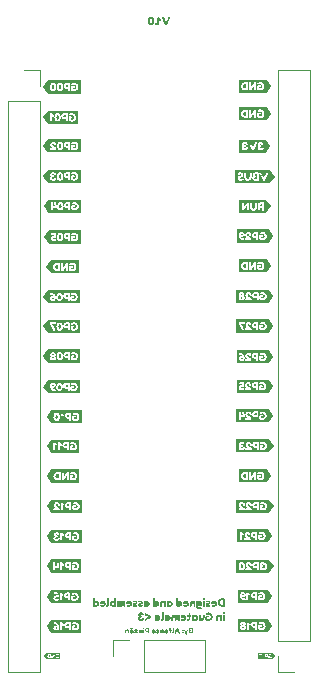
<source format=gbo>
%TF.GenerationSoftware,KiCad,Pcbnew,(6.0.8)*%
%TF.CreationDate,2023-06-24T19:25:15-06:00*%
%TF.ProjectId,RP2040_devBoard,52503230-3430-45f6-9465-76426f617264,rev?*%
%TF.SameCoordinates,Original*%
%TF.FileFunction,Legend,Bot*%
%TF.FilePolarity,Positive*%
%FSLAX46Y46*%
G04 Gerber Fmt 4.6, Leading zero omitted, Abs format (unit mm)*
G04 Created by KiCad (PCBNEW (6.0.8)) date 2023-06-24 19:25:15*
%MOMM*%
%LPD*%
G01*
G04 APERTURE LIST*
%ADD10C,0.120000*%
%ADD11O,1.250000X0.950000*%
%ADD12O,0.890000X1.550000*%
%ADD13C,2.100000*%
%ADD14R,1.700000X1.700000*%
%ADD15O,1.700000X1.700000*%
G04 APERTURE END LIST*
%TO.C,G\u002A\u002A\u002A*%
G36*
X67769596Y-50641796D02*
G01*
X67765145Y-50646248D01*
X67760693Y-50641796D01*
X67765145Y-50637345D01*
X67769596Y-50641796D01*
G37*
%TO.C,kibuzzard-648F2CBD*%
G36*
X75232700Y-53821041D02*
G01*
X78199420Y-53821041D01*
X78572060Y-54380000D01*
X78199420Y-54938959D01*
X75232700Y-54938959D01*
X75232700Y-54506206D01*
X75431138Y-54506206D01*
X75437329Y-54564428D01*
X75455903Y-54615268D01*
X75484478Y-54657058D01*
X75520673Y-54688134D01*
X75573272Y-54716180D01*
X75628200Y-54733007D01*
X75685455Y-54738616D01*
X75729032Y-54735878D01*
X75770228Y-54727662D01*
X75834998Y-54700516D01*
X75877860Y-54670513D01*
X75905483Y-54641461D01*
X75914055Y-54630984D01*
X75938820Y-54576215D01*
X75928581Y-54547997D01*
X75897863Y-54511921D01*
X75847380Y-54489061D01*
X75815472Y-54500967D01*
X75773085Y-54536686D01*
X75734985Y-54567642D01*
X75689265Y-54582406D01*
X75640053Y-54574363D01*
X75610525Y-54550233D01*
X75600683Y-54510016D01*
X75624972Y-54473345D01*
X75685455Y-54451914D01*
X75723079Y-54443222D01*
X75763560Y-54430482D01*
X75804042Y-54414409D01*
X75826328Y-54403336D01*
X76000733Y-54403336D01*
X76005614Y-54464772D01*
X76020259Y-54523351D01*
X76044667Y-54579072D01*
X76078838Y-54631936D01*
X76122415Y-54675870D01*
X76176945Y-54710517D01*
X76240168Y-54733020D01*
X76309819Y-54740521D01*
X76379352Y-54732901D01*
X76442217Y-54710041D01*
X76496152Y-54674799D01*
X76538895Y-54630031D01*
X76572650Y-54577882D01*
X76596760Y-54522399D01*
X76601211Y-54504301D01*
X76677960Y-54504301D01*
X76686057Y-54564362D01*
X76707805Y-54617543D01*
X76743207Y-54663845D01*
X76788450Y-54699564D01*
X76839727Y-54720995D01*
X76897035Y-54728139D01*
X77147543Y-54728139D01*
X77200407Y-54719090D01*
X77225648Y-54691944D01*
X77231363Y-54642414D01*
X77231363Y-54113776D01*
X77230873Y-54102346D01*
X77283750Y-54102346D01*
X77298038Y-54148066D01*
X77560928Y-54681466D01*
X77592837Y-54715280D01*
X77637128Y-54728139D01*
X77646653Y-54728139D01*
X77691897Y-54715280D01*
X77723805Y-54681466D01*
X77986695Y-54148066D01*
X78000983Y-54102346D01*
X77986934Y-54070437D01*
X77944785Y-54041386D01*
X77896684Y-54025194D01*
X77871443Y-54029004D01*
X77855250Y-54042339D01*
X77839534Y-54067580D01*
X77826794Y-54094250D01*
X77802863Y-54146637D01*
X77772264Y-54213908D01*
X77739522Y-54285226D01*
X77706660Y-54356545D01*
X77675704Y-54423815D01*
X77652249Y-54474655D01*
X77641890Y-54496681D01*
X77451390Y-54079486D01*
X77438055Y-54050911D01*
X77396145Y-54025194D01*
X77339948Y-54041386D01*
X77297800Y-54070437D01*
X77283750Y-54102346D01*
X77230873Y-54102346D01*
X77229934Y-54080439D01*
X77220885Y-54055674D01*
X77195644Y-54036386D01*
X77146590Y-54029956D01*
X76906560Y-54029956D01*
X76851315Y-54036730D01*
X76802420Y-54057050D01*
X76759875Y-54090916D01*
X76725480Y-54134943D01*
X76704842Y-54184473D01*
X76697963Y-54239506D01*
X76707012Y-54299752D01*
X76734158Y-54354759D01*
X76702937Y-54401008D01*
X76684205Y-54450855D01*
X76677960Y-54504301D01*
X76601211Y-54504301D01*
X76611226Y-54463582D01*
X76616048Y-54401431D01*
X76616048Y-54114729D01*
X76614619Y-54080915D01*
X76605570Y-54055674D01*
X76579853Y-54035671D01*
X76531275Y-54029956D01*
X76482698Y-54035671D01*
X76457933Y-54055674D01*
X76446503Y-54115681D01*
X76446503Y-54401431D01*
X76439359Y-54458105D01*
X76417928Y-54511921D01*
X76375065Y-54554784D01*
X76307438Y-54570976D01*
X76246716Y-54558117D01*
X76203615Y-54519541D01*
X76177898Y-54464058D01*
X76169325Y-54400479D01*
X76169325Y-54109014D01*
X76159800Y-54056626D01*
X76132178Y-54035671D01*
X76086934Y-54029956D01*
X76043595Y-54034719D01*
X76018830Y-54046149D01*
X76006448Y-54066151D01*
X76000733Y-54115681D01*
X76000733Y-54403336D01*
X75826328Y-54403336D01*
X75841665Y-54395716D01*
X75874884Y-54369880D01*
X75902149Y-54332375D01*
X75920366Y-54284631D01*
X75926438Y-54228076D01*
X75919506Y-54174577D01*
X75898710Y-54125841D01*
X75864049Y-54081867D01*
X75817430Y-54047207D01*
X75760756Y-54026411D01*
X75694028Y-54019479D01*
X75639378Y-54023170D01*
X75589729Y-54034242D01*
X75524483Y-54064246D01*
X75500670Y-54082344D01*
X75471143Y-54129016D01*
X75494003Y-54181404D01*
X75526864Y-54217123D01*
X75560678Y-54229029D01*
X75610208Y-54209979D01*
X75621162Y-54200454D01*
X75635925Y-54188071D01*
X75686884Y-54175689D01*
X75738319Y-54190452D01*
X75758798Y-54231410D01*
X75734509Y-54273796D01*
X75674025Y-54295704D01*
X75636164Y-54302967D01*
X75594968Y-54313325D01*
X75553772Y-54326541D01*
X75515910Y-54342376D01*
X75482692Y-54365832D01*
X75455427Y-54401907D01*
X75437210Y-54449175D01*
X75431138Y-54506206D01*
X75232700Y-54506206D01*
X75232700Y-53821041D01*
G37*
G36*
X77062770Y-54559546D02*
G01*
X76906560Y-54559546D01*
X76861555Y-54543354D01*
X76846553Y-54494776D01*
X76851792Y-54458581D01*
X76869413Y-54439531D01*
X76922753Y-54431911D01*
X76974188Y-54418576D01*
X76991333Y-54363807D01*
X76973712Y-54309039D01*
X76915133Y-54295704D01*
X76869413Y-54275701D01*
X76866555Y-54241411D01*
X76882272Y-54208074D01*
X76929420Y-54198549D01*
X77062770Y-54198549D01*
X77062770Y-54559546D01*
G37*
%TO.C,kibuzzard-648F3680*%
G36*
X61185426Y-74697618D02*
G01*
X61065411Y-74697618D01*
X61009213Y-74676663D01*
X60981591Y-74613798D01*
X61009213Y-74550456D01*
X61066363Y-74529025D01*
X61185426Y-74529025D01*
X61185426Y-74697618D01*
G37*
G36*
X60155416Y-74530543D02*
G01*
X60185777Y-74566530D01*
X60203993Y-74626507D01*
X60210066Y-74710476D01*
X60204053Y-74794445D01*
X60186015Y-74854423D01*
X60155952Y-74890409D01*
X60113863Y-74902405D01*
X60070941Y-74890737D01*
X60040282Y-74855732D01*
X60021887Y-74797392D01*
X60015756Y-74715715D01*
X60015756Y-74710000D01*
X60021828Y-74626240D01*
X60040044Y-74566411D01*
X60070405Y-74530513D01*
X60112911Y-74518547D01*
X60155416Y-74530543D01*
G37*
G36*
X59275134Y-74710000D02*
G01*
X59648726Y-74149613D01*
X62246828Y-74149613D01*
X62246828Y-75270387D01*
X59648726Y-75270387D01*
X59275769Y-74710953D01*
X59847163Y-74710953D01*
X59851807Y-74792689D01*
X59865737Y-74865496D01*
X59888954Y-74929373D01*
X59921458Y-74984320D01*
X59954438Y-75019086D01*
X59998134Y-75047185D01*
X60051117Y-75065759D01*
X60111958Y-75071950D01*
X60173037Y-75065640D01*
X60226734Y-75046709D01*
X60271264Y-75018491D01*
X60304839Y-74984320D01*
X60309630Y-74976700D01*
X60440571Y-74976700D01*
X60441999Y-75009561D01*
X60451048Y-75034803D01*
X60476289Y-75054091D01*
X60525343Y-75060520D01*
X60573206Y-75054329D01*
X60598686Y-75035755D01*
X60607734Y-75009561D01*
X60609163Y-74974795D01*
X60609163Y-74634753D01*
X60621546Y-74646183D01*
X60688221Y-74675710D01*
X60745847Y-74642373D01*
X60760365Y-74613798D01*
X60813951Y-74613798D01*
X60820142Y-74672733D01*
X60838716Y-74725716D01*
X60867052Y-74770603D01*
X60902533Y-74805250D01*
X60955873Y-74839117D01*
X61010483Y-74859437D01*
X61066363Y-74866210D01*
X61185426Y-74866210D01*
X61185426Y-74973843D01*
X61186854Y-75006704D01*
X61195903Y-75031945D01*
X61221144Y-75051233D01*
X61270198Y-75057663D01*
X61323062Y-75048852D01*
X61348303Y-75022420D01*
X61354018Y-74972890D01*
X61354018Y-74927170D01*
X61430218Y-74927170D01*
X61456888Y-74985273D01*
X61501894Y-75021527D01*
X61556901Y-75047423D01*
X61621909Y-75062961D01*
X61696918Y-75068140D01*
X61765558Y-75061443D01*
X61829554Y-75041351D01*
X61888906Y-75007865D01*
X61943616Y-74960984D01*
X61989455Y-74904637D01*
X62022197Y-74842755D01*
X62041842Y-74775336D01*
X62048391Y-74702380D01*
X62041723Y-74629782D01*
X62021721Y-74563434D01*
X61988383Y-74503337D01*
X61941711Y-74449491D01*
X61885989Y-74405111D01*
X61825506Y-74373410D01*
X61760259Y-74354390D01*
X61690251Y-74348050D01*
X61616696Y-74356305D01*
X61545894Y-74381070D01*
X61477843Y-74422345D01*
X61452126Y-74464731D01*
X61474033Y-74518547D01*
X61509514Y-74556409D01*
X61541661Y-74569030D01*
X61599763Y-74542836D01*
X61643578Y-74523191D01*
X61695013Y-74516642D01*
X61763355Y-74529382D01*
X61823601Y-74567601D01*
X61865749Y-74626418D01*
X61879798Y-74700951D01*
X61873448Y-74753127D01*
X61854398Y-74799800D01*
X61822648Y-74840969D01*
X61761688Y-74884188D01*
X61693108Y-74898595D01*
X61643340Y-74894309D01*
X61598811Y-74881450D01*
X61598811Y-74777628D01*
X61674058Y-74777628D01*
X61715968Y-74770008D01*
X61732161Y-74747624D01*
X61735971Y-74707619D01*
X61731684Y-74667137D01*
X61715968Y-74646183D01*
X61670248Y-74637610D01*
X61502608Y-74637610D01*
X61439743Y-74664280D01*
X61430218Y-74717620D01*
X61430218Y-74927170D01*
X61354018Y-74927170D01*
X61354018Y-74444253D01*
X61352589Y-74411391D01*
X61343541Y-74386150D01*
X61318299Y-74366862D01*
X61269246Y-74360433D01*
X61065411Y-74360433D01*
X61010060Y-74367206D01*
X60955767Y-74387526D01*
X60902533Y-74421392D01*
X60867052Y-74456159D01*
X60838716Y-74501402D01*
X60820142Y-74554743D01*
X60813951Y-74613798D01*
X60760365Y-74613798D01*
X60775851Y-74583317D01*
X60741561Y-74527120D01*
X60585351Y-74386150D01*
X60582493Y-74384245D01*
X60528677Y-74359480D01*
X60483433Y-74364243D01*
X60458668Y-74375196D01*
X60445333Y-74395675D01*
X60440571Y-74446157D01*
X60440571Y-74976700D01*
X60309630Y-74976700D01*
X60330438Y-74943601D01*
X60351036Y-74895738D01*
X60366381Y-74838693D01*
X60375589Y-74776781D01*
X60378658Y-74710000D01*
X60376171Y-74649569D01*
X60368710Y-74595277D01*
X60356274Y-74547123D01*
X60332581Y-74486758D01*
X60306268Y-74440919D01*
X60273050Y-74405438D01*
X60228639Y-74376149D01*
X60174704Y-74356503D01*
X60112911Y-74349955D01*
X60051355Y-74356384D01*
X59998134Y-74375672D01*
X59954319Y-74404486D01*
X59920982Y-74439490D01*
X59895622Y-74480924D01*
X59875738Y-74529025D01*
X59859863Y-74587339D01*
X59850338Y-74647982D01*
X59847163Y-74710953D01*
X59275769Y-74710953D01*
X59275134Y-74710000D01*
G37*
%TO.C,kibuzzard-648F2D43*%
G36*
X75315727Y-81721517D02*
G01*
X78116712Y-81721517D01*
X78489033Y-82280000D01*
X78116712Y-82838483D01*
X75315727Y-82838483D01*
X75315727Y-82548129D01*
X75514164Y-82548129D01*
X75520355Y-82596230D01*
X75540834Y-82620995D01*
X75599889Y-82632425D01*
X75972317Y-82632425D01*
X76031372Y-82606708D01*
X76055547Y-82548129D01*
X76094237Y-82548129D01*
X76100428Y-82596230D01*
X76120907Y-82620995D01*
X76179962Y-82632425D01*
X76552389Y-82632425D01*
X76611444Y-82606708D01*
X76636209Y-82546700D01*
X76627279Y-82497289D01*
X76600490Y-82451926D01*
X76561081Y-82411683D01*
X76514289Y-82377631D01*
X76463807Y-82346913D01*
X76413324Y-82316671D01*
X76366533Y-82284643D01*
X76327123Y-82248568D01*
X76300334Y-82209277D01*
X76291404Y-82167605D01*
X76298072Y-82143316D01*
X76312835Y-82117599D01*
X76338077Y-82099025D01*
X76385702Y-82090452D01*
X76438565Y-82112836D01*
X76463807Y-82157127D01*
X76467617Y-82179035D01*
X76467617Y-82184750D01*
X76469045Y-82216183D01*
X76478094Y-82239995D01*
X76503812Y-82257140D01*
X76552389Y-82262855D01*
X76605491Y-82253806D01*
X76631447Y-82226660D01*
X76635462Y-82185703D01*
X76683834Y-82185703D01*
X76690025Y-82244638D01*
X76708599Y-82297621D01*
X76736936Y-82342508D01*
X76772417Y-82377155D01*
X76825757Y-82411022D01*
X76880367Y-82431342D01*
X76936247Y-82438115D01*
X77055309Y-82438115D01*
X77055309Y-82545748D01*
X77056738Y-82578609D01*
X77065787Y-82603850D01*
X77091028Y-82623138D01*
X77140082Y-82629568D01*
X77192945Y-82620757D01*
X77218187Y-82594325D01*
X77223902Y-82544795D01*
X77223902Y-82499075D01*
X77300102Y-82499075D01*
X77326772Y-82557178D01*
X77371777Y-82593432D01*
X77426784Y-82619328D01*
X77491792Y-82634866D01*
X77566802Y-82640045D01*
X77635441Y-82633348D01*
X77699437Y-82613256D01*
X77758790Y-82579770D01*
X77813499Y-82532889D01*
X77859338Y-82476542D01*
X77892080Y-82414660D01*
X77911726Y-82347241D01*
X77918274Y-82274285D01*
X77911607Y-82201687D01*
X77891604Y-82135339D01*
X77858267Y-82075242D01*
X77811594Y-82021396D01*
X77755873Y-81977016D01*
X77695389Y-81945315D01*
X77630143Y-81926295D01*
X77560134Y-81919955D01*
X77486580Y-81928210D01*
X77415778Y-81952975D01*
X77347727Y-81994250D01*
X77322009Y-82036636D01*
X77343917Y-82090452D01*
X77379397Y-82128314D01*
X77411544Y-82140935D01*
X77469647Y-82114741D01*
X77513462Y-82095096D01*
X77564897Y-82088547D01*
X77633239Y-82101287D01*
X77693484Y-82139506D01*
X77735632Y-82198323D01*
X77749682Y-82272856D01*
X77743332Y-82325032D01*
X77724282Y-82371705D01*
X77692532Y-82412874D01*
X77631572Y-82456093D01*
X77562992Y-82470500D01*
X77513224Y-82466214D01*
X77468694Y-82453355D01*
X77468694Y-82349533D01*
X77543942Y-82349533D01*
X77585852Y-82341913D01*
X77602044Y-82319529D01*
X77605854Y-82279524D01*
X77601568Y-82239042D01*
X77585852Y-82218088D01*
X77540132Y-82209515D01*
X77372492Y-82209515D01*
X77309627Y-82236185D01*
X77300102Y-82289525D01*
X77300102Y-82499075D01*
X77223902Y-82499075D01*
X77223902Y-82016157D01*
X77222473Y-81983296D01*
X77213424Y-81958055D01*
X77188183Y-81938767D01*
X77139129Y-81932338D01*
X76935294Y-81932338D01*
X76879943Y-81939111D01*
X76825651Y-81959431D01*
X76772417Y-81993297D01*
X76736936Y-82028064D01*
X76708599Y-82073307D01*
X76690025Y-82126648D01*
X76683834Y-82185703D01*
X76635462Y-82185703D01*
X76636209Y-82178083D01*
X76628325Y-82114318D01*
X76604671Y-82055104D01*
X76565248Y-82000441D01*
X76513072Y-81956785D01*
X76451160Y-81930591D01*
X76379510Y-81921860D01*
X76307808Y-81930697D01*
X76245737Y-81957208D01*
X76193297Y-82001394D01*
X76153609Y-82056903D01*
X76129797Y-82117387D01*
X76121859Y-82182845D01*
X76127812Y-82235709D01*
X76145672Y-82285715D01*
X76171865Y-82329530D01*
X76202822Y-82363820D01*
X76269497Y-82416446D01*
X76328552Y-82448593D01*
X76352364Y-82458117D01*
X76352364Y-82462880D01*
X76178057Y-82462880D01*
X76122335Y-82471929D01*
X76099952Y-82499551D01*
X76094237Y-82548129D01*
X76055547Y-82548129D01*
X76056137Y-82546700D01*
X76047207Y-82497289D01*
X76020418Y-82451926D01*
X75981008Y-82411683D01*
X75934217Y-82377631D01*
X75883734Y-82346913D01*
X75833252Y-82316671D01*
X75786460Y-82284643D01*
X75747050Y-82248568D01*
X75720261Y-82209277D01*
X75711332Y-82167605D01*
X75717999Y-82143316D01*
X75732763Y-82117599D01*
X75758004Y-82099025D01*
X75805629Y-82090452D01*
X75858493Y-82112836D01*
X75883734Y-82157127D01*
X75887544Y-82179035D01*
X75887544Y-82184750D01*
X75888973Y-82216183D01*
X75898022Y-82239995D01*
X75923739Y-82257140D01*
X75972317Y-82262855D01*
X76025419Y-82253806D01*
X76051374Y-82226660D01*
X76056137Y-82178083D01*
X76048252Y-82114318D01*
X76024598Y-82055104D01*
X75985175Y-82000441D01*
X75933000Y-81956785D01*
X75871087Y-81930591D01*
X75799438Y-81921860D01*
X75727736Y-81930697D01*
X75665665Y-81957208D01*
X75613224Y-82001394D01*
X75573537Y-82056903D01*
X75549724Y-82117387D01*
X75541787Y-82182845D01*
X75547740Y-82235709D01*
X75565599Y-82285715D01*
X75591793Y-82329530D01*
X75622749Y-82363820D01*
X75689424Y-82416446D01*
X75748479Y-82448593D01*
X75772292Y-82458117D01*
X75772292Y-82462880D01*
X75597984Y-82462880D01*
X75542263Y-82471929D01*
X75519879Y-82499551D01*
X75514164Y-82548129D01*
X75315727Y-82548129D01*
X75315727Y-81721517D01*
G37*
G36*
X77055309Y-82269523D02*
G01*
X76935294Y-82269523D01*
X76879097Y-82248568D01*
X76851474Y-82185703D01*
X76879097Y-82122361D01*
X76936247Y-82100930D01*
X77055309Y-82100930D01*
X77055309Y-82269523D01*
G37*
%TO.C,kibuzzard-648F2D75*%
G36*
X75943265Y-92490486D02*
G01*
X75965173Y-92539540D01*
X75943265Y-92589070D01*
X75879448Y-92611930D01*
X75816583Y-92589070D01*
X75795628Y-92540016D01*
X75817059Y-92490963D01*
X75879924Y-92468103D01*
X75943265Y-92490486D01*
G37*
G36*
X76940533Y-92398570D02*
G01*
X76820518Y-92398570D01*
X76764320Y-92377615D01*
X76736698Y-92314750D01*
X76764320Y-92251409D01*
X76821470Y-92229978D01*
X76940533Y-92229978D01*
X76940533Y-92398570D01*
G37*
G36*
X75928025Y-92225215D02*
G01*
X75943265Y-92260934D01*
X75926597Y-92297605D01*
X75878972Y-92314750D01*
X75832299Y-92297605D01*
X75816583Y-92261410D01*
X75832775Y-92225691D01*
X75880877Y-92209023D01*
X75928025Y-92225215D01*
G37*
G36*
X75428598Y-91848660D02*
G01*
X78001935Y-91848660D01*
X78376162Y-92410000D01*
X78001935Y-92971340D01*
X75428598Y-92971340D01*
X75428598Y-92535730D01*
X75627035Y-92535730D01*
X75635661Y-92602246D01*
X75661537Y-92659555D01*
X75704664Y-92707656D01*
X75758692Y-92743904D01*
X75817271Y-92765653D01*
X75880400Y-92772903D01*
X75943530Y-92765706D01*
X76002109Y-92744116D01*
X76056137Y-92708133D01*
X76083555Y-92677653D01*
X76195678Y-92677653D01*
X76197107Y-92710514D01*
X76206155Y-92735755D01*
X76231397Y-92755043D01*
X76280450Y-92761473D01*
X76328314Y-92755281D01*
X76353793Y-92736708D01*
X76362842Y-92710514D01*
X76364270Y-92675747D01*
X76364270Y-92335705D01*
X76376653Y-92347135D01*
X76443328Y-92376663D01*
X76500954Y-92343325D01*
X76515472Y-92314750D01*
X76569058Y-92314750D01*
X76575249Y-92373686D01*
X76593823Y-92426669D01*
X76622160Y-92471555D01*
X76657640Y-92506203D01*
X76710980Y-92540069D01*
X76765590Y-92560389D01*
X76821470Y-92567163D01*
X76940533Y-92567163D01*
X76940533Y-92674795D01*
X76941962Y-92707656D01*
X76951010Y-92732898D01*
X76976252Y-92752186D01*
X77025305Y-92758615D01*
X77078169Y-92749804D01*
X77103410Y-92723373D01*
X77109125Y-92673843D01*
X77109125Y-92628123D01*
X77185325Y-92628123D01*
X77211995Y-92686225D01*
X77257001Y-92722480D01*
X77312008Y-92748376D01*
X77377016Y-92763913D01*
X77452025Y-92769093D01*
X77520665Y-92762395D01*
X77584661Y-92742303D01*
X77644014Y-92708817D01*
X77698723Y-92661936D01*
X77744562Y-92605590D01*
X77777304Y-92543707D01*
X77796949Y-92476288D01*
X77803498Y-92403333D01*
X77796830Y-92330734D01*
X77776828Y-92264387D01*
X77743490Y-92204290D01*
X77696818Y-92150444D01*
X77641097Y-92106063D01*
X77580613Y-92074363D01*
X77515367Y-92055343D01*
X77445358Y-92049003D01*
X77371804Y-92057258D01*
X77301001Y-92082022D01*
X77232950Y-92123298D01*
X77207233Y-92165684D01*
X77229140Y-92219500D01*
X77264621Y-92257362D01*
X77296768Y-92269983D01*
X77354870Y-92243789D01*
X77398685Y-92224143D01*
X77450120Y-92217595D01*
X77518462Y-92230335D01*
X77578708Y-92268554D01*
X77620856Y-92327371D01*
X77634905Y-92401904D01*
X77628555Y-92454080D01*
X77609505Y-92500752D01*
X77577755Y-92541921D01*
X77516795Y-92585141D01*
X77448215Y-92599548D01*
X77398447Y-92595261D01*
X77353918Y-92582403D01*
X77353918Y-92478580D01*
X77429165Y-92478580D01*
X77471075Y-92470960D01*
X77487268Y-92448576D01*
X77491078Y-92408571D01*
X77486792Y-92368090D01*
X77471075Y-92347135D01*
X77425355Y-92338563D01*
X77257715Y-92338563D01*
X77194850Y-92365233D01*
X77185325Y-92418573D01*
X77185325Y-92628123D01*
X77109125Y-92628123D01*
X77109125Y-92145205D01*
X77107697Y-92112344D01*
X77098648Y-92087103D01*
X77073407Y-92067814D01*
X77024353Y-92061385D01*
X76820518Y-92061385D01*
X76765167Y-92068158D01*
X76710875Y-92088478D01*
X76657640Y-92122345D01*
X76622160Y-92157111D01*
X76593823Y-92202355D01*
X76575249Y-92255695D01*
X76569058Y-92314750D01*
X76515472Y-92314750D01*
X76530958Y-92284270D01*
X76496668Y-92228073D01*
X76340458Y-92087103D01*
X76337600Y-92085197D01*
X76283784Y-92060433D01*
X76238540Y-92065195D01*
X76213775Y-92076149D01*
X76200440Y-92096628D01*
X76195678Y-92147110D01*
X76195678Y-92677653D01*
X76083555Y-92677653D01*
X76099264Y-92660190D01*
X76125140Y-92602723D01*
X76133765Y-92535730D01*
X76128884Y-92496320D01*
X76114239Y-92458101D01*
X76075663Y-92403333D01*
X76055660Y-92385235D01*
X76071853Y-92369995D01*
X76097094Y-92328561D01*
X76112810Y-92262363D01*
X76104979Y-92203731D01*
X76081484Y-92152296D01*
X76042325Y-92108058D01*
X75992795Y-92074191D01*
X75938185Y-92053871D01*
X75878495Y-92047097D01*
X75819017Y-92053977D01*
X75765042Y-92074614D01*
X75716570Y-92109010D01*
X75678470Y-92154095D01*
X75655610Y-92206800D01*
X75647990Y-92267125D01*
X75661802Y-92325228D01*
X75689900Y-92369995D01*
X75704188Y-92385235D01*
X75682757Y-92404761D01*
X75648467Y-92456673D01*
X75632393Y-92495963D01*
X75627035Y-92535730D01*
X75428598Y-92535730D01*
X75428598Y-91848660D01*
G37*
%TO.C,kibuzzard-648F369C*%
G36*
X59275134Y-82290000D02*
G01*
X59647456Y-81731517D01*
X62256036Y-81731517D01*
X62256036Y-82848483D01*
X59647456Y-82848483D01*
X59453887Y-82558129D01*
X59845893Y-82558129D01*
X59852085Y-82606230D01*
X59872563Y-82630995D01*
X59931618Y-82642425D01*
X60304046Y-82642425D01*
X60363101Y-82616708D01*
X60387080Y-82558605D01*
X60449778Y-82558605D01*
X60451207Y-82591466D01*
X60460256Y-82616708D01*
X60485497Y-82635996D01*
X60534551Y-82642425D01*
X60582414Y-82636234D01*
X60607893Y-82617660D01*
X60616942Y-82591466D01*
X60618371Y-82556700D01*
X60618371Y-82216658D01*
X60630753Y-82228088D01*
X60697428Y-82257615D01*
X60755055Y-82224278D01*
X60769572Y-82195703D01*
X60823158Y-82195703D01*
X60829350Y-82254638D01*
X60847923Y-82307621D01*
X60876260Y-82352508D01*
X60911741Y-82387155D01*
X60965081Y-82421022D01*
X61019691Y-82441342D01*
X61075571Y-82448115D01*
X61194633Y-82448115D01*
X61194633Y-82555748D01*
X61196062Y-82588609D01*
X61205111Y-82613850D01*
X61230352Y-82633138D01*
X61279406Y-82639568D01*
X61332270Y-82630757D01*
X61357511Y-82604325D01*
X61363226Y-82554795D01*
X61363226Y-82509075D01*
X61439426Y-82509075D01*
X61466096Y-82567178D01*
X61511101Y-82603432D01*
X61566108Y-82629328D01*
X61631116Y-82644866D01*
X61706126Y-82650045D01*
X61774765Y-82643348D01*
X61838761Y-82623256D01*
X61898114Y-82589770D01*
X61952823Y-82542889D01*
X61998662Y-82486542D01*
X62031405Y-82424660D01*
X62051050Y-82357241D01*
X62057598Y-82284285D01*
X62050931Y-82211687D01*
X62030928Y-82145339D01*
X61997591Y-82085242D01*
X61950918Y-82031396D01*
X61895197Y-81987016D01*
X61834713Y-81955315D01*
X61769467Y-81936295D01*
X61699458Y-81929955D01*
X61625904Y-81938210D01*
X61555102Y-81962975D01*
X61487051Y-82004250D01*
X61461333Y-82046636D01*
X61483241Y-82100452D01*
X61518721Y-82138314D01*
X61550868Y-82150935D01*
X61608971Y-82124741D01*
X61652786Y-82105096D01*
X61704221Y-82098547D01*
X61772563Y-82111287D01*
X61832808Y-82149506D01*
X61874956Y-82208323D01*
X61889006Y-82282856D01*
X61882656Y-82335032D01*
X61863606Y-82381705D01*
X61831856Y-82422874D01*
X61770896Y-82466093D01*
X61702316Y-82480500D01*
X61652548Y-82476214D01*
X61608018Y-82463355D01*
X61608018Y-82359533D01*
X61683266Y-82359533D01*
X61725176Y-82351913D01*
X61741368Y-82329529D01*
X61745178Y-82289524D01*
X61740892Y-82249042D01*
X61725176Y-82228088D01*
X61679456Y-82219515D01*
X61511816Y-82219515D01*
X61448951Y-82246185D01*
X61439426Y-82299525D01*
X61439426Y-82509075D01*
X61363226Y-82509075D01*
X61363226Y-82026157D01*
X61361797Y-81993296D01*
X61352748Y-81968055D01*
X61327507Y-81948767D01*
X61278453Y-81942338D01*
X61074618Y-81942338D01*
X61019268Y-81949111D01*
X60964975Y-81969431D01*
X60911741Y-82003297D01*
X60876260Y-82038064D01*
X60847923Y-82083307D01*
X60829350Y-82136648D01*
X60823158Y-82195703D01*
X60769572Y-82195703D01*
X60785058Y-82165222D01*
X60750768Y-82109025D01*
X60594558Y-81968055D01*
X60591701Y-81966150D01*
X60537885Y-81941385D01*
X60492641Y-81946148D01*
X60467876Y-81957101D01*
X60454541Y-81977580D01*
X60449778Y-82028062D01*
X60449778Y-82558605D01*
X60387080Y-82558605D01*
X60387866Y-82556700D01*
X60378936Y-82507289D01*
X60352147Y-82461926D01*
X60312737Y-82421683D01*
X60265946Y-82387631D01*
X60215463Y-82356913D01*
X60164981Y-82326671D01*
X60118189Y-82294643D01*
X60078780Y-82258568D01*
X60051991Y-82219277D01*
X60043061Y-82177605D01*
X60049728Y-82153316D01*
X60064492Y-82127599D01*
X60089733Y-82109025D01*
X60137358Y-82100452D01*
X60190222Y-82122836D01*
X60215463Y-82167127D01*
X60219273Y-82189035D01*
X60219273Y-82194750D01*
X60220702Y-82226183D01*
X60229751Y-82249995D01*
X60255468Y-82267140D01*
X60304046Y-82272855D01*
X60357148Y-82263806D01*
X60383103Y-82236660D01*
X60387866Y-82188083D01*
X60379981Y-82124318D01*
X60356328Y-82065104D01*
X60316905Y-82010441D01*
X60264729Y-81966785D01*
X60202816Y-81940591D01*
X60131167Y-81931860D01*
X60059465Y-81940697D01*
X59997394Y-81967208D01*
X59944953Y-82011394D01*
X59905266Y-82066903D01*
X59881453Y-82127387D01*
X59873516Y-82192845D01*
X59879469Y-82245709D01*
X59897328Y-82295715D01*
X59923522Y-82339530D01*
X59954478Y-82373820D01*
X60021153Y-82426446D01*
X60080208Y-82458593D01*
X60104021Y-82468117D01*
X60104021Y-82472880D01*
X59929713Y-82472880D01*
X59873992Y-82481929D01*
X59851608Y-82509551D01*
X59845893Y-82558129D01*
X59453887Y-82558129D01*
X59275134Y-82290000D01*
G37*
G36*
X61194633Y-82279523D02*
G01*
X61074618Y-82279523D01*
X61018421Y-82258568D01*
X60990798Y-82195703D01*
X61018421Y-82132361D01*
X61075571Y-82110930D01*
X61194633Y-82110930D01*
X61194633Y-82279523D01*
G37*
%TO.C,kibuzzard-648F36A4*%
G36*
X61185108Y-84838094D02*
G01*
X61065093Y-84838094D01*
X61008895Y-84817139D01*
X60981273Y-84754274D01*
X61008895Y-84690932D01*
X61066045Y-84669501D01*
X61185108Y-84669501D01*
X61185108Y-84838094D01*
G37*
G36*
X59275134Y-84850000D02*
G01*
X59648408Y-84290089D01*
X62246510Y-84290089D01*
X62246510Y-85409911D01*
X59648408Y-85409911D01*
X59359907Y-84977159D01*
X59846845Y-84977159D01*
X59855312Y-85041135D01*
X59880712Y-85097174D01*
X59923045Y-85145275D01*
X59978184Y-85182052D01*
X60042002Y-85204118D01*
X60114498Y-85211474D01*
X60186465Y-85204065D01*
X60249965Y-85181840D01*
X60304998Y-85144799D01*
X60329969Y-85117176D01*
X60440253Y-85117176D01*
X60441682Y-85150037D01*
X60450730Y-85175279D01*
X60475972Y-85194567D01*
X60525025Y-85200996D01*
X60572888Y-85194805D01*
X60598368Y-85176231D01*
X60607417Y-85150037D01*
X60608845Y-85115271D01*
X60608845Y-84775229D01*
X60621228Y-84786659D01*
X60687903Y-84816186D01*
X60745529Y-84782849D01*
X60760047Y-84754274D01*
X60813633Y-84754274D01*
X60819824Y-84813210D01*
X60838398Y-84866192D01*
X60866735Y-84911079D01*
X60902215Y-84945726D01*
X60955555Y-84979593D01*
X61010165Y-84999913D01*
X61066045Y-85006686D01*
X61185108Y-85006686D01*
X61185108Y-85114319D01*
X61186537Y-85147180D01*
X61195585Y-85172421D01*
X61220827Y-85191709D01*
X61269880Y-85198139D01*
X61322744Y-85189328D01*
X61347985Y-85162896D01*
X61353700Y-85113366D01*
X61353700Y-85067646D01*
X61429900Y-85067646D01*
X61456570Y-85125749D01*
X61501576Y-85162003D01*
X61556583Y-85187899D01*
X61621591Y-85203437D01*
X61696600Y-85208616D01*
X61765240Y-85201919D01*
X61829236Y-85181827D01*
X61888589Y-85148341D01*
X61943298Y-85101460D01*
X61989137Y-85045114D01*
X62021879Y-84983231D01*
X62041524Y-84915812D01*
X62048073Y-84842856D01*
X62041405Y-84770258D01*
X62021403Y-84703910D01*
X61988065Y-84643814D01*
X61941393Y-84589967D01*
X61885672Y-84545587D01*
X61825188Y-84513887D01*
X61759942Y-84494866D01*
X61689933Y-84488526D01*
X61616379Y-84496781D01*
X61545576Y-84521546D01*
X61477525Y-84562821D01*
X61451808Y-84605207D01*
X61473715Y-84659024D01*
X61509196Y-84696886D01*
X61541343Y-84709506D01*
X61599445Y-84683312D01*
X61643260Y-84663667D01*
X61694695Y-84657119D01*
X61763037Y-84669858D01*
X61823283Y-84708077D01*
X61865431Y-84766894D01*
X61879480Y-84841427D01*
X61873130Y-84893603D01*
X61854080Y-84940276D01*
X61822330Y-84981445D01*
X61761370Y-85024665D01*
X61692790Y-85039071D01*
X61643022Y-85034785D01*
X61598493Y-85021926D01*
X61598493Y-84918104D01*
X61673740Y-84918104D01*
X61715650Y-84910484D01*
X61731843Y-84888100D01*
X61735653Y-84848095D01*
X61731367Y-84807614D01*
X61715650Y-84786659D01*
X61669930Y-84778086D01*
X61502290Y-84778086D01*
X61439425Y-84804756D01*
X61429900Y-84858096D01*
X61429900Y-85067646D01*
X61353700Y-85067646D01*
X61353700Y-84584729D01*
X61352272Y-84551867D01*
X61343223Y-84526626D01*
X61317982Y-84507338D01*
X61268928Y-84500909D01*
X61065093Y-84500909D01*
X61009742Y-84507682D01*
X60955450Y-84528002D01*
X60902215Y-84561869D01*
X60866735Y-84596635D01*
X60838398Y-84641879D01*
X60819824Y-84695219D01*
X60813633Y-84754274D01*
X60760047Y-84754274D01*
X60775533Y-84723794D01*
X60741243Y-84667596D01*
X60585033Y-84526626D01*
X60582175Y-84524721D01*
X60528359Y-84499956D01*
X60483115Y-84504719D01*
X60458350Y-84515672D01*
X60445015Y-84536151D01*
X60440253Y-84586634D01*
X60440253Y-85117176D01*
X60329969Y-85117176D01*
X60331906Y-85115033D01*
X60355480Y-85077171D01*
X60365958Y-85052406D01*
X60367863Y-85042881D01*
X60378340Y-84991446D01*
X60355004Y-84950012D01*
X60284995Y-84936201D01*
X60234513Y-84945726D01*
X60205938Y-84995256D01*
X60153550Y-85040976D01*
X60113545Y-85046691D01*
X60069730Y-85041572D01*
X60039250Y-85026212D01*
X60015438Y-84980016D01*
X60038774Y-84934772D01*
X60094019Y-84915246D01*
X60137358Y-84913341D01*
X60162123Y-84903816D01*
X60181411Y-84879289D01*
X60187840Y-84830474D01*
X60179030Y-84777372D01*
X60152598Y-84751416D01*
X60103068Y-84746654D01*
X60048775Y-84737367D01*
X60030678Y-84709506D01*
X60049728Y-84671406D01*
X60102592Y-84653309D01*
X60156408Y-84664739D01*
X60181173Y-84687599D01*
X60186888Y-84699029D01*
X60213558Y-84734747D01*
X60249753Y-84746654D01*
X60302140Y-84729509D01*
X60337859Y-84699743D01*
X60349765Y-84665691D01*
X60327858Y-84600921D01*
X60306903Y-84570917D01*
X60267374Y-84533294D01*
X60204509Y-84503766D01*
X60161766Y-84493765D01*
X60114498Y-84490431D01*
X60041896Y-84497840D01*
X59980301Y-84520065D01*
X59929713Y-84557106D01*
X59892142Y-84603408D01*
X59869600Y-84653415D01*
X59862085Y-84707125D01*
X59870340Y-84757555D01*
X59895105Y-84797718D01*
X59936380Y-84827616D01*
X59936380Y-84834284D01*
X59908282Y-84854762D01*
X59878278Y-84885719D01*
X59854703Y-84928581D01*
X59846845Y-84977159D01*
X59359907Y-84977159D01*
X59275134Y-84850000D01*
G37*
%TO.C,kibuzzard-649102D9*%
G36*
X60420846Y-69401496D02*
G01*
X60451207Y-69437482D01*
X60469423Y-69497460D01*
X60475495Y-69581429D01*
X60469483Y-69665398D01*
X60451445Y-69725375D01*
X60421381Y-69761362D01*
X60379293Y-69773358D01*
X60336371Y-69761689D01*
X60305712Y-69726685D01*
X60287317Y-69668344D01*
X60281185Y-69586668D01*
X60281185Y-69580953D01*
X60287258Y-69497192D01*
X60305474Y-69437363D01*
X60335835Y-69401466D01*
X60378340Y-69389500D01*
X60420846Y-69401496D01*
G37*
G36*
X59874468Y-69660486D02*
G01*
X59896375Y-69709540D01*
X59874468Y-69759070D01*
X59810650Y-69781930D01*
X59747785Y-69759070D01*
X59726830Y-69710016D01*
X59748262Y-69660963D01*
X59811127Y-69638103D01*
X59874468Y-69660486D01*
G37*
G36*
X58985574Y-69580000D02*
G01*
X59359800Y-69018660D01*
X62124590Y-69018660D01*
X62124590Y-70141340D01*
X59359800Y-70141340D01*
X59069394Y-69705730D01*
X59558238Y-69705730D01*
X59566863Y-69772246D01*
X59592740Y-69829555D01*
X59635867Y-69877656D01*
X59689895Y-69913904D01*
X59748473Y-69935653D01*
X59811603Y-69942903D01*
X59874732Y-69935706D01*
X59933311Y-69914116D01*
X59987339Y-69878133D01*
X60030466Y-69830190D01*
X60056342Y-69772723D01*
X60064968Y-69705730D01*
X60060086Y-69666320D01*
X60045442Y-69628101D01*
X60012903Y-69581905D01*
X60112593Y-69581905D01*
X60117236Y-69663641D01*
X60131167Y-69736448D01*
X60154384Y-69800325D01*
X60186888Y-69855273D01*
X60219868Y-69890039D01*
X60263564Y-69918138D01*
X60316547Y-69936711D01*
X60377388Y-69942903D01*
X60438467Y-69936592D01*
X60492164Y-69917661D01*
X60536693Y-69889443D01*
X60570269Y-69855273D01*
X60595868Y-69814553D01*
X60616465Y-69766690D01*
X60631811Y-69709646D01*
X60641019Y-69647733D01*
X60644088Y-69580953D01*
X60641601Y-69520522D01*
X60636685Y-69484750D01*
X60691713Y-69484750D01*
X60697904Y-69543686D01*
X60716478Y-69596669D01*
X60744815Y-69641555D01*
X60780295Y-69676203D01*
X60833635Y-69710069D01*
X60888245Y-69730389D01*
X60944125Y-69737163D01*
X61063188Y-69737163D01*
X61063188Y-69844795D01*
X61064617Y-69877656D01*
X61073665Y-69902898D01*
X61098907Y-69922186D01*
X61147960Y-69928615D01*
X61200824Y-69919804D01*
X61226065Y-69893373D01*
X61231780Y-69843843D01*
X61231780Y-69798123D01*
X61307980Y-69798123D01*
X61334650Y-69856225D01*
X61379656Y-69892480D01*
X61434663Y-69918376D01*
X61499671Y-69933913D01*
X61574680Y-69939093D01*
X61643320Y-69932395D01*
X61707316Y-69912303D01*
X61766669Y-69878817D01*
X61821378Y-69831936D01*
X61867217Y-69775590D01*
X61899959Y-69713707D01*
X61919604Y-69646288D01*
X61926153Y-69573333D01*
X61919485Y-69500734D01*
X61899483Y-69434387D01*
X61866145Y-69374290D01*
X61819473Y-69320444D01*
X61763752Y-69276063D01*
X61703268Y-69244363D01*
X61638022Y-69225343D01*
X61568013Y-69219003D01*
X61494459Y-69227258D01*
X61423656Y-69252022D01*
X61355605Y-69293298D01*
X61329888Y-69335684D01*
X61351795Y-69389500D01*
X61387276Y-69427362D01*
X61419423Y-69439983D01*
X61477525Y-69413789D01*
X61521340Y-69394143D01*
X61572775Y-69387595D01*
X61641117Y-69400335D01*
X61701363Y-69438554D01*
X61743511Y-69497371D01*
X61757560Y-69571904D01*
X61751210Y-69624080D01*
X61732160Y-69670752D01*
X61700410Y-69711921D01*
X61639450Y-69755141D01*
X61570870Y-69769548D01*
X61521102Y-69765261D01*
X61476573Y-69752403D01*
X61476573Y-69648580D01*
X61551820Y-69648580D01*
X61593730Y-69640960D01*
X61609923Y-69618576D01*
X61613733Y-69578571D01*
X61609447Y-69538090D01*
X61593730Y-69517135D01*
X61548010Y-69508563D01*
X61380370Y-69508563D01*
X61317505Y-69535233D01*
X61307980Y-69588573D01*
X61307980Y-69798123D01*
X61231780Y-69798123D01*
X61231780Y-69315205D01*
X61230352Y-69282344D01*
X61221303Y-69257103D01*
X61196062Y-69237814D01*
X61147008Y-69231385D01*
X60943173Y-69231385D01*
X60887822Y-69238158D01*
X60833530Y-69258478D01*
X60780295Y-69292345D01*
X60744815Y-69327111D01*
X60716478Y-69372355D01*
X60697904Y-69425695D01*
X60691713Y-69484750D01*
X60636685Y-69484750D01*
X60634140Y-69466229D01*
X60621704Y-69418075D01*
X60598011Y-69357710D01*
X60571698Y-69311871D01*
X60538479Y-69276391D01*
X60494069Y-69247101D01*
X60440134Y-69227456D01*
X60378340Y-69220907D01*
X60316785Y-69227337D01*
X60263564Y-69246625D01*
X60219749Y-69275438D01*
X60186412Y-69310443D01*
X60161051Y-69351876D01*
X60141168Y-69399978D01*
X60125293Y-69458292D01*
X60115768Y-69518934D01*
X60112593Y-69581905D01*
X60012903Y-69581905D01*
X60006865Y-69573333D01*
X59986863Y-69555235D01*
X60003055Y-69539995D01*
X60028297Y-69498561D01*
X60044013Y-69432363D01*
X60036181Y-69373731D01*
X60012686Y-69322296D01*
X59973528Y-69278058D01*
X59923998Y-69244191D01*
X59869388Y-69223871D01*
X59809698Y-69217097D01*
X59750220Y-69223977D01*
X59696245Y-69244614D01*
X59647773Y-69279010D01*
X59609673Y-69324095D01*
X59586813Y-69376800D01*
X59579193Y-69437125D01*
X59593004Y-69495228D01*
X59621103Y-69539995D01*
X59635390Y-69555235D01*
X59613959Y-69574761D01*
X59579669Y-69626673D01*
X59563596Y-69665963D01*
X59558238Y-69705730D01*
X59069394Y-69705730D01*
X58985574Y-69580000D01*
G37*
G36*
X59859228Y-69395215D02*
G01*
X59874468Y-69430934D01*
X59857799Y-69467605D01*
X59810174Y-69484750D01*
X59763502Y-69467605D01*
X59747785Y-69431410D01*
X59763978Y-69395691D01*
X59812079Y-69379023D01*
X59859228Y-69395215D01*
G37*
G36*
X61063188Y-69568570D02*
G01*
X60943173Y-69568570D01*
X60886975Y-69547615D01*
X60859353Y-69484750D01*
X60886975Y-69421409D01*
X60944125Y-69399978D01*
X61063188Y-69399978D01*
X61063188Y-69568570D01*
G37*
%TO.C,kibuzzard-648F2D2B*%
G36*
X75320489Y-76620089D02*
G01*
X78110997Y-76620089D01*
X78484271Y-77180000D01*
X78110997Y-77739911D01*
X75320489Y-77739911D01*
X75320489Y-77307159D01*
X75518927Y-77307159D01*
X75527393Y-77371135D01*
X75552793Y-77427174D01*
X75595127Y-77475275D01*
X75650266Y-77512052D01*
X75714083Y-77534118D01*
X75786579Y-77541474D01*
X75858546Y-77534065D01*
X75922046Y-77511840D01*
X75977079Y-77474799D01*
X76002480Y-77446700D01*
X76088522Y-77446700D01*
X76094713Y-77494801D01*
X76115192Y-77519566D01*
X76174247Y-77530996D01*
X76546674Y-77530996D01*
X76605729Y-77505279D01*
X76630494Y-77445271D01*
X76621564Y-77395860D01*
X76594775Y-77350497D01*
X76555366Y-77310254D01*
X76508574Y-77276202D01*
X76458092Y-77245484D01*
X76407609Y-77215242D01*
X76360818Y-77183215D01*
X76321408Y-77147139D01*
X76294619Y-77107848D01*
X76285689Y-77066176D01*
X76292357Y-77041887D01*
X76307120Y-77016170D01*
X76332362Y-76997596D01*
X76379987Y-76989024D01*
X76432850Y-77011407D01*
X76458092Y-77055699D01*
X76461902Y-77077606D01*
X76461902Y-77083321D01*
X76463330Y-77114754D01*
X76472379Y-77138566D01*
X76498097Y-77155711D01*
X76546674Y-77161426D01*
X76599776Y-77152378D01*
X76625732Y-77125231D01*
X76629747Y-77084274D01*
X76678119Y-77084274D01*
X76684310Y-77143210D01*
X76702884Y-77196192D01*
X76731221Y-77241079D01*
X76766702Y-77275726D01*
X76820042Y-77309593D01*
X76874652Y-77329913D01*
X76930532Y-77336686D01*
X77049594Y-77336686D01*
X77049594Y-77444319D01*
X77051023Y-77477180D01*
X77060072Y-77502421D01*
X77085313Y-77521709D01*
X77134367Y-77528139D01*
X77187230Y-77519328D01*
X77212472Y-77492896D01*
X77218187Y-77443366D01*
X77218187Y-77397646D01*
X77294387Y-77397646D01*
X77321057Y-77455749D01*
X77366062Y-77492003D01*
X77421069Y-77517899D01*
X77486077Y-77533437D01*
X77561087Y-77538616D01*
X77629726Y-77531919D01*
X77693722Y-77511827D01*
X77753075Y-77478341D01*
X77807784Y-77431460D01*
X77853623Y-77375114D01*
X77886365Y-77313231D01*
X77906011Y-77245812D01*
X77912559Y-77172856D01*
X77905892Y-77100258D01*
X77885889Y-77033910D01*
X77852552Y-76973814D01*
X77805879Y-76919967D01*
X77750158Y-76875587D01*
X77689674Y-76843887D01*
X77624428Y-76824866D01*
X77554419Y-76818526D01*
X77480865Y-76826781D01*
X77410063Y-76851546D01*
X77342012Y-76892821D01*
X77316294Y-76935207D01*
X77338202Y-76989024D01*
X77373682Y-77026886D01*
X77405829Y-77039506D01*
X77463932Y-77013312D01*
X77507747Y-76993667D01*
X77559182Y-76987119D01*
X77627524Y-76999858D01*
X77687769Y-77038077D01*
X77729917Y-77096894D01*
X77743967Y-77171427D01*
X77737617Y-77223603D01*
X77718567Y-77270276D01*
X77686817Y-77311445D01*
X77625857Y-77354665D01*
X77557277Y-77369071D01*
X77507509Y-77364785D01*
X77462979Y-77351926D01*
X77462979Y-77248104D01*
X77538227Y-77248104D01*
X77580137Y-77240484D01*
X77596329Y-77218100D01*
X77600139Y-77178095D01*
X77595853Y-77137614D01*
X77580137Y-77116659D01*
X77534417Y-77108086D01*
X77366777Y-77108086D01*
X77303912Y-77134756D01*
X77294387Y-77188096D01*
X77294387Y-77397646D01*
X77218187Y-77397646D01*
X77218187Y-76914729D01*
X77216758Y-76881867D01*
X77207709Y-76856626D01*
X77182468Y-76837338D01*
X77133414Y-76830909D01*
X76929579Y-76830909D01*
X76874228Y-76837682D01*
X76819936Y-76858002D01*
X76766702Y-76891869D01*
X76731221Y-76926635D01*
X76702884Y-76971879D01*
X76684310Y-77025219D01*
X76678119Y-77084274D01*
X76629747Y-77084274D01*
X76630494Y-77076654D01*
X76622610Y-77012889D01*
X76598956Y-76953675D01*
X76559533Y-76899012D01*
X76507357Y-76855356D01*
X76445445Y-76829162D01*
X76373795Y-76820431D01*
X76302093Y-76829268D01*
X76240022Y-76855780D01*
X76187582Y-76899965D01*
X76147894Y-76955475D01*
X76124082Y-77015958D01*
X76116144Y-77081416D01*
X76122097Y-77134280D01*
X76139957Y-77184286D01*
X76166150Y-77228101D01*
X76197107Y-77262391D01*
X76263782Y-77315017D01*
X76322837Y-77347164D01*
X76346649Y-77356689D01*
X76346649Y-77361451D01*
X76172342Y-77361451D01*
X76116620Y-77370500D01*
X76094237Y-77398122D01*
X76088522Y-77446700D01*
X76002480Y-77446700D01*
X76003987Y-77445033D01*
X76027562Y-77407171D01*
X76038039Y-77382406D01*
X76039944Y-77372881D01*
X76050422Y-77321446D01*
X76027085Y-77280012D01*
X75957077Y-77266201D01*
X75906594Y-77275726D01*
X75878019Y-77325256D01*
X75825632Y-77370976D01*
X75785627Y-77376691D01*
X75741812Y-77371572D01*
X75711332Y-77356212D01*
X75687519Y-77310016D01*
X75710855Y-77264772D01*
X75766100Y-77245246D01*
X75809439Y-77243341D01*
X75834204Y-77233816D01*
X75853492Y-77209289D01*
X75859922Y-77160474D01*
X75851111Y-77107372D01*
X75824679Y-77081416D01*
X75775149Y-77076654D01*
X75720857Y-77067367D01*
X75702759Y-77039506D01*
X75721809Y-77001406D01*
X75774673Y-76983309D01*
X75828489Y-76994739D01*
X75853254Y-77017599D01*
X75858969Y-77029029D01*
X75885639Y-77064747D01*
X75921834Y-77076654D01*
X75974222Y-77059509D01*
X76009940Y-77029743D01*
X76021847Y-76995691D01*
X75999939Y-76930921D01*
X75978984Y-76900917D01*
X75939455Y-76863294D01*
X75876590Y-76833766D01*
X75833847Y-76823765D01*
X75786579Y-76820431D01*
X75713977Y-76827840D01*
X75652383Y-76850065D01*
X75601794Y-76887106D01*
X75564223Y-76933408D01*
X75541681Y-76983415D01*
X75534167Y-77037125D01*
X75542422Y-77087555D01*
X75567187Y-77127718D01*
X75608462Y-77157616D01*
X75608462Y-77164284D01*
X75580363Y-77184762D01*
X75550359Y-77215719D01*
X75526785Y-77258581D01*
X75518927Y-77307159D01*
X75320489Y-77307159D01*
X75320489Y-76620089D01*
G37*
G36*
X77049594Y-77168094D02*
G01*
X76929579Y-77168094D01*
X76873382Y-77147139D01*
X76845759Y-77084274D01*
X76873382Y-77020932D01*
X76930532Y-76999501D01*
X77049594Y-76999501D01*
X77049594Y-77168094D01*
G37*
%TO.C,kibuzzard-648F2D22*%
G36*
X77035307Y-74599523D02*
G01*
X76915292Y-74599523D01*
X76859094Y-74578568D01*
X76831472Y-74515703D01*
X76859094Y-74452361D01*
X76916244Y-74430930D01*
X77035307Y-74430930D01*
X77035307Y-74599523D01*
G37*
G36*
X75335729Y-74051517D02*
G01*
X78096709Y-74051517D01*
X78469031Y-74610000D01*
X78096709Y-75168483D01*
X75335729Y-75168483D01*
X75335729Y-74875748D01*
X75534167Y-74875748D01*
X75543215Y-74930516D01*
X75570838Y-74953853D01*
X75617034Y-74959568D01*
X75660849Y-74954805D01*
X75685614Y-74943375D01*
X75697997Y-74924325D01*
X75703327Y-74878129D01*
X76074234Y-74878129D01*
X76080425Y-74926230D01*
X76100904Y-74950995D01*
X76159959Y-74962425D01*
X76532387Y-74962425D01*
X76591442Y-74936708D01*
X76616207Y-74876700D01*
X76607277Y-74827289D01*
X76580488Y-74781926D01*
X76541078Y-74741683D01*
X76494287Y-74707631D01*
X76443804Y-74676913D01*
X76393322Y-74646671D01*
X76346530Y-74614643D01*
X76307120Y-74578568D01*
X76280331Y-74539277D01*
X76271402Y-74497605D01*
X76278069Y-74473316D01*
X76292833Y-74447599D01*
X76318074Y-74429025D01*
X76365699Y-74420452D01*
X76418563Y-74442836D01*
X76443804Y-74487127D01*
X76447614Y-74509035D01*
X76447614Y-74514750D01*
X76449043Y-74546183D01*
X76458092Y-74569995D01*
X76483809Y-74587140D01*
X76532387Y-74592855D01*
X76585489Y-74583806D01*
X76611444Y-74556660D01*
X76615460Y-74515703D01*
X76663832Y-74515703D01*
X76670023Y-74574638D01*
X76688597Y-74627621D01*
X76716934Y-74672508D01*
X76752414Y-74707155D01*
X76805754Y-74741022D01*
X76860364Y-74761342D01*
X76916244Y-74768115D01*
X77035307Y-74768115D01*
X77035307Y-74875748D01*
X77036735Y-74908609D01*
X77045784Y-74933850D01*
X77071025Y-74953138D01*
X77120079Y-74959568D01*
X77172943Y-74950757D01*
X77198184Y-74924325D01*
X77203899Y-74874795D01*
X77203899Y-74829075D01*
X77280099Y-74829075D01*
X77306769Y-74887178D01*
X77351775Y-74923432D01*
X77406782Y-74949328D01*
X77471790Y-74964866D01*
X77546799Y-74970045D01*
X77615439Y-74963348D01*
X77679435Y-74943256D01*
X77738787Y-74909770D01*
X77793497Y-74862889D01*
X77839336Y-74806542D01*
X77872078Y-74744660D01*
X77891723Y-74677241D01*
X77898272Y-74604285D01*
X77891604Y-74531687D01*
X77871602Y-74465339D01*
X77838264Y-74405242D01*
X77791592Y-74351396D01*
X77735870Y-74307016D01*
X77675387Y-74275315D01*
X77610140Y-74256295D01*
X77540132Y-74249955D01*
X77466578Y-74258210D01*
X77395775Y-74282975D01*
X77327724Y-74324250D01*
X77302007Y-74366636D01*
X77323914Y-74420452D01*
X77359395Y-74458314D01*
X77391542Y-74470935D01*
X77449644Y-74444741D01*
X77493459Y-74425096D01*
X77544894Y-74418547D01*
X77613236Y-74431287D01*
X77673482Y-74469506D01*
X77715630Y-74528323D01*
X77729679Y-74602856D01*
X77723329Y-74655032D01*
X77704279Y-74701705D01*
X77672529Y-74742874D01*
X77611569Y-74786093D01*
X77542989Y-74800500D01*
X77493221Y-74796214D01*
X77448692Y-74783355D01*
X77448692Y-74679533D01*
X77523939Y-74679533D01*
X77565849Y-74671913D01*
X77582042Y-74649529D01*
X77585852Y-74609524D01*
X77581565Y-74569042D01*
X77565849Y-74548088D01*
X77520129Y-74539515D01*
X77352489Y-74539515D01*
X77289624Y-74566185D01*
X77280099Y-74619525D01*
X77280099Y-74829075D01*
X77203899Y-74829075D01*
X77203899Y-74346157D01*
X77202470Y-74313296D01*
X77193422Y-74288055D01*
X77168180Y-74268767D01*
X77119127Y-74262338D01*
X76915292Y-74262338D01*
X76859941Y-74269111D01*
X76805648Y-74289431D01*
X76752414Y-74323297D01*
X76716934Y-74358064D01*
X76688597Y-74403307D01*
X76670023Y-74456648D01*
X76663832Y-74515703D01*
X76615460Y-74515703D01*
X76616207Y-74508083D01*
X76608322Y-74444318D01*
X76584668Y-74385104D01*
X76545245Y-74330441D01*
X76493070Y-74286785D01*
X76431157Y-74260591D01*
X76359508Y-74251860D01*
X76287806Y-74260697D01*
X76225735Y-74287208D01*
X76173294Y-74331394D01*
X76133607Y-74386903D01*
X76109794Y-74447387D01*
X76101857Y-74512845D01*
X76107810Y-74565709D01*
X76125669Y-74615715D01*
X76151863Y-74659530D01*
X76182819Y-74693820D01*
X76249494Y-74746446D01*
X76308549Y-74778593D01*
X76332362Y-74788117D01*
X76332362Y-74792880D01*
X76158054Y-74792880D01*
X76102333Y-74801929D01*
X76079949Y-74829551D01*
X76074234Y-74878129D01*
X75703327Y-74878129D01*
X75703712Y-74874795D01*
X75703712Y-74758590D01*
X75961839Y-74758590D01*
X76014941Y-74749541D01*
X76040897Y-74722395D01*
X76045659Y-74681438D01*
X76042802Y-74643337D01*
X75963744Y-74324250D01*
X75953743Y-74290913D01*
X75936598Y-74269005D01*
X75903737Y-74258528D01*
X75859922Y-74265195D01*
X75809915Y-74289484D01*
X75793247Y-74326155D01*
X75799914Y-74366160D01*
X75800867Y-74369018D01*
X75858969Y-74601428D01*
X75703712Y-74601428D01*
X75703712Y-74341395D01*
X75702283Y-74309010D01*
X75693234Y-74285197D01*
X75667040Y-74266624D01*
X75618463Y-74261385D01*
X75570362Y-74267576D01*
X75544644Y-74287579D01*
X75535595Y-74312820D01*
X75534167Y-74346157D01*
X75534167Y-74875748D01*
X75335729Y-74875748D01*
X75335729Y-74051517D01*
G37*
%TO.C,kibuzzard-648F2C96*%
G36*
X76161864Y-62110975D02*
G01*
X76069472Y-62110975D01*
X76004225Y-62098235D01*
X75945647Y-62060016D01*
X75904213Y-62002509D01*
X75890402Y-61931905D01*
X75903856Y-61861063D01*
X75944218Y-61802841D01*
X76002678Y-61763908D01*
X76070424Y-61750930D01*
X76161864Y-61750930D01*
X76161864Y-62110975D01*
G37*
G36*
X75523372Y-61371517D02*
G01*
X77909067Y-61371517D01*
X78281388Y-61930000D01*
X77909067Y-62488483D01*
X75523372Y-62488483D01*
X75523372Y-61926666D01*
X75721809Y-61926666D01*
X75728209Y-61996705D01*
X75747408Y-62061564D01*
X75779406Y-62121244D01*
X75824203Y-62175745D01*
X75878108Y-62221167D01*
X75937431Y-62253612D01*
X76002172Y-62273079D01*
X76072329Y-62279568D01*
X76246637Y-62279568D01*
X76293785Y-62273614D01*
X76319027Y-62255755D01*
X76330100Y-62196700D01*
X76406657Y-62196700D01*
X76408085Y-62230038D01*
X76417134Y-62254803D01*
X76442375Y-62274091D01*
X76491429Y-62280520D01*
X76542864Y-62274805D01*
X76566677Y-62256708D01*
X76634040Y-62166961D01*
X76693253Y-62088221D01*
X76744318Y-62020488D01*
X76787233Y-61963761D01*
X76822000Y-61918041D01*
X76848617Y-61883327D01*
X76848617Y-62196700D01*
X76850045Y-62230038D01*
X76859094Y-62254803D01*
X76884335Y-62274091D01*
X76933389Y-62280520D01*
X76981014Y-62274091D01*
X77005779Y-62254803D01*
X77014828Y-62229085D01*
X77016257Y-62195748D01*
X77016257Y-62149075D01*
X77092457Y-62149075D01*
X77119127Y-62207178D01*
X77164132Y-62243432D01*
X77219139Y-62269328D01*
X77284147Y-62284866D01*
X77359157Y-62290045D01*
X77427796Y-62283348D01*
X77491792Y-62263256D01*
X77551145Y-62229770D01*
X77605854Y-62182889D01*
X77651693Y-62126542D01*
X77684435Y-62064660D01*
X77704081Y-61997241D01*
X77710629Y-61924285D01*
X77703962Y-61851687D01*
X77683959Y-61785339D01*
X77650622Y-61725242D01*
X77603949Y-61671396D01*
X77548228Y-61627016D01*
X77487744Y-61595315D01*
X77422498Y-61576295D01*
X77352489Y-61569955D01*
X77278935Y-61578210D01*
X77208132Y-61602975D01*
X77140082Y-61644250D01*
X77114364Y-61686636D01*
X77136272Y-61740452D01*
X77171752Y-61778314D01*
X77203899Y-61790935D01*
X77262002Y-61764741D01*
X77305817Y-61745096D01*
X77357252Y-61738547D01*
X77425594Y-61751287D01*
X77485839Y-61789506D01*
X77527987Y-61848323D01*
X77542037Y-61922856D01*
X77535687Y-61975032D01*
X77516637Y-62021705D01*
X77484887Y-62062874D01*
X77423927Y-62106093D01*
X77355347Y-62120500D01*
X77305579Y-62116214D01*
X77261049Y-62103355D01*
X77261049Y-61999533D01*
X77336297Y-61999533D01*
X77378207Y-61991913D01*
X77394399Y-61969529D01*
X77398209Y-61929524D01*
X77393923Y-61889042D01*
X77378207Y-61868088D01*
X77332487Y-61859515D01*
X77164847Y-61859515D01*
X77101982Y-61886185D01*
X77092457Y-61939525D01*
X77092457Y-62149075D01*
X77016257Y-62149075D01*
X77016257Y-61664253D01*
X77007208Y-61611389D01*
X76980062Y-61589005D01*
X76933389Y-61583290D01*
X76888145Y-61588529D01*
X76864809Y-61600435D01*
X76842902Y-61625200D01*
X76779613Y-61711163D01*
X76723733Y-61786807D01*
X76675262Y-61852133D01*
X76634198Y-61907140D01*
X76600543Y-61951828D01*
X76574297Y-61986198D01*
X76574297Y-61664253D01*
X76565248Y-61611389D01*
X76538102Y-61589005D01*
X76492858Y-61583290D01*
X76449043Y-61588052D01*
X76424278Y-61599483D01*
X76412372Y-61619485D01*
X76406657Y-61668062D01*
X76406657Y-62196700D01*
X76330100Y-62196700D01*
X76330457Y-62194795D01*
X76330457Y-61665205D01*
X76329028Y-61631867D01*
X76319979Y-61607103D01*
X76294738Y-61587814D01*
X76245684Y-61581385D01*
X76069472Y-61582338D01*
X76002499Y-61588559D01*
X75939694Y-61607222D01*
X75881055Y-61638327D01*
X75826584Y-61681874D01*
X75780745Y-61734499D01*
X75748003Y-61792840D01*
X75728358Y-61856896D01*
X75721809Y-61926666D01*
X75523372Y-61926666D01*
X75523372Y-61371517D01*
G37*
%TO.C,kibuzzard-648F2CDB*%
G36*
X75831823Y-64325215D02*
G01*
X75847063Y-64360934D01*
X75830394Y-64397605D01*
X75782769Y-64414750D01*
X75736097Y-64397605D01*
X75720380Y-64361410D01*
X75736573Y-64325691D01*
X75784674Y-64309023D01*
X75831823Y-64325215D01*
G37*
G36*
X77036735Y-64498570D02*
G01*
X76916720Y-64498570D01*
X76860523Y-64477615D01*
X76832900Y-64414750D01*
X76860523Y-64351409D01*
X76917673Y-64329978D01*
X77036735Y-64329978D01*
X77036735Y-64498570D01*
G37*
G36*
X75332395Y-63948660D02*
G01*
X78098138Y-63948660D01*
X78472365Y-64510000D01*
X78098138Y-65071340D01*
X75332395Y-65071340D01*
X75332395Y-64635730D01*
X75530833Y-64635730D01*
X75539458Y-64702246D01*
X75565335Y-64759555D01*
X75608462Y-64807656D01*
X75662490Y-64843904D01*
X75721068Y-64865653D01*
X75784198Y-64872903D01*
X75847327Y-64865706D01*
X75905906Y-64844116D01*
X75959934Y-64808133D01*
X75987781Y-64777176D01*
X76075663Y-64777176D01*
X76081854Y-64825278D01*
X76102333Y-64850043D01*
X76161388Y-64861473D01*
X76533815Y-64861473D01*
X76592870Y-64835755D01*
X76617635Y-64775747D01*
X76608706Y-64726337D01*
X76581917Y-64680974D01*
X76542507Y-64640731D01*
X76495715Y-64606679D01*
X76445233Y-64575961D01*
X76394750Y-64545719D01*
X76347959Y-64513691D01*
X76308549Y-64477615D01*
X76281760Y-64438324D01*
X76272830Y-64396653D01*
X76279498Y-64372364D01*
X76294262Y-64346646D01*
X76319503Y-64328073D01*
X76367128Y-64319500D01*
X76419992Y-64341884D01*
X76445233Y-64386175D01*
X76449043Y-64408083D01*
X76449043Y-64413798D01*
X76450472Y-64445230D01*
X76459520Y-64469043D01*
X76485238Y-64486188D01*
X76533815Y-64491903D01*
X76586917Y-64482854D01*
X76612873Y-64455708D01*
X76616888Y-64414750D01*
X76665260Y-64414750D01*
X76671452Y-64473686D01*
X76690025Y-64526669D01*
X76718362Y-64571555D01*
X76753843Y-64606203D01*
X76807183Y-64640069D01*
X76861793Y-64660389D01*
X76917673Y-64667163D01*
X77036735Y-64667163D01*
X77036735Y-64774795D01*
X77038164Y-64807656D01*
X77047213Y-64832898D01*
X77072454Y-64852186D01*
X77121508Y-64858615D01*
X77174372Y-64849804D01*
X77199613Y-64823373D01*
X77205328Y-64773843D01*
X77205328Y-64728123D01*
X77281528Y-64728123D01*
X77308198Y-64786225D01*
X77353204Y-64822480D01*
X77408210Y-64848376D01*
X77473219Y-64863913D01*
X77548228Y-64869093D01*
X77616867Y-64862395D01*
X77680864Y-64842303D01*
X77740216Y-64808817D01*
X77794925Y-64761936D01*
X77840764Y-64705590D01*
X77873507Y-64643707D01*
X77893152Y-64576288D01*
X77899700Y-64503333D01*
X77893033Y-64430734D01*
X77873030Y-64364387D01*
X77839693Y-64304290D01*
X77793020Y-64250444D01*
X77737299Y-64206063D01*
X77676815Y-64174363D01*
X77611569Y-64155343D01*
X77541560Y-64149003D01*
X77468006Y-64157258D01*
X77397204Y-64182022D01*
X77329153Y-64223298D01*
X77303435Y-64265684D01*
X77325343Y-64319500D01*
X77360824Y-64357362D01*
X77392970Y-64369983D01*
X77451073Y-64343789D01*
X77494888Y-64324143D01*
X77546323Y-64317595D01*
X77614665Y-64330335D01*
X77674910Y-64368554D01*
X77717059Y-64427371D01*
X77731108Y-64501904D01*
X77724758Y-64554080D01*
X77705708Y-64600752D01*
X77673958Y-64641921D01*
X77612998Y-64685141D01*
X77544418Y-64699548D01*
X77494650Y-64695261D01*
X77450120Y-64682403D01*
X77450120Y-64578580D01*
X77525368Y-64578580D01*
X77567278Y-64570960D01*
X77583470Y-64548576D01*
X77587280Y-64508571D01*
X77582994Y-64468090D01*
X77567278Y-64447135D01*
X77521558Y-64438563D01*
X77353918Y-64438563D01*
X77291053Y-64465233D01*
X77281528Y-64518573D01*
X77281528Y-64728123D01*
X77205328Y-64728123D01*
X77205328Y-64245205D01*
X77203899Y-64212344D01*
X77194850Y-64187103D01*
X77169609Y-64167814D01*
X77120555Y-64161385D01*
X76916720Y-64161385D01*
X76861370Y-64168158D01*
X76807077Y-64188478D01*
X76753843Y-64222345D01*
X76718362Y-64257111D01*
X76690025Y-64302355D01*
X76671452Y-64355695D01*
X76665260Y-64414750D01*
X76616888Y-64414750D01*
X76617635Y-64407130D01*
X76609751Y-64343365D01*
X76586097Y-64284152D01*
X76546674Y-64229489D01*
X76494498Y-64185832D01*
X76432586Y-64159639D01*
X76360937Y-64150907D01*
X76289235Y-64159745D01*
X76227163Y-64186256D01*
X76174723Y-64230441D01*
X76135035Y-64285951D01*
X76111223Y-64346435D01*
X76103285Y-64411893D01*
X76109239Y-64464756D01*
X76127098Y-64514763D01*
X76153292Y-64558578D01*
X76184248Y-64592868D01*
X76250923Y-64645493D01*
X76309978Y-64677640D01*
X76333790Y-64687165D01*
X76333790Y-64691928D01*
X76159483Y-64691928D01*
X76103762Y-64700976D01*
X76081378Y-64728599D01*
X76075663Y-64777176D01*
X75987781Y-64777176D01*
X76003061Y-64760190D01*
X76028937Y-64702723D01*
X76037563Y-64635730D01*
X76032681Y-64596320D01*
X76018037Y-64558101D01*
X75979460Y-64503333D01*
X75959458Y-64485235D01*
X75975650Y-64469995D01*
X76000892Y-64428561D01*
X76016608Y-64362363D01*
X76008776Y-64303731D01*
X75985281Y-64252296D01*
X75946123Y-64208058D01*
X75896593Y-64174191D01*
X75841983Y-64153871D01*
X75782293Y-64147097D01*
X75722815Y-64153977D01*
X75668840Y-64174614D01*
X75620368Y-64209010D01*
X75582268Y-64254095D01*
X75559408Y-64306800D01*
X75551788Y-64367125D01*
X75565599Y-64425228D01*
X75593698Y-64469995D01*
X75607985Y-64485235D01*
X75586554Y-64504761D01*
X75552264Y-64556673D01*
X75536191Y-64595963D01*
X75530833Y-64635730D01*
X75332395Y-64635730D01*
X75332395Y-63948660D01*
G37*
G36*
X75847063Y-64590486D02*
G01*
X75868970Y-64639540D01*
X75847063Y-64689070D01*
X75783245Y-64711930D01*
X75720380Y-64689070D01*
X75699425Y-64640016D01*
X75720857Y-64590963D01*
X75783722Y-64568103D01*
X75847063Y-64590486D01*
G37*
%TO.C,kibuzzard-649102A3*%
G36*
X58984939Y-51780000D02*
G01*
X59358531Y-51219613D01*
X62158563Y-51219613D01*
X62158563Y-52340387D01*
X59358531Y-52340387D01*
X59162422Y-52046224D01*
X59556968Y-52046224D01*
X59563159Y-52094325D01*
X59583638Y-52119090D01*
X59642693Y-52130520D01*
X60015121Y-52130520D01*
X60074176Y-52104803D01*
X60098941Y-52044795D01*
X60090011Y-51995384D01*
X60063222Y-51950021D01*
X60023812Y-51909778D01*
X59977021Y-51875726D01*
X59926538Y-51845008D01*
X59876056Y-51814766D01*
X59829264Y-51782738D01*
X59827314Y-51780953D01*
X60146566Y-51780953D01*
X60151209Y-51862689D01*
X60165139Y-51935496D01*
X60188357Y-51999373D01*
X60220861Y-52054320D01*
X60253841Y-52089086D01*
X60297537Y-52117185D01*
X60350520Y-52135759D01*
X60411361Y-52141950D01*
X60472440Y-52135640D01*
X60526137Y-52116709D01*
X60570666Y-52088491D01*
X60604242Y-52054320D01*
X60629840Y-52013601D01*
X60650438Y-51965738D01*
X60665784Y-51908693D01*
X60674991Y-51846781D01*
X60678061Y-51780000D01*
X60675573Y-51719569D01*
X60670657Y-51683798D01*
X60725686Y-51683798D01*
X60731877Y-51742733D01*
X60750451Y-51795716D01*
X60778787Y-51840603D01*
X60814268Y-51875250D01*
X60867608Y-51909117D01*
X60922218Y-51929437D01*
X60978098Y-51936210D01*
X61097161Y-51936210D01*
X61097161Y-52043843D01*
X61098589Y-52076704D01*
X61107638Y-52101945D01*
X61132879Y-52121233D01*
X61181933Y-52127663D01*
X61234797Y-52118852D01*
X61260038Y-52092420D01*
X61265753Y-52042890D01*
X61265753Y-51997170D01*
X61341953Y-51997170D01*
X61368623Y-52055273D01*
X61413629Y-52091527D01*
X61468636Y-52117423D01*
X61533644Y-52132961D01*
X61608653Y-52138140D01*
X61677293Y-52131443D01*
X61741289Y-52111351D01*
X61800641Y-52077865D01*
X61855351Y-52030984D01*
X61901190Y-51974637D01*
X61933932Y-51912755D01*
X61953577Y-51845336D01*
X61960126Y-51772380D01*
X61953458Y-51699782D01*
X61933456Y-51633434D01*
X61900118Y-51573337D01*
X61853446Y-51519491D01*
X61797724Y-51475111D01*
X61737241Y-51443410D01*
X61671994Y-51424390D01*
X61601986Y-51418050D01*
X61528431Y-51426305D01*
X61457629Y-51451070D01*
X61389578Y-51492345D01*
X61363861Y-51534731D01*
X61385768Y-51588547D01*
X61421249Y-51626409D01*
X61453396Y-51639030D01*
X61511498Y-51612836D01*
X61555313Y-51593191D01*
X61606748Y-51586642D01*
X61675090Y-51599382D01*
X61735336Y-51637601D01*
X61777484Y-51696418D01*
X61791533Y-51770951D01*
X61785183Y-51823127D01*
X61766133Y-51869800D01*
X61734383Y-51910969D01*
X61673423Y-51954188D01*
X61604843Y-51968595D01*
X61555075Y-51964309D01*
X61510546Y-51951450D01*
X61510546Y-51847628D01*
X61585793Y-51847628D01*
X61627703Y-51840008D01*
X61643896Y-51817624D01*
X61647706Y-51777619D01*
X61643419Y-51737137D01*
X61627703Y-51716183D01*
X61581983Y-51707610D01*
X61414343Y-51707610D01*
X61351478Y-51734280D01*
X61341953Y-51787620D01*
X61341953Y-51997170D01*
X61265753Y-51997170D01*
X61265753Y-51514253D01*
X61264324Y-51481391D01*
X61255276Y-51456150D01*
X61230034Y-51436862D01*
X61180981Y-51430433D01*
X60977146Y-51430433D01*
X60921795Y-51437206D01*
X60867502Y-51457526D01*
X60814268Y-51491392D01*
X60778787Y-51526159D01*
X60750451Y-51571402D01*
X60731877Y-51624743D01*
X60725686Y-51683798D01*
X60670657Y-51683798D01*
X60668112Y-51665277D01*
X60655677Y-51617123D01*
X60631983Y-51556758D01*
X60605671Y-51510919D01*
X60572452Y-51475438D01*
X60528042Y-51446149D01*
X60474107Y-51426503D01*
X60412313Y-51419955D01*
X60350758Y-51426384D01*
X60297537Y-51445672D01*
X60253722Y-51474486D01*
X60220384Y-51509490D01*
X60195024Y-51550924D01*
X60175141Y-51599025D01*
X60159266Y-51657339D01*
X60149741Y-51717982D01*
X60146566Y-51780953D01*
X59827314Y-51780953D01*
X59789854Y-51746663D01*
X59763065Y-51707372D01*
X59754136Y-51665700D01*
X59760803Y-51641411D01*
X59775567Y-51615694D01*
X59800808Y-51597120D01*
X59848433Y-51588547D01*
X59901297Y-51610931D01*
X59926538Y-51655222D01*
X59930348Y-51677130D01*
X59930348Y-51682845D01*
X59931777Y-51714278D01*
X59940826Y-51738090D01*
X59966543Y-51755235D01*
X60015121Y-51760950D01*
X60068222Y-51751901D01*
X60094178Y-51724755D01*
X60098941Y-51676178D01*
X60091056Y-51612413D01*
X60067402Y-51553199D01*
X60027979Y-51498536D01*
X59975803Y-51454880D01*
X59913891Y-51428686D01*
X59842242Y-51419955D01*
X59770540Y-51428792D01*
X59708469Y-51455303D01*
X59656028Y-51499489D01*
X59616341Y-51554998D01*
X59592528Y-51615482D01*
X59584591Y-51680940D01*
X59590544Y-51733804D01*
X59608403Y-51783810D01*
X59634597Y-51827625D01*
X59665553Y-51861915D01*
X59732228Y-51914541D01*
X59791283Y-51946688D01*
X59815096Y-51956213D01*
X59815096Y-51960975D01*
X59640788Y-51960975D01*
X59585067Y-51970024D01*
X59562683Y-51997646D01*
X59556968Y-52046224D01*
X59162422Y-52046224D01*
X58984939Y-51780000D01*
G37*
G36*
X61097161Y-51767618D02*
G01*
X60977146Y-51767618D01*
X60920948Y-51746663D01*
X60893326Y-51683798D01*
X60920948Y-51620456D01*
X60978098Y-51599025D01*
X61097161Y-51599025D01*
X61097161Y-51767618D01*
G37*
G36*
X60454818Y-51600543D02*
G01*
X60485179Y-51636530D01*
X60503396Y-51696507D01*
X60509468Y-51780476D01*
X60503455Y-51864445D01*
X60485417Y-51924423D01*
X60455354Y-51960409D01*
X60413266Y-51972405D01*
X60370344Y-51960737D01*
X60339685Y-51925732D01*
X60321290Y-51867392D01*
X60315158Y-51785715D01*
X60315158Y-51780000D01*
X60321230Y-51696240D01*
X60339447Y-51636411D01*
X60369808Y-51600513D01*
X60412313Y-51588547D01*
X60454818Y-51600543D01*
G37*
%TO.C,kibuzzard-648F2C96*%
G36*
X76161864Y-46910975D02*
G01*
X76069472Y-46910975D01*
X76004225Y-46898235D01*
X75945647Y-46860016D01*
X75904213Y-46802509D01*
X75890402Y-46731905D01*
X75903856Y-46661063D01*
X75944218Y-46602841D01*
X76002678Y-46563908D01*
X76070424Y-46550930D01*
X76161864Y-46550930D01*
X76161864Y-46910975D01*
G37*
G36*
X75523372Y-46171517D02*
G01*
X77909067Y-46171517D01*
X78281388Y-46730000D01*
X77909067Y-47288483D01*
X75523372Y-47288483D01*
X75523372Y-46726666D01*
X75721809Y-46726666D01*
X75728209Y-46796705D01*
X75747408Y-46861564D01*
X75779406Y-46921244D01*
X75824203Y-46975745D01*
X75878108Y-47021167D01*
X75937431Y-47053612D01*
X76002172Y-47073079D01*
X76072329Y-47079568D01*
X76246637Y-47079568D01*
X76293785Y-47073614D01*
X76319027Y-47055755D01*
X76330100Y-46996700D01*
X76406657Y-46996700D01*
X76408085Y-47030038D01*
X76417134Y-47054803D01*
X76442375Y-47074091D01*
X76491429Y-47080520D01*
X76542864Y-47074805D01*
X76566677Y-47056708D01*
X76634040Y-46966961D01*
X76693253Y-46888221D01*
X76744318Y-46820488D01*
X76787233Y-46763761D01*
X76822000Y-46718041D01*
X76848617Y-46683327D01*
X76848617Y-46996700D01*
X76850045Y-47030038D01*
X76859094Y-47054803D01*
X76884335Y-47074091D01*
X76933389Y-47080520D01*
X76981014Y-47074091D01*
X77005779Y-47054803D01*
X77014828Y-47029085D01*
X77016257Y-46995748D01*
X77016257Y-46949075D01*
X77092457Y-46949075D01*
X77119127Y-47007178D01*
X77164132Y-47043432D01*
X77219139Y-47069328D01*
X77284147Y-47084866D01*
X77359157Y-47090045D01*
X77427796Y-47083348D01*
X77491792Y-47063256D01*
X77551145Y-47029770D01*
X77605854Y-46982889D01*
X77651693Y-46926542D01*
X77684435Y-46864660D01*
X77704081Y-46797241D01*
X77710629Y-46724285D01*
X77703962Y-46651687D01*
X77683959Y-46585339D01*
X77650622Y-46525242D01*
X77603949Y-46471396D01*
X77548228Y-46427016D01*
X77487744Y-46395315D01*
X77422498Y-46376295D01*
X77352489Y-46369955D01*
X77278935Y-46378210D01*
X77208132Y-46402975D01*
X77140082Y-46444250D01*
X77114364Y-46486636D01*
X77136272Y-46540452D01*
X77171752Y-46578314D01*
X77203899Y-46590935D01*
X77262002Y-46564741D01*
X77305817Y-46545096D01*
X77357252Y-46538547D01*
X77425594Y-46551287D01*
X77485839Y-46589506D01*
X77527987Y-46648323D01*
X77542037Y-46722856D01*
X77535687Y-46775032D01*
X77516637Y-46821705D01*
X77484887Y-46862874D01*
X77423927Y-46906093D01*
X77355347Y-46920500D01*
X77305579Y-46916214D01*
X77261049Y-46903355D01*
X77261049Y-46799533D01*
X77336297Y-46799533D01*
X77378207Y-46791913D01*
X77394399Y-46769529D01*
X77398209Y-46729524D01*
X77393923Y-46689042D01*
X77378207Y-46668088D01*
X77332487Y-46659515D01*
X77164847Y-46659515D01*
X77101982Y-46686185D01*
X77092457Y-46739525D01*
X77092457Y-46949075D01*
X77016257Y-46949075D01*
X77016257Y-46464253D01*
X77007208Y-46411389D01*
X76980062Y-46389005D01*
X76933389Y-46383290D01*
X76888145Y-46388529D01*
X76864809Y-46400435D01*
X76842902Y-46425200D01*
X76779613Y-46511163D01*
X76723733Y-46586807D01*
X76675262Y-46652133D01*
X76634198Y-46707140D01*
X76600543Y-46751828D01*
X76574297Y-46786198D01*
X76574297Y-46464253D01*
X76565248Y-46411389D01*
X76538102Y-46389005D01*
X76492858Y-46383290D01*
X76449043Y-46388052D01*
X76424278Y-46399483D01*
X76412372Y-46419485D01*
X76406657Y-46468062D01*
X76406657Y-46996700D01*
X76330100Y-46996700D01*
X76330457Y-46994795D01*
X76330457Y-46465205D01*
X76329028Y-46431867D01*
X76319979Y-46407103D01*
X76294738Y-46387814D01*
X76245684Y-46381385D01*
X76069472Y-46382338D01*
X76002499Y-46388559D01*
X75939694Y-46407222D01*
X75881055Y-46438327D01*
X75826584Y-46481874D01*
X75780745Y-46534499D01*
X75748003Y-46592840D01*
X75728358Y-46656896D01*
X75721809Y-46726666D01*
X75523372Y-46726666D01*
X75523372Y-46171517D01*
G37*
%TO.C,kibuzzard-649102B0*%
G36*
X61115407Y-56877618D02*
G01*
X60995392Y-56877618D01*
X60939195Y-56856663D01*
X60911572Y-56793798D01*
X60939195Y-56730456D01*
X60996345Y-56709025D01*
X61115407Y-56709025D01*
X61115407Y-56877618D01*
G37*
G36*
X60473065Y-56710543D02*
G01*
X60503426Y-56746530D01*
X60521642Y-56806507D01*
X60527715Y-56890476D01*
X60521702Y-56974445D01*
X60503664Y-57034423D01*
X60473601Y-57070409D01*
X60431512Y-57082405D01*
X60388590Y-57070737D01*
X60357931Y-57035732D01*
X60339536Y-56977392D01*
X60333405Y-56895715D01*
X60333405Y-56890000D01*
X60339477Y-56806240D01*
X60357693Y-56746411D01*
X60388054Y-56710513D01*
X60430560Y-56698547D01*
X60473065Y-56710543D01*
G37*
G36*
X59043190Y-56890000D02*
G01*
X59416782Y-56329613D01*
X62176810Y-56329613D01*
X62176810Y-57450387D01*
X59416782Y-57450387D01*
X59219086Y-57153843D01*
X59615220Y-57153843D01*
X59624268Y-57208611D01*
X59651891Y-57231948D01*
X59698087Y-57237663D01*
X59741902Y-57232900D01*
X59766667Y-57221470D01*
X59779050Y-57202420D01*
X59784765Y-57152890D01*
X59784765Y-57036685D01*
X60042892Y-57036685D01*
X60095994Y-57027636D01*
X60121950Y-57000490D01*
X60126712Y-56959533D01*
X60123855Y-56921432D01*
X60116303Y-56890953D01*
X60164812Y-56890953D01*
X60169456Y-56972689D01*
X60183386Y-57045496D01*
X60206603Y-57109373D01*
X60239107Y-57164320D01*
X60272087Y-57199086D01*
X60315783Y-57227185D01*
X60368766Y-57245759D01*
X60429607Y-57251950D01*
X60490686Y-57245640D01*
X60544383Y-57226709D01*
X60588913Y-57198491D01*
X60622488Y-57164320D01*
X60648087Y-57123601D01*
X60668685Y-57075738D01*
X60684030Y-57018693D01*
X60693238Y-56956781D01*
X60696307Y-56890000D01*
X60693820Y-56829569D01*
X60688904Y-56793798D01*
X60743932Y-56793798D01*
X60750123Y-56852733D01*
X60768697Y-56905716D01*
X60797034Y-56950603D01*
X60832515Y-56985250D01*
X60885855Y-57019117D01*
X60940465Y-57039437D01*
X60996345Y-57046210D01*
X61115407Y-57046210D01*
X61115407Y-57153843D01*
X61116836Y-57186704D01*
X61125885Y-57211945D01*
X61151126Y-57231233D01*
X61200180Y-57237663D01*
X61253043Y-57228852D01*
X61278285Y-57202420D01*
X61284000Y-57152890D01*
X61284000Y-57107170D01*
X61360200Y-57107170D01*
X61386870Y-57165273D01*
X61431875Y-57201527D01*
X61486882Y-57227423D01*
X61551890Y-57242961D01*
X61626900Y-57248140D01*
X61695539Y-57241443D01*
X61759535Y-57221351D01*
X61818888Y-57187865D01*
X61873597Y-57140984D01*
X61919436Y-57084637D01*
X61952178Y-57022755D01*
X61971824Y-56955336D01*
X61978372Y-56882380D01*
X61971705Y-56809782D01*
X61951702Y-56743434D01*
X61918365Y-56683337D01*
X61871692Y-56629491D01*
X61815971Y-56585111D01*
X61755487Y-56553410D01*
X61690241Y-56534390D01*
X61620232Y-56528050D01*
X61546678Y-56536305D01*
X61475875Y-56561070D01*
X61407825Y-56602345D01*
X61382107Y-56644731D01*
X61404015Y-56698547D01*
X61439495Y-56736409D01*
X61471642Y-56749030D01*
X61529745Y-56722836D01*
X61573560Y-56703191D01*
X61624995Y-56696642D01*
X61693336Y-56709382D01*
X61753582Y-56747601D01*
X61795730Y-56806418D01*
X61809780Y-56880951D01*
X61803430Y-56933127D01*
X61784380Y-56979800D01*
X61752630Y-57020969D01*
X61691670Y-57064188D01*
X61623090Y-57078595D01*
X61573321Y-57074309D01*
X61528792Y-57061450D01*
X61528792Y-56957628D01*
X61604040Y-56957628D01*
X61645950Y-56950008D01*
X61662142Y-56927624D01*
X61665952Y-56887619D01*
X61661666Y-56847137D01*
X61645950Y-56826183D01*
X61600230Y-56817610D01*
X61432590Y-56817610D01*
X61369725Y-56844280D01*
X61360200Y-56897620D01*
X61360200Y-57107170D01*
X61284000Y-57107170D01*
X61284000Y-56624253D01*
X61282571Y-56591391D01*
X61273522Y-56566150D01*
X61248281Y-56546862D01*
X61199227Y-56540433D01*
X60995392Y-56540433D01*
X60940041Y-56547206D01*
X60885749Y-56567526D01*
X60832515Y-56601392D01*
X60797034Y-56636159D01*
X60768697Y-56681402D01*
X60750123Y-56734743D01*
X60743932Y-56793798D01*
X60688904Y-56793798D01*
X60686359Y-56775277D01*
X60673923Y-56727123D01*
X60650230Y-56666758D01*
X60623917Y-56620919D01*
X60590699Y-56585438D01*
X60546288Y-56556149D01*
X60492353Y-56536503D01*
X60430560Y-56529955D01*
X60369004Y-56536384D01*
X60315783Y-56555672D01*
X60271968Y-56584486D01*
X60238631Y-56619490D01*
X60213271Y-56660924D01*
X60193387Y-56709025D01*
X60177512Y-56767339D01*
X60167987Y-56827982D01*
X60164812Y-56890953D01*
X60116303Y-56890953D01*
X60044797Y-56602345D01*
X60034796Y-56569008D01*
X60017651Y-56547100D01*
X59984790Y-56536623D01*
X59940975Y-56543290D01*
X59890968Y-56567579D01*
X59874300Y-56604250D01*
X59880967Y-56644255D01*
X59881920Y-56647113D01*
X59940022Y-56879523D01*
X59784765Y-56879523D01*
X59784765Y-56619490D01*
X59783336Y-56587105D01*
X59774287Y-56563292D01*
X59748093Y-56544719D01*
X59699516Y-56539480D01*
X59651415Y-56545671D01*
X59625697Y-56565674D01*
X59616648Y-56590915D01*
X59615220Y-56624253D01*
X59615220Y-57153843D01*
X59219086Y-57153843D01*
X59043190Y-56890000D01*
G37*
%TO.C,kibuzzard-648F2CE5*%
G36*
X75338587Y-66471517D02*
G01*
X78093852Y-66471517D01*
X78466173Y-67030000D01*
X78093852Y-67588483D01*
X75338587Y-67588483D01*
X75338587Y-66772825D01*
X75537024Y-66772825D01*
X75543215Y-66815568D01*
X75561789Y-66867599D01*
X75589054Y-66923915D01*
X75621320Y-66979517D01*
X75656206Y-67035001D01*
X75691329Y-67090960D01*
X75728000Y-67155730D01*
X75754194Y-67213833D01*
X75769910Y-67265267D01*
X75775149Y-67310035D01*
X75777054Y-67340991D01*
X75786579Y-67361946D01*
X75811820Y-67376710D01*
X75859922Y-67380520D01*
X75908023Y-67376710D01*
X75933264Y-67361470D01*
X75942313Y-67340039D01*
X75943742Y-67308130D01*
X75942907Y-67298129D01*
X76071377Y-67298129D01*
X76077568Y-67346230D01*
X76098047Y-67370995D01*
X76157102Y-67382425D01*
X76529529Y-67382425D01*
X76588584Y-67356708D01*
X76613349Y-67296700D01*
X76604419Y-67247289D01*
X76577630Y-67201926D01*
X76538221Y-67161683D01*
X76491429Y-67127631D01*
X76440947Y-67096913D01*
X76390464Y-67066671D01*
X76343673Y-67034643D01*
X76304263Y-66998568D01*
X76277474Y-66959277D01*
X76268544Y-66917605D01*
X76275212Y-66893316D01*
X76289975Y-66867599D01*
X76315217Y-66849025D01*
X76362842Y-66840452D01*
X76415705Y-66862836D01*
X76440947Y-66907127D01*
X76444757Y-66929035D01*
X76444757Y-66934750D01*
X76446185Y-66966183D01*
X76455234Y-66989995D01*
X76480952Y-67007140D01*
X76529529Y-67012855D01*
X76582631Y-67003806D01*
X76608587Y-66976660D01*
X76612602Y-66935703D01*
X76660974Y-66935703D01*
X76667165Y-66994638D01*
X76685739Y-67047621D01*
X76714076Y-67092508D01*
X76749557Y-67127155D01*
X76802897Y-67161022D01*
X76857507Y-67181342D01*
X76913387Y-67188115D01*
X77032449Y-67188115D01*
X77032449Y-67295748D01*
X77033878Y-67328609D01*
X77042927Y-67353850D01*
X77068168Y-67373138D01*
X77117222Y-67379568D01*
X77170085Y-67370757D01*
X77195327Y-67344325D01*
X77201042Y-67294795D01*
X77201042Y-67249075D01*
X77277242Y-67249075D01*
X77303912Y-67307178D01*
X77348917Y-67343432D01*
X77403924Y-67369328D01*
X77468932Y-67384866D01*
X77543942Y-67390045D01*
X77612581Y-67383348D01*
X77676577Y-67363256D01*
X77735930Y-67329770D01*
X77790639Y-67282889D01*
X77836478Y-67226542D01*
X77869220Y-67164660D01*
X77888866Y-67097241D01*
X77895414Y-67024285D01*
X77888747Y-66951687D01*
X77868744Y-66885339D01*
X77835407Y-66825242D01*
X77788734Y-66771396D01*
X77733013Y-66727016D01*
X77672529Y-66695315D01*
X77607283Y-66676295D01*
X77537274Y-66669955D01*
X77463720Y-66678210D01*
X77392918Y-66702975D01*
X77324867Y-66744250D01*
X77299149Y-66786636D01*
X77321057Y-66840452D01*
X77356537Y-66878314D01*
X77388684Y-66890935D01*
X77446787Y-66864741D01*
X77490602Y-66845096D01*
X77542037Y-66838547D01*
X77610379Y-66851287D01*
X77670624Y-66889506D01*
X77712772Y-66948323D01*
X77726822Y-67022856D01*
X77720472Y-67075032D01*
X77701422Y-67121705D01*
X77669672Y-67162874D01*
X77608712Y-67206093D01*
X77540132Y-67220500D01*
X77490364Y-67216214D01*
X77445834Y-67203355D01*
X77445834Y-67099533D01*
X77521082Y-67099533D01*
X77562992Y-67091913D01*
X77579184Y-67069529D01*
X77582994Y-67029524D01*
X77578708Y-66989042D01*
X77562992Y-66968088D01*
X77517272Y-66959515D01*
X77349632Y-66959515D01*
X77286767Y-66986185D01*
X77277242Y-67039525D01*
X77277242Y-67249075D01*
X77201042Y-67249075D01*
X77201042Y-66766157D01*
X77199613Y-66733296D01*
X77190564Y-66708055D01*
X77165323Y-66688767D01*
X77116269Y-66682338D01*
X76912434Y-66682338D01*
X76857083Y-66689111D01*
X76802791Y-66709431D01*
X76749557Y-66743297D01*
X76714076Y-66778064D01*
X76685739Y-66823307D01*
X76667165Y-66876648D01*
X76660974Y-66935703D01*
X76612602Y-66935703D01*
X76613349Y-66928083D01*
X76605465Y-66864318D01*
X76581811Y-66805104D01*
X76542388Y-66750441D01*
X76490212Y-66706785D01*
X76428300Y-66680591D01*
X76356650Y-66671860D01*
X76284948Y-66680697D01*
X76222877Y-66707208D01*
X76170437Y-66751394D01*
X76130749Y-66806903D01*
X76106937Y-66867387D01*
X76098999Y-66932845D01*
X76104952Y-66985709D01*
X76122812Y-67035715D01*
X76149005Y-67079530D01*
X76179962Y-67113820D01*
X76246637Y-67166446D01*
X76305692Y-67198593D01*
X76329504Y-67208117D01*
X76329504Y-67212880D01*
X76155197Y-67212880D01*
X76099475Y-67221929D01*
X76077092Y-67249551D01*
X76071377Y-67298129D01*
X75942907Y-67298129D01*
X75938503Y-67245384D01*
X75922787Y-67180971D01*
X75899689Y-67119178D01*
X75872304Y-67064290D01*
X75842777Y-67014879D01*
X75813249Y-66969516D01*
X75785865Y-66929273D01*
X75762767Y-66895221D01*
X75741812Y-66851883D01*
X75958982Y-66851883D01*
X76014227Y-66842357D01*
X76037087Y-66814735D01*
X76042802Y-66767110D01*
X76037087Y-66719485D01*
X76018989Y-66694720D01*
X75963744Y-66683290D01*
X75620844Y-66683290D01*
X75567980Y-66692339D01*
X75542739Y-66719485D01*
X75537024Y-66772825D01*
X75338587Y-66772825D01*
X75338587Y-66471517D01*
G37*
G36*
X77032449Y-67019523D02*
G01*
X76912434Y-67019523D01*
X76856237Y-66998568D01*
X76828614Y-66935703D01*
X76856237Y-66872361D01*
X76913387Y-66850930D01*
X77032449Y-66850930D01*
X77032449Y-67019523D01*
G37*
%TO.C,kibuzzard-649102AA*%
G36*
X58985416Y-54360000D02*
G01*
X59359007Y-53799613D01*
X62148562Y-53799613D01*
X62148562Y-54920387D01*
X59359007Y-54920387D01*
X59069871Y-54486683D01*
X59557445Y-54486683D01*
X59565911Y-54550659D01*
X59591311Y-54606698D01*
X59633645Y-54654799D01*
X59688784Y-54691576D01*
X59752602Y-54713642D01*
X59825097Y-54720998D01*
X59897064Y-54713589D01*
X59960564Y-54691364D01*
X60015597Y-54654323D01*
X60042505Y-54624557D01*
X60066080Y-54586695D01*
X60076557Y-54561930D01*
X60078462Y-54552405D01*
X60088940Y-54500970D01*
X60065604Y-54459536D01*
X59995595Y-54445725D01*
X59945112Y-54455250D01*
X59916537Y-54504780D01*
X59864150Y-54550500D01*
X59824145Y-54556215D01*
X59780330Y-54551095D01*
X59749850Y-54535736D01*
X59726037Y-54489540D01*
X59749374Y-54444296D01*
X59804619Y-54424770D01*
X59847957Y-54422865D01*
X59872722Y-54413340D01*
X59892010Y-54388813D01*
X59895680Y-54360953D01*
X60136565Y-54360953D01*
X60141208Y-54442689D01*
X60155139Y-54515496D01*
X60178356Y-54579373D01*
X60210860Y-54634320D01*
X60243840Y-54669086D01*
X60287536Y-54697185D01*
X60340519Y-54715759D01*
X60401360Y-54721950D01*
X60462439Y-54715640D01*
X60516136Y-54696709D01*
X60560665Y-54668491D01*
X60594241Y-54634320D01*
X60619840Y-54593601D01*
X60640437Y-54545738D01*
X60655783Y-54488693D01*
X60664991Y-54426781D01*
X60668060Y-54360000D01*
X60665573Y-54299569D01*
X60660657Y-54263798D01*
X60715685Y-54263798D01*
X60721876Y-54322733D01*
X60740450Y-54375716D01*
X60768787Y-54420603D01*
X60804267Y-54455250D01*
X60857607Y-54489117D01*
X60912217Y-54509437D01*
X60968097Y-54516210D01*
X61087160Y-54516210D01*
X61087160Y-54623843D01*
X61088589Y-54656704D01*
X61097637Y-54681945D01*
X61122879Y-54701233D01*
X61171932Y-54707663D01*
X61224796Y-54698852D01*
X61250037Y-54672420D01*
X61255752Y-54622890D01*
X61255752Y-54577170D01*
X61331952Y-54577170D01*
X61358622Y-54635273D01*
X61403628Y-54671527D01*
X61458635Y-54697423D01*
X61523643Y-54712961D01*
X61598652Y-54718140D01*
X61667292Y-54711443D01*
X61731288Y-54691351D01*
X61790641Y-54657865D01*
X61845350Y-54610984D01*
X61891189Y-54554637D01*
X61923931Y-54492755D01*
X61943576Y-54425336D01*
X61950125Y-54352380D01*
X61943457Y-54279782D01*
X61923455Y-54213434D01*
X61890117Y-54153337D01*
X61843445Y-54099491D01*
X61787724Y-54055111D01*
X61727240Y-54023410D01*
X61661994Y-54004390D01*
X61591985Y-53998050D01*
X61518431Y-54006305D01*
X61447628Y-54031070D01*
X61379577Y-54072345D01*
X61353860Y-54114731D01*
X61375767Y-54168547D01*
X61411248Y-54206409D01*
X61443395Y-54219030D01*
X61501497Y-54192836D01*
X61545312Y-54173191D01*
X61596747Y-54166642D01*
X61665089Y-54179382D01*
X61725335Y-54217601D01*
X61767483Y-54276418D01*
X61781532Y-54350951D01*
X61775182Y-54403127D01*
X61756132Y-54449800D01*
X61724382Y-54490969D01*
X61663422Y-54534188D01*
X61594842Y-54548595D01*
X61545074Y-54544309D01*
X61500545Y-54531450D01*
X61500545Y-54427628D01*
X61575792Y-54427628D01*
X61617702Y-54420008D01*
X61633895Y-54397624D01*
X61637705Y-54357619D01*
X61633419Y-54317137D01*
X61617702Y-54296183D01*
X61571982Y-54287610D01*
X61404342Y-54287610D01*
X61341477Y-54314280D01*
X61331952Y-54367620D01*
X61331952Y-54577170D01*
X61255752Y-54577170D01*
X61255752Y-54094253D01*
X61254324Y-54061391D01*
X61245275Y-54036150D01*
X61220034Y-54016862D01*
X61170980Y-54010433D01*
X60967145Y-54010433D01*
X60911794Y-54017206D01*
X60857502Y-54037526D01*
X60804267Y-54071392D01*
X60768787Y-54106159D01*
X60740450Y-54151402D01*
X60721876Y-54204743D01*
X60715685Y-54263798D01*
X60660657Y-54263798D01*
X60658111Y-54245277D01*
X60645676Y-54197123D01*
X60621983Y-54136758D01*
X60595670Y-54090919D01*
X60562451Y-54055438D01*
X60518041Y-54026149D01*
X60464106Y-54006503D01*
X60402312Y-53999955D01*
X60340757Y-54006384D01*
X60287536Y-54025672D01*
X60243721Y-54054486D01*
X60210384Y-54089490D01*
X60185023Y-54130924D01*
X60165140Y-54179025D01*
X60149265Y-54237339D01*
X60139740Y-54297982D01*
X60136565Y-54360953D01*
X59895680Y-54360953D01*
X59898440Y-54339998D01*
X59889629Y-54286896D01*
X59863197Y-54260940D01*
X59813667Y-54256178D01*
X59759375Y-54246891D01*
X59741277Y-54219030D01*
X59760327Y-54180930D01*
X59813191Y-54162832D01*
X59867007Y-54174262D01*
X59891772Y-54197123D01*
X59897487Y-54208553D01*
X59924157Y-54244271D01*
X59960352Y-54256178D01*
X60012740Y-54239032D01*
X60048459Y-54209267D01*
X60060365Y-54175215D01*
X60038457Y-54110445D01*
X60017502Y-54080441D01*
X59977974Y-54042817D01*
X59915109Y-54013290D01*
X59872365Y-54003289D01*
X59825097Y-53999955D01*
X59752496Y-54007363D01*
X59690901Y-54029588D01*
X59640312Y-54066630D01*
X59602741Y-54112932D01*
X59580199Y-54162938D01*
X59572685Y-54216649D01*
X59580940Y-54267078D01*
X59605705Y-54307242D01*
X59646980Y-54337140D01*
X59646980Y-54343808D01*
X59618881Y-54364286D01*
X59588877Y-54395242D01*
X59565303Y-54438105D01*
X59557445Y-54486683D01*
X59069871Y-54486683D01*
X58985416Y-54360000D01*
G37*
G36*
X61087160Y-54347618D02*
G01*
X60967145Y-54347618D01*
X60910947Y-54326663D01*
X60883325Y-54263798D01*
X60910947Y-54200456D01*
X60968097Y-54179025D01*
X61087160Y-54179025D01*
X61087160Y-54347618D01*
G37*
G36*
X60444818Y-54180543D02*
G01*
X60475179Y-54216530D01*
X60493395Y-54276507D01*
X60499467Y-54360476D01*
X60493455Y-54444445D01*
X60475417Y-54504423D01*
X60445353Y-54540409D01*
X60403265Y-54552405D01*
X60360343Y-54540737D01*
X60329684Y-54505732D01*
X60311289Y-54447392D01*
X60305157Y-54365715D01*
X60305157Y-54360000D01*
X60311230Y-54276240D01*
X60329446Y-54216411D01*
X60359807Y-54180513D01*
X60402312Y-54168547D01*
X60444818Y-54180543D01*
G37*
%TO.C,kibuzzard-648F2D0C*%
G36*
X75343349Y-69080089D02*
G01*
X78088137Y-69080089D01*
X78461411Y-69640000D01*
X78088137Y-70199911D01*
X75343349Y-70199911D01*
X75343349Y-69775731D01*
X75541787Y-69775731D01*
X75549460Y-69836374D01*
X75572478Y-69890031D01*
X75610843Y-69936704D01*
X75660108Y-69972687D01*
X75715830Y-69994277D01*
X75778007Y-70001474D01*
X75853783Y-69992637D01*
X75916013Y-69966125D01*
X75964697Y-69921940D01*
X75973849Y-69906700D01*
X76065662Y-69906700D01*
X76071853Y-69954801D01*
X76092332Y-69979566D01*
X76151387Y-69990996D01*
X76523814Y-69990996D01*
X76582869Y-69965279D01*
X76607634Y-69905271D01*
X76598704Y-69855860D01*
X76571915Y-69810497D01*
X76532506Y-69770254D01*
X76485714Y-69736202D01*
X76435232Y-69705484D01*
X76384749Y-69675242D01*
X76337958Y-69643215D01*
X76298548Y-69607139D01*
X76271759Y-69567848D01*
X76262829Y-69526176D01*
X76269497Y-69501887D01*
X76284260Y-69476170D01*
X76309502Y-69457596D01*
X76357127Y-69449024D01*
X76409990Y-69471407D01*
X76435232Y-69515699D01*
X76439042Y-69537606D01*
X76439042Y-69543321D01*
X76440470Y-69574754D01*
X76449519Y-69598566D01*
X76475237Y-69615711D01*
X76523814Y-69621426D01*
X76576916Y-69612378D01*
X76602872Y-69585231D01*
X76606887Y-69544274D01*
X76655259Y-69544274D01*
X76661450Y-69603210D01*
X76680024Y-69656192D01*
X76708361Y-69701079D01*
X76743842Y-69735726D01*
X76797182Y-69769593D01*
X76851792Y-69789913D01*
X76907672Y-69796686D01*
X77026734Y-69796686D01*
X77026734Y-69904319D01*
X77028163Y-69937180D01*
X77037212Y-69962421D01*
X77062453Y-69981709D01*
X77111507Y-69988139D01*
X77164370Y-69979328D01*
X77189612Y-69952896D01*
X77195327Y-69903366D01*
X77195327Y-69857646D01*
X77271527Y-69857646D01*
X77298197Y-69915749D01*
X77343202Y-69952003D01*
X77398209Y-69977899D01*
X77463217Y-69993437D01*
X77538227Y-69998616D01*
X77606866Y-69991919D01*
X77670862Y-69971827D01*
X77730215Y-69938341D01*
X77784924Y-69891460D01*
X77830763Y-69835114D01*
X77863505Y-69773231D01*
X77883151Y-69705812D01*
X77889699Y-69632856D01*
X77883032Y-69560258D01*
X77863029Y-69493910D01*
X77829692Y-69433814D01*
X77783019Y-69379967D01*
X77727298Y-69335587D01*
X77666814Y-69303887D01*
X77601568Y-69284866D01*
X77531559Y-69278526D01*
X77458005Y-69286781D01*
X77387203Y-69311546D01*
X77319152Y-69352821D01*
X77293434Y-69395207D01*
X77315342Y-69449024D01*
X77350822Y-69486886D01*
X77382969Y-69499506D01*
X77441072Y-69473312D01*
X77484887Y-69453667D01*
X77536322Y-69447119D01*
X77604664Y-69459858D01*
X77664909Y-69498077D01*
X77707057Y-69556894D01*
X77721107Y-69631427D01*
X77714757Y-69683603D01*
X77695707Y-69730276D01*
X77663957Y-69771445D01*
X77602997Y-69814665D01*
X77534417Y-69829071D01*
X77484649Y-69824785D01*
X77440119Y-69811926D01*
X77440119Y-69708104D01*
X77515367Y-69708104D01*
X77557277Y-69700484D01*
X77573469Y-69678100D01*
X77577279Y-69638095D01*
X77572993Y-69597614D01*
X77557277Y-69576659D01*
X77511557Y-69568086D01*
X77343917Y-69568086D01*
X77281052Y-69594756D01*
X77271527Y-69648096D01*
X77271527Y-69857646D01*
X77195327Y-69857646D01*
X77195327Y-69374729D01*
X77193898Y-69341867D01*
X77184849Y-69316626D01*
X77159608Y-69297338D01*
X77110554Y-69290909D01*
X76906719Y-69290909D01*
X76851368Y-69297682D01*
X76797076Y-69318002D01*
X76743842Y-69351869D01*
X76708361Y-69386635D01*
X76680024Y-69431879D01*
X76661450Y-69485219D01*
X76655259Y-69544274D01*
X76606887Y-69544274D01*
X76607634Y-69536654D01*
X76599750Y-69472889D01*
X76576096Y-69413675D01*
X76536673Y-69359012D01*
X76484497Y-69315356D01*
X76422585Y-69289162D01*
X76350935Y-69280431D01*
X76279233Y-69289268D01*
X76217162Y-69315780D01*
X76164722Y-69359965D01*
X76125034Y-69415475D01*
X76101222Y-69475958D01*
X76093284Y-69541416D01*
X76099237Y-69594280D01*
X76117097Y-69644286D01*
X76143290Y-69688101D01*
X76174247Y-69722391D01*
X76240922Y-69775017D01*
X76299977Y-69807164D01*
X76323789Y-69816689D01*
X76323789Y-69821451D01*
X76149482Y-69821451D01*
X76093760Y-69830500D01*
X76071377Y-69858122D01*
X76065662Y-69906700D01*
X75973849Y-69906700D01*
X75999622Y-69863785D01*
X76020577Y-69795363D01*
X76027562Y-69716676D01*
X76023428Y-69646306D01*
X76011026Y-69580735D01*
X75990357Y-69519966D01*
X75961420Y-69463997D01*
X75924215Y-69412829D01*
X75879848Y-69368938D01*
X75829423Y-69334800D01*
X75772939Y-69310416D01*
X75710398Y-69295786D01*
X75641799Y-69290909D01*
X75588935Y-69299957D01*
X75566552Y-69327104D01*
X75560837Y-69372824D01*
X75565599Y-69416639D01*
X75577029Y-69441404D01*
X75596079Y-69453786D01*
X75651324Y-69459501D01*
X75727048Y-69472836D01*
X75784674Y-69505221D01*
X75818488Y-69542369D01*
X75836109Y-69575706D01*
X75840872Y-69589041D01*
X75770387Y-69572849D01*
X75710538Y-69579781D01*
X75656722Y-69600577D01*
X75608938Y-69635237D01*
X75571632Y-69678576D01*
X75549248Y-69725407D01*
X75541787Y-69775731D01*
X75343349Y-69775731D01*
X75343349Y-69080089D01*
G37*
G36*
X77026734Y-69628094D02*
G01*
X76906719Y-69628094D01*
X76850522Y-69607139D01*
X76822899Y-69544274D01*
X76850522Y-69480932D01*
X76907672Y-69459501D01*
X77026734Y-69459501D01*
X77026734Y-69628094D01*
G37*
G36*
X75834680Y-69739060D02*
G01*
X75854207Y-69774779D01*
X75851825Y-69802401D01*
X75842777Y-69823356D01*
X75781817Y-69845264D01*
X75726810Y-69829309D01*
X75708474Y-69781446D01*
X75725143Y-69740489D01*
X75778483Y-69721439D01*
X75834680Y-69739060D01*
G37*
%TO.C,kibuzzard-64910390*%
G36*
X59230992Y-62020000D02*
G01*
X59233215Y-62016666D01*
X59801751Y-62016666D01*
X59808150Y-62086705D01*
X59827349Y-62151564D01*
X59859347Y-62211244D01*
X59904145Y-62265745D01*
X59958050Y-62311167D01*
X60017373Y-62343612D01*
X60082113Y-62363079D01*
X60152271Y-62369568D01*
X60326578Y-62369568D01*
X60373727Y-62363614D01*
X60398968Y-62345755D01*
X60410041Y-62286700D01*
X60486598Y-62286700D01*
X60488027Y-62320038D01*
X60497076Y-62344803D01*
X60522317Y-62364091D01*
X60571371Y-62370520D01*
X60622806Y-62364805D01*
X60646618Y-62346708D01*
X60713981Y-62256961D01*
X60773195Y-62178221D01*
X60824260Y-62110488D01*
X60867175Y-62053761D01*
X60901941Y-62008041D01*
X60928558Y-61973327D01*
X60928558Y-62286700D01*
X60929987Y-62320038D01*
X60939036Y-62344803D01*
X60964277Y-62364091D01*
X61013331Y-62370520D01*
X61060956Y-62364091D01*
X61085721Y-62344803D01*
X61094770Y-62319085D01*
X61096198Y-62285748D01*
X61096198Y-62239075D01*
X61172398Y-62239075D01*
X61199068Y-62297178D01*
X61244074Y-62333432D01*
X61299081Y-62359328D01*
X61364089Y-62374866D01*
X61439098Y-62380045D01*
X61507738Y-62373348D01*
X61571734Y-62353256D01*
X61631087Y-62319770D01*
X61685796Y-62272889D01*
X61731635Y-62216542D01*
X61764377Y-62154660D01*
X61784022Y-62087241D01*
X61790571Y-62014285D01*
X61783903Y-61941687D01*
X61763901Y-61875339D01*
X61730563Y-61815242D01*
X61683891Y-61761396D01*
X61628170Y-61717016D01*
X61567686Y-61685315D01*
X61502440Y-61666295D01*
X61432431Y-61659955D01*
X61358877Y-61668210D01*
X61288074Y-61692975D01*
X61220023Y-61734250D01*
X61194306Y-61776636D01*
X61216213Y-61830452D01*
X61251694Y-61868314D01*
X61283841Y-61880935D01*
X61341943Y-61854741D01*
X61385758Y-61835096D01*
X61437193Y-61828547D01*
X61505535Y-61841287D01*
X61565781Y-61879506D01*
X61607929Y-61938323D01*
X61621978Y-62012856D01*
X61615628Y-62065032D01*
X61596578Y-62111705D01*
X61564828Y-62152874D01*
X61503868Y-62196093D01*
X61435288Y-62210500D01*
X61385520Y-62206214D01*
X61340991Y-62193355D01*
X61340991Y-62089533D01*
X61416238Y-62089533D01*
X61458148Y-62081913D01*
X61474341Y-62059529D01*
X61478151Y-62019524D01*
X61473865Y-61979042D01*
X61458148Y-61958088D01*
X61412428Y-61949515D01*
X61244788Y-61949515D01*
X61181923Y-61976185D01*
X61172398Y-62029525D01*
X61172398Y-62239075D01*
X61096198Y-62239075D01*
X61096198Y-61754253D01*
X61087150Y-61701389D01*
X61060003Y-61679005D01*
X61013331Y-61673290D01*
X60968087Y-61678529D01*
X60944751Y-61690435D01*
X60922843Y-61715200D01*
X60859555Y-61801163D01*
X60803675Y-61876807D01*
X60755203Y-61942133D01*
X60714140Y-61997140D01*
X60680485Y-62041828D01*
X60654238Y-62076198D01*
X60654238Y-61754253D01*
X60645190Y-61701389D01*
X60618043Y-61679005D01*
X60572800Y-61673290D01*
X60528985Y-61678052D01*
X60504220Y-61689483D01*
X60492313Y-61709485D01*
X60486598Y-61758062D01*
X60486598Y-62286700D01*
X60410041Y-62286700D01*
X60410398Y-62284795D01*
X60410398Y-61755205D01*
X60408970Y-61721867D01*
X60399921Y-61697103D01*
X60374680Y-61677814D01*
X60325626Y-61671385D01*
X60149413Y-61672338D01*
X60082441Y-61678559D01*
X60019635Y-61697222D01*
X59960997Y-61728327D01*
X59906526Y-61771874D01*
X59860687Y-61824499D01*
X59827945Y-61882840D01*
X59808299Y-61946896D01*
X59801751Y-62016666D01*
X59233215Y-62016666D01*
X59603313Y-61461517D01*
X61989008Y-61461517D01*
X61989008Y-62578483D01*
X59603313Y-62578483D01*
X59230992Y-62020000D01*
G37*
G36*
X60241806Y-62200975D02*
G01*
X60149413Y-62200975D01*
X60084167Y-62188235D01*
X60025588Y-62150016D01*
X59984155Y-62092509D01*
X59970343Y-62021905D01*
X59983797Y-61951063D01*
X60024160Y-61892841D01*
X60082619Y-61853908D01*
X60150366Y-61840930D01*
X60241806Y-61840930D01*
X60241806Y-62200975D01*
G37*
%TO.C,kibuzzard-649102D1*%
G36*
X61051441Y-67057618D02*
G01*
X60931426Y-67057618D01*
X60875228Y-67036663D01*
X60847606Y-66973798D01*
X60875228Y-66910456D01*
X60932378Y-66889025D01*
X61051441Y-66889025D01*
X61051441Y-67057618D01*
G37*
G36*
X58984939Y-67070000D02*
G01*
X59157659Y-66810920D01*
X59556968Y-66810920D01*
X59563159Y-66853663D01*
X59581733Y-66905694D01*
X59608998Y-66962010D01*
X59641264Y-67017612D01*
X59676150Y-67073096D01*
X59711273Y-67129055D01*
X59747944Y-67193825D01*
X59774138Y-67251928D01*
X59789854Y-67303362D01*
X59795093Y-67348130D01*
X59796998Y-67379086D01*
X59806523Y-67400041D01*
X59831764Y-67414805D01*
X59879866Y-67418615D01*
X59927967Y-67414805D01*
X59953208Y-67399565D01*
X59962257Y-67378134D01*
X59963686Y-67346225D01*
X59958447Y-67283479D01*
X59942731Y-67219066D01*
X59919632Y-67157273D01*
X59892248Y-67102385D01*
X59873465Y-67070953D01*
X60100846Y-67070953D01*
X60105489Y-67152689D01*
X60119419Y-67225496D01*
X60142637Y-67289373D01*
X60175141Y-67344320D01*
X60208121Y-67379086D01*
X60251817Y-67407185D01*
X60304800Y-67425759D01*
X60365641Y-67431950D01*
X60426720Y-67425640D01*
X60480417Y-67406709D01*
X60524946Y-67378491D01*
X60558522Y-67344320D01*
X60584120Y-67303601D01*
X60604718Y-67255738D01*
X60620064Y-67198693D01*
X60629271Y-67136781D01*
X60632341Y-67070000D01*
X60629853Y-67009569D01*
X60624937Y-66973798D01*
X60679966Y-66973798D01*
X60686157Y-67032733D01*
X60704731Y-67085716D01*
X60733067Y-67130603D01*
X60768548Y-67165250D01*
X60821888Y-67199117D01*
X60876498Y-67219437D01*
X60932378Y-67226210D01*
X61051441Y-67226210D01*
X61051441Y-67333843D01*
X61052869Y-67366704D01*
X61061918Y-67391945D01*
X61087159Y-67411233D01*
X61136213Y-67417663D01*
X61189077Y-67408852D01*
X61214318Y-67382420D01*
X61220033Y-67332890D01*
X61220033Y-67287170D01*
X61296233Y-67287170D01*
X61322903Y-67345273D01*
X61367909Y-67381527D01*
X61422916Y-67407423D01*
X61487924Y-67422961D01*
X61562933Y-67428140D01*
X61631573Y-67421443D01*
X61695569Y-67401351D01*
X61754921Y-67367865D01*
X61809631Y-67320984D01*
X61855470Y-67264637D01*
X61888212Y-67202755D01*
X61907857Y-67135336D01*
X61914406Y-67062380D01*
X61907738Y-66989782D01*
X61887736Y-66923434D01*
X61854398Y-66863337D01*
X61807726Y-66809491D01*
X61752004Y-66765111D01*
X61691521Y-66733410D01*
X61626274Y-66714390D01*
X61556266Y-66708050D01*
X61482711Y-66716305D01*
X61411909Y-66741070D01*
X61343858Y-66782345D01*
X61318141Y-66824731D01*
X61340048Y-66878547D01*
X61375529Y-66916409D01*
X61407676Y-66929030D01*
X61465778Y-66902836D01*
X61509593Y-66883191D01*
X61561028Y-66876642D01*
X61629370Y-66889382D01*
X61689616Y-66927601D01*
X61731764Y-66986418D01*
X61745813Y-67060951D01*
X61739463Y-67113127D01*
X61720413Y-67159800D01*
X61688663Y-67200969D01*
X61627703Y-67244188D01*
X61559123Y-67258595D01*
X61509355Y-67254309D01*
X61464826Y-67241450D01*
X61464826Y-67137628D01*
X61540073Y-67137628D01*
X61581983Y-67130008D01*
X61598176Y-67107624D01*
X61601986Y-67067619D01*
X61597699Y-67027137D01*
X61581983Y-67006183D01*
X61536263Y-66997610D01*
X61368623Y-66997610D01*
X61305758Y-67024280D01*
X61296233Y-67077620D01*
X61296233Y-67287170D01*
X61220033Y-67287170D01*
X61220033Y-66804253D01*
X61218604Y-66771391D01*
X61209556Y-66746150D01*
X61184314Y-66726862D01*
X61135261Y-66720433D01*
X60931426Y-66720433D01*
X60876075Y-66727206D01*
X60821782Y-66747526D01*
X60768548Y-66781392D01*
X60733067Y-66816159D01*
X60704731Y-66861402D01*
X60686157Y-66914743D01*
X60679966Y-66973798D01*
X60624937Y-66973798D01*
X60622392Y-66955277D01*
X60609957Y-66907123D01*
X60586263Y-66846758D01*
X60559951Y-66800919D01*
X60526732Y-66765438D01*
X60482322Y-66736149D01*
X60428387Y-66716503D01*
X60366593Y-66709955D01*
X60305038Y-66716384D01*
X60251817Y-66735672D01*
X60208002Y-66764486D01*
X60174664Y-66799490D01*
X60149304Y-66840924D01*
X60129421Y-66889025D01*
X60113546Y-66947339D01*
X60104021Y-67007982D01*
X60100846Y-67070953D01*
X59873465Y-67070953D01*
X59862721Y-67052974D01*
X59833193Y-67007611D01*
X59805809Y-66967368D01*
X59782711Y-66933316D01*
X59761756Y-66889978D01*
X59978926Y-66889978D01*
X60034171Y-66880452D01*
X60057031Y-66852830D01*
X60062746Y-66805205D01*
X60057031Y-66757580D01*
X60038933Y-66732815D01*
X59983688Y-66721385D01*
X59640788Y-66721385D01*
X59587924Y-66730434D01*
X59562683Y-66757580D01*
X59556968Y-66810920D01*
X59157659Y-66810920D01*
X59358531Y-66509613D01*
X62112843Y-66509613D01*
X62112843Y-67630387D01*
X59358531Y-67630387D01*
X58984939Y-67070000D01*
G37*
G36*
X60409098Y-66890543D02*
G01*
X60439459Y-66926530D01*
X60457676Y-66986507D01*
X60463748Y-67070476D01*
X60457735Y-67154445D01*
X60439697Y-67214423D01*
X60409634Y-67250409D01*
X60367546Y-67262405D01*
X60324624Y-67250737D01*
X60293965Y-67215732D01*
X60275570Y-67157392D01*
X60269438Y-67075715D01*
X60269438Y-67070000D01*
X60275510Y-66986240D01*
X60293727Y-66926411D01*
X60324088Y-66890513D01*
X60366593Y-66878547D01*
X60409098Y-66890543D01*
G37*
D10*
%TO.C,J3*%
X78895000Y-96305000D02*
X80225000Y-96305000D01*
X78895000Y-93705000D02*
X81555000Y-93705000D01*
X78895000Y-45385000D02*
X81555000Y-45385000D01*
X78895000Y-94975000D02*
X78895000Y-96305000D01*
X81555000Y-93705000D02*
X81555000Y-45385000D01*
X78895000Y-93705000D02*
X78895000Y-45385000D01*
%TO.C,kibuzzard-648F2D5B*%
G36*
X77049435Y-87357618D02*
G01*
X76929420Y-87357618D01*
X76873223Y-87336663D01*
X76845600Y-87273798D01*
X76873223Y-87210456D01*
X76930373Y-87189025D01*
X77049435Y-87189025D01*
X77049435Y-87357618D01*
G37*
G36*
X75320330Y-86809613D02*
G01*
X78110838Y-86809613D01*
X78484430Y-87370000D01*
X78110838Y-87930387D01*
X75320330Y-87930387D01*
X75320330Y-87370953D01*
X75518768Y-87370953D01*
X75523411Y-87452689D01*
X75537342Y-87525496D01*
X75560559Y-87589373D01*
X75593063Y-87644320D01*
X75626043Y-87679086D01*
X75669739Y-87707185D01*
X75722722Y-87725759D01*
X75783563Y-87731950D01*
X75844642Y-87725640D01*
X75898339Y-87706709D01*
X75942869Y-87678491D01*
X75976444Y-87644320D01*
X75981534Y-87636224D01*
X76088363Y-87636224D01*
X76094554Y-87684325D01*
X76115033Y-87709090D01*
X76174088Y-87720520D01*
X76546515Y-87720520D01*
X76605570Y-87694803D01*
X76630335Y-87634795D01*
X76621406Y-87585384D01*
X76594617Y-87540021D01*
X76555207Y-87499778D01*
X76508415Y-87465726D01*
X76457933Y-87435008D01*
X76407450Y-87404766D01*
X76360659Y-87372738D01*
X76321249Y-87336663D01*
X76294460Y-87297372D01*
X76285530Y-87255700D01*
X76292198Y-87231411D01*
X76306962Y-87205694D01*
X76332203Y-87187120D01*
X76379828Y-87178547D01*
X76432692Y-87200931D01*
X76457933Y-87245222D01*
X76461743Y-87267130D01*
X76461743Y-87272845D01*
X76463172Y-87304278D01*
X76472220Y-87328090D01*
X76497938Y-87345235D01*
X76546515Y-87350950D01*
X76599617Y-87341901D01*
X76625573Y-87314755D01*
X76629588Y-87273798D01*
X76677960Y-87273798D01*
X76684152Y-87332733D01*
X76702725Y-87385716D01*
X76731062Y-87430603D01*
X76766543Y-87465250D01*
X76819883Y-87499117D01*
X76874493Y-87519437D01*
X76930373Y-87526210D01*
X77049435Y-87526210D01*
X77049435Y-87633843D01*
X77050864Y-87666704D01*
X77059913Y-87691945D01*
X77085154Y-87711233D01*
X77134208Y-87717663D01*
X77187072Y-87708852D01*
X77212313Y-87682420D01*
X77218028Y-87632890D01*
X77218028Y-87587170D01*
X77294228Y-87587170D01*
X77320898Y-87645273D01*
X77365904Y-87681527D01*
X77420910Y-87707423D01*
X77485919Y-87722961D01*
X77560928Y-87728140D01*
X77629567Y-87721443D01*
X77693564Y-87701351D01*
X77752916Y-87667865D01*
X77807625Y-87620984D01*
X77853464Y-87564637D01*
X77886207Y-87502755D01*
X77905852Y-87435336D01*
X77912400Y-87362380D01*
X77905733Y-87289782D01*
X77885730Y-87223434D01*
X77852393Y-87163337D01*
X77805720Y-87109491D01*
X77749999Y-87065111D01*
X77689515Y-87033410D01*
X77624269Y-87014390D01*
X77554260Y-87008050D01*
X77480706Y-87016305D01*
X77409904Y-87041070D01*
X77341853Y-87082345D01*
X77316135Y-87124731D01*
X77338043Y-87178547D01*
X77373524Y-87216409D01*
X77405670Y-87229030D01*
X77463773Y-87202836D01*
X77507588Y-87183191D01*
X77559023Y-87176642D01*
X77627365Y-87189382D01*
X77687610Y-87227601D01*
X77729759Y-87286418D01*
X77743808Y-87360951D01*
X77737458Y-87413127D01*
X77718408Y-87459800D01*
X77686658Y-87500969D01*
X77625698Y-87544188D01*
X77557118Y-87558595D01*
X77507350Y-87554309D01*
X77462820Y-87541450D01*
X77462820Y-87437628D01*
X77538068Y-87437628D01*
X77579978Y-87430008D01*
X77596170Y-87407624D01*
X77599980Y-87367619D01*
X77595694Y-87327137D01*
X77579978Y-87306183D01*
X77534258Y-87297610D01*
X77366618Y-87297610D01*
X77303753Y-87324280D01*
X77294228Y-87377620D01*
X77294228Y-87587170D01*
X77218028Y-87587170D01*
X77218028Y-87104253D01*
X77216599Y-87071391D01*
X77207550Y-87046150D01*
X77182309Y-87026862D01*
X77133255Y-87020433D01*
X76929420Y-87020433D01*
X76874070Y-87027206D01*
X76819777Y-87047526D01*
X76766543Y-87081392D01*
X76731062Y-87116159D01*
X76702725Y-87161402D01*
X76684152Y-87214743D01*
X76677960Y-87273798D01*
X76629588Y-87273798D01*
X76630335Y-87266178D01*
X76622451Y-87202413D01*
X76598797Y-87143199D01*
X76559374Y-87088536D01*
X76507198Y-87044880D01*
X76445286Y-87018686D01*
X76373637Y-87009955D01*
X76301935Y-87018792D01*
X76239863Y-87045303D01*
X76187423Y-87089489D01*
X76147735Y-87144998D01*
X76123923Y-87205482D01*
X76115985Y-87270940D01*
X76121939Y-87323804D01*
X76139798Y-87373810D01*
X76165992Y-87417625D01*
X76196948Y-87451915D01*
X76263623Y-87504541D01*
X76322678Y-87536688D01*
X76346490Y-87546213D01*
X76346490Y-87550975D01*
X76172183Y-87550975D01*
X76116462Y-87560024D01*
X76094078Y-87587646D01*
X76088363Y-87636224D01*
X75981534Y-87636224D01*
X76002043Y-87603601D01*
X76022640Y-87555738D01*
X76037986Y-87498693D01*
X76047194Y-87436781D01*
X76050263Y-87370000D01*
X76047776Y-87309569D01*
X76040315Y-87255277D01*
X76027879Y-87207123D01*
X76004186Y-87146758D01*
X75977873Y-87100919D01*
X75944654Y-87065438D01*
X75900244Y-87036149D01*
X75846309Y-87016503D01*
X75784515Y-87009955D01*
X75722960Y-87016384D01*
X75669739Y-87035672D01*
X75625924Y-87064486D01*
X75592587Y-87099490D01*
X75567226Y-87140924D01*
X75547343Y-87189025D01*
X75531468Y-87247339D01*
X75521943Y-87307982D01*
X75518768Y-87370953D01*
X75320330Y-87370953D01*
X75320330Y-86809613D01*
G37*
G36*
X75827021Y-87190543D02*
G01*
X75857382Y-87226530D01*
X75875598Y-87286507D01*
X75881670Y-87370476D01*
X75875658Y-87454445D01*
X75857620Y-87514423D01*
X75827557Y-87550409D01*
X75785468Y-87562405D01*
X75742546Y-87550737D01*
X75711887Y-87515732D01*
X75693492Y-87457392D01*
X75687360Y-87375715D01*
X75687360Y-87370000D01*
X75693433Y-87286240D01*
X75711649Y-87226411D01*
X75742010Y-87190513D01*
X75784515Y-87178547D01*
X75827021Y-87190543D01*
G37*
%TO.C,kibuzzard-64910299*%
G36*
X61087318Y-46777618D02*
G01*
X60967303Y-46777618D01*
X60911105Y-46756663D01*
X60883483Y-46693798D01*
X60911105Y-46630456D01*
X60968255Y-46609025D01*
X61087318Y-46609025D01*
X61087318Y-46777618D01*
G37*
G36*
X58985574Y-46790000D02*
G01*
X59359165Y-46229613D01*
X62148720Y-46229613D01*
X62148720Y-47350387D01*
X59359165Y-47350387D01*
X58986209Y-46790953D01*
X59557603Y-46790953D01*
X59562246Y-46872689D01*
X59576177Y-46945496D01*
X59599394Y-47009373D01*
X59631898Y-47064320D01*
X59664878Y-47099086D01*
X59708574Y-47127185D01*
X59761557Y-47145759D01*
X59822398Y-47151950D01*
X59883477Y-47145640D01*
X59937174Y-47126709D01*
X59981703Y-47098491D01*
X60015279Y-47064320D01*
X60040878Y-47023601D01*
X60061475Y-46975738D01*
X60076821Y-46918693D01*
X60086029Y-46856781D01*
X60089054Y-46790953D01*
X60136723Y-46790953D01*
X60141366Y-46872689D01*
X60155297Y-46945496D01*
X60178514Y-47009373D01*
X60211018Y-47064320D01*
X60243998Y-47099086D01*
X60287694Y-47127185D01*
X60340677Y-47145759D01*
X60401518Y-47151950D01*
X60462597Y-47145640D01*
X60516294Y-47126709D01*
X60560823Y-47098491D01*
X60594399Y-47064320D01*
X60619998Y-47023601D01*
X60640595Y-46975738D01*
X60655941Y-46918693D01*
X60665149Y-46856781D01*
X60668218Y-46790000D01*
X60665731Y-46729569D01*
X60660815Y-46693798D01*
X60715843Y-46693798D01*
X60722034Y-46752733D01*
X60740608Y-46805716D01*
X60768945Y-46850603D01*
X60804425Y-46885250D01*
X60857765Y-46919117D01*
X60912375Y-46939437D01*
X60968255Y-46946210D01*
X61087318Y-46946210D01*
X61087318Y-47053843D01*
X61088747Y-47086704D01*
X61097795Y-47111945D01*
X61123037Y-47131233D01*
X61172090Y-47137663D01*
X61224954Y-47128852D01*
X61250195Y-47102420D01*
X61255910Y-47052890D01*
X61255910Y-47007170D01*
X61332110Y-47007170D01*
X61358780Y-47065273D01*
X61403786Y-47101527D01*
X61458793Y-47127423D01*
X61523801Y-47142961D01*
X61598810Y-47148140D01*
X61667450Y-47141443D01*
X61731446Y-47121351D01*
X61790799Y-47087865D01*
X61845508Y-47040984D01*
X61891347Y-46984637D01*
X61924089Y-46922755D01*
X61943734Y-46855336D01*
X61950283Y-46782380D01*
X61943615Y-46709782D01*
X61923613Y-46643434D01*
X61890275Y-46583337D01*
X61843603Y-46529491D01*
X61787882Y-46485111D01*
X61727398Y-46453410D01*
X61662152Y-46434390D01*
X61592143Y-46428050D01*
X61518589Y-46436305D01*
X61447786Y-46461070D01*
X61379735Y-46502345D01*
X61354018Y-46544731D01*
X61375925Y-46598547D01*
X61411406Y-46636409D01*
X61443553Y-46649030D01*
X61501655Y-46622836D01*
X61545470Y-46603191D01*
X61596905Y-46596642D01*
X61665247Y-46609382D01*
X61725493Y-46647601D01*
X61767641Y-46706418D01*
X61781690Y-46780951D01*
X61775340Y-46833127D01*
X61756290Y-46879800D01*
X61724540Y-46920969D01*
X61663580Y-46964188D01*
X61595000Y-46978595D01*
X61545232Y-46974309D01*
X61500703Y-46961450D01*
X61500703Y-46857628D01*
X61575950Y-46857628D01*
X61617860Y-46850008D01*
X61634053Y-46827624D01*
X61637863Y-46787619D01*
X61633577Y-46747137D01*
X61617860Y-46726183D01*
X61572140Y-46717610D01*
X61404500Y-46717610D01*
X61341635Y-46744280D01*
X61332110Y-46797620D01*
X61332110Y-47007170D01*
X61255910Y-47007170D01*
X61255910Y-46524253D01*
X61254482Y-46491391D01*
X61245433Y-46466150D01*
X61220192Y-46446862D01*
X61171138Y-46440433D01*
X60967303Y-46440433D01*
X60911952Y-46447206D01*
X60857660Y-46467526D01*
X60804425Y-46501392D01*
X60768945Y-46536159D01*
X60740608Y-46581402D01*
X60722034Y-46634743D01*
X60715843Y-46693798D01*
X60660815Y-46693798D01*
X60658269Y-46675277D01*
X60645834Y-46627123D01*
X60622141Y-46566758D01*
X60595828Y-46520919D01*
X60562609Y-46485438D01*
X60518199Y-46456149D01*
X60464264Y-46436503D01*
X60402470Y-46429955D01*
X60340915Y-46436384D01*
X60287694Y-46455672D01*
X60243879Y-46484486D01*
X60210542Y-46519490D01*
X60185181Y-46560924D01*
X60165298Y-46609025D01*
X60149423Y-46667339D01*
X60139898Y-46727982D01*
X60136723Y-46790953D01*
X60089054Y-46790953D01*
X60089098Y-46790000D01*
X60086611Y-46729569D01*
X60079149Y-46675277D01*
X60066714Y-46627123D01*
X60043021Y-46566758D01*
X60016708Y-46520919D01*
X59983489Y-46485438D01*
X59939079Y-46456149D01*
X59885144Y-46436503D01*
X59823350Y-46429955D01*
X59761795Y-46436384D01*
X59708574Y-46455672D01*
X59664759Y-46484486D01*
X59631422Y-46519490D01*
X59606061Y-46560924D01*
X59586178Y-46609025D01*
X59570303Y-46667339D01*
X59560778Y-46727982D01*
X59557603Y-46790953D01*
X58986209Y-46790953D01*
X58985574Y-46790000D01*
G37*
G36*
X60444976Y-46610543D02*
G01*
X60475337Y-46646530D01*
X60493553Y-46706507D01*
X60499625Y-46790476D01*
X60493613Y-46874445D01*
X60475575Y-46934423D01*
X60445511Y-46970409D01*
X60403423Y-46982405D01*
X60360501Y-46970737D01*
X60329842Y-46935732D01*
X60311447Y-46877392D01*
X60305315Y-46795715D01*
X60305315Y-46790000D01*
X60311388Y-46706240D01*
X60329604Y-46646411D01*
X60359965Y-46610513D01*
X60402470Y-46598547D01*
X60444976Y-46610543D01*
G37*
G36*
X59865856Y-46610543D02*
G01*
X59896217Y-46646530D01*
X59914433Y-46706507D01*
X59920505Y-46790476D01*
X59914493Y-46874445D01*
X59896455Y-46934423D01*
X59866391Y-46970409D01*
X59824303Y-46982405D01*
X59781381Y-46970737D01*
X59750722Y-46935732D01*
X59732327Y-46877392D01*
X59726195Y-46795715D01*
X59726195Y-46790000D01*
X59732268Y-46706240D01*
X59750484Y-46646411D01*
X59780845Y-46610513D01*
X59823350Y-46598547D01*
X59865856Y-46610543D01*
G37*
%TO.C,kibuzzard-648F2CB5*%
G36*
X75589412Y-51241041D02*
G01*
X77842709Y-51241041D01*
X78215348Y-51800000D01*
X77842709Y-52358959D01*
X75589412Y-52358959D01*
X75589412Y-51926206D01*
X75787849Y-51926206D01*
X75796316Y-51990183D01*
X75821716Y-52046221D01*
X75864049Y-52094322D01*
X75919188Y-52131100D01*
X75983006Y-52153166D01*
X76055502Y-52160521D01*
X76127468Y-52153113D01*
X76190968Y-52130888D01*
X76246002Y-52093846D01*
X76272910Y-52064081D01*
X76296484Y-52026219D01*
X76306962Y-52001454D01*
X76308867Y-51991929D01*
X76319344Y-51940494D01*
X76296008Y-51899060D01*
X76225999Y-51885249D01*
X76175517Y-51894774D01*
X76146942Y-51944304D01*
X76094554Y-51990024D01*
X76054549Y-51995739D01*
X76010734Y-51990619D01*
X75980254Y-51975260D01*
X75956442Y-51929064D01*
X75979778Y-51883820D01*
X76035023Y-51864294D01*
X76078362Y-51862389D01*
X76103127Y-51852864D01*
X76122415Y-51828337D01*
X76128844Y-51779521D01*
X76120034Y-51726419D01*
X76093602Y-51700464D01*
X76044072Y-51695701D01*
X75989779Y-51686414D01*
X75971682Y-51658554D01*
X75990732Y-51620454D01*
X76043595Y-51602356D01*
X76097412Y-51613786D01*
X76122177Y-51636646D01*
X76127892Y-51648076D01*
X76154562Y-51683795D01*
X76190757Y-51695701D01*
X76243144Y-51678556D01*
X76278863Y-51648791D01*
X76290769Y-51614739D01*
X76268862Y-51549969D01*
X76248905Y-51521394D01*
X76357444Y-51521394D01*
X76371732Y-51567114D01*
X76634622Y-52100514D01*
X76666530Y-52134328D01*
X76710822Y-52147186D01*
X76720347Y-52147186D01*
X76765590Y-52134328D01*
X76797499Y-52100514D01*
X76883408Y-51926206D01*
X77112777Y-51926206D01*
X77121243Y-51990183D01*
X77146643Y-52046221D01*
X77188977Y-52094322D01*
X77244116Y-52131100D01*
X77307933Y-52153166D01*
X77380429Y-52160521D01*
X77452396Y-52153113D01*
X77515896Y-52130888D01*
X77570929Y-52093846D01*
X77597837Y-52064081D01*
X77621412Y-52026219D01*
X77631889Y-52001454D01*
X77633794Y-51991929D01*
X77644272Y-51940494D01*
X77620935Y-51899060D01*
X77550927Y-51885249D01*
X77500444Y-51894774D01*
X77471869Y-51944304D01*
X77419482Y-51990024D01*
X77379477Y-51995739D01*
X77335662Y-51990619D01*
X77305182Y-51975260D01*
X77281369Y-51929064D01*
X77304705Y-51883820D01*
X77359950Y-51864294D01*
X77403289Y-51862389D01*
X77428054Y-51852864D01*
X77447342Y-51828337D01*
X77453772Y-51779521D01*
X77444961Y-51726419D01*
X77418529Y-51700464D01*
X77368999Y-51695701D01*
X77314707Y-51686414D01*
X77296609Y-51658554D01*
X77315659Y-51620454D01*
X77368523Y-51602356D01*
X77422339Y-51613786D01*
X77447104Y-51636646D01*
X77452819Y-51648076D01*
X77479489Y-51683795D01*
X77515684Y-51695701D01*
X77568072Y-51678556D01*
X77603790Y-51648791D01*
X77615697Y-51614739D01*
X77593789Y-51549969D01*
X77572834Y-51519965D01*
X77533305Y-51482341D01*
X77470440Y-51452814D01*
X77427697Y-51442812D01*
X77380429Y-51439479D01*
X77307827Y-51446887D01*
X77246233Y-51469112D01*
X77195644Y-51506154D01*
X77158073Y-51552456D01*
X77135531Y-51602462D01*
X77128017Y-51656172D01*
X77136272Y-51706602D01*
X77161037Y-51746766D01*
X77202312Y-51776664D01*
X77202312Y-51783331D01*
X77174213Y-51803810D01*
X77144209Y-51834766D01*
X77120635Y-51877629D01*
X77112777Y-51926206D01*
X76883408Y-51926206D01*
X77060389Y-51567114D01*
X77074677Y-51521394D01*
X77060627Y-51489485D01*
X77018479Y-51460434D01*
X76970378Y-51444241D01*
X76945137Y-51448051D01*
X76928944Y-51461386D01*
X76913228Y-51486628D01*
X76900488Y-51513297D01*
X76876557Y-51565685D01*
X76845958Y-51632955D01*
X76813215Y-51704274D01*
X76780354Y-51775592D01*
X76749398Y-51842863D01*
X76725943Y-51893702D01*
X76715584Y-51915729D01*
X76525084Y-51498534D01*
X76511749Y-51469959D01*
X76469839Y-51444241D01*
X76413642Y-51460434D01*
X76371494Y-51489485D01*
X76357444Y-51521394D01*
X76248905Y-51521394D01*
X76247907Y-51519965D01*
X76208378Y-51482341D01*
X76145513Y-51452814D01*
X76102769Y-51442812D01*
X76055502Y-51439479D01*
X75982900Y-51446887D01*
X75921305Y-51469112D01*
X75870717Y-51506154D01*
X75833146Y-51552456D01*
X75810603Y-51602462D01*
X75803089Y-51656172D01*
X75811344Y-51706602D01*
X75836109Y-51746766D01*
X75877384Y-51776664D01*
X75877384Y-51783331D01*
X75849285Y-51803810D01*
X75819282Y-51834766D01*
X75795707Y-51877629D01*
X75787849Y-51926206D01*
X75589412Y-51926206D01*
X75589412Y-51241041D01*
G37*
%TO.C,kibuzzard-648F2CC6*%
G36*
X75843967Y-59223072D02*
G01*
X75862303Y-59270935D01*
X75845634Y-59311893D01*
X75791818Y-59330943D01*
X75735144Y-59313321D01*
X75715618Y-59278079D01*
X75717999Y-59250456D01*
X75728000Y-59229025D01*
X75788960Y-59207117D01*
X75843967Y-59223072D01*
G37*
G36*
X77027210Y-59399523D02*
G01*
X76907195Y-59399523D01*
X76850998Y-59378568D01*
X76823375Y-59315703D01*
X76850998Y-59252361D01*
X76908148Y-59230930D01*
X77027210Y-59230930D01*
X77027210Y-59399523D01*
G37*
G36*
X75343825Y-58851517D02*
G01*
X78088613Y-58851517D01*
X78460935Y-59410000D01*
X78088613Y-59968483D01*
X75343825Y-59968483D01*
X75343825Y-59335705D01*
X75542263Y-59335705D01*
X75546378Y-59406076D01*
X75558722Y-59471646D01*
X75579296Y-59532415D01*
X75608100Y-59588384D01*
X75645133Y-59639552D01*
X75689291Y-59683444D01*
X75739469Y-59717581D01*
X75795666Y-59741965D01*
X75857883Y-59756596D01*
X75926120Y-59761473D01*
X75931835Y-59761473D01*
X75983270Y-59751948D01*
X76003273Y-59725039D01*
X76009743Y-59678129D01*
X76066138Y-59678129D01*
X76072329Y-59726230D01*
X76092808Y-59750995D01*
X76151863Y-59762425D01*
X76524290Y-59762425D01*
X76583345Y-59736708D01*
X76608110Y-59676700D01*
X76599181Y-59627289D01*
X76572392Y-59581926D01*
X76532982Y-59541683D01*
X76486190Y-59507631D01*
X76435708Y-59476913D01*
X76385225Y-59446671D01*
X76338434Y-59414643D01*
X76299024Y-59378568D01*
X76272235Y-59339277D01*
X76263305Y-59297605D01*
X76269973Y-59273316D01*
X76284737Y-59247599D01*
X76309978Y-59229025D01*
X76357603Y-59220452D01*
X76410467Y-59242836D01*
X76435708Y-59287127D01*
X76439518Y-59309035D01*
X76439518Y-59314750D01*
X76440947Y-59346183D01*
X76449995Y-59369995D01*
X76475713Y-59387140D01*
X76524290Y-59392855D01*
X76577392Y-59383806D01*
X76603348Y-59356660D01*
X76607363Y-59315703D01*
X76655735Y-59315703D01*
X76661927Y-59374638D01*
X76680500Y-59427621D01*
X76708837Y-59472508D01*
X76744318Y-59507155D01*
X76797658Y-59541022D01*
X76852268Y-59561342D01*
X76908148Y-59568115D01*
X77027210Y-59568115D01*
X77027210Y-59675748D01*
X77028639Y-59708609D01*
X77037688Y-59733850D01*
X77062929Y-59753138D01*
X77111983Y-59759568D01*
X77164847Y-59750757D01*
X77190088Y-59724325D01*
X77195803Y-59674795D01*
X77195803Y-59629075D01*
X77272003Y-59629075D01*
X77298673Y-59687178D01*
X77343679Y-59723432D01*
X77398685Y-59749328D01*
X77463694Y-59764866D01*
X77538703Y-59770045D01*
X77607342Y-59763348D01*
X77671339Y-59743256D01*
X77730691Y-59709770D01*
X77785400Y-59662889D01*
X77831239Y-59606542D01*
X77863982Y-59544660D01*
X77883627Y-59477241D01*
X77890175Y-59404285D01*
X77883508Y-59331687D01*
X77863505Y-59265339D01*
X77830168Y-59205242D01*
X77783495Y-59151396D01*
X77727774Y-59107016D01*
X77667290Y-59075315D01*
X77602044Y-59056295D01*
X77532035Y-59049955D01*
X77458481Y-59058210D01*
X77387679Y-59082975D01*
X77319628Y-59124250D01*
X77293910Y-59166636D01*
X77315818Y-59220452D01*
X77351299Y-59258314D01*
X77383445Y-59270935D01*
X77441548Y-59244741D01*
X77485363Y-59225096D01*
X77536798Y-59218547D01*
X77605140Y-59231287D01*
X77665385Y-59269506D01*
X77707534Y-59328323D01*
X77721583Y-59402856D01*
X77715233Y-59455032D01*
X77696183Y-59501705D01*
X77664433Y-59542874D01*
X77603473Y-59586093D01*
X77534893Y-59600500D01*
X77485125Y-59596214D01*
X77440595Y-59583355D01*
X77440595Y-59479533D01*
X77515843Y-59479533D01*
X77557753Y-59471913D01*
X77573945Y-59449529D01*
X77577755Y-59409524D01*
X77573469Y-59369042D01*
X77557753Y-59348088D01*
X77512033Y-59339515D01*
X77344393Y-59339515D01*
X77281528Y-59366185D01*
X77272003Y-59419525D01*
X77272003Y-59629075D01*
X77195803Y-59629075D01*
X77195803Y-59146157D01*
X77194374Y-59113296D01*
X77185325Y-59088055D01*
X77160084Y-59068767D01*
X77111030Y-59062338D01*
X76907195Y-59062338D01*
X76851845Y-59069111D01*
X76797552Y-59089431D01*
X76744318Y-59123297D01*
X76708837Y-59158064D01*
X76680500Y-59203307D01*
X76661927Y-59256648D01*
X76655735Y-59315703D01*
X76607363Y-59315703D01*
X76608110Y-59308083D01*
X76600226Y-59244318D01*
X76576572Y-59185104D01*
X76537149Y-59130441D01*
X76484973Y-59086785D01*
X76423061Y-59060591D01*
X76351412Y-59051860D01*
X76279710Y-59060697D01*
X76217638Y-59087208D01*
X76165198Y-59131394D01*
X76125510Y-59186903D01*
X76101698Y-59247387D01*
X76093760Y-59312845D01*
X76099714Y-59365709D01*
X76117573Y-59415715D01*
X76143767Y-59459530D01*
X76174723Y-59493820D01*
X76241398Y-59546446D01*
X76300453Y-59578593D01*
X76324265Y-59588117D01*
X76324265Y-59592880D01*
X76149958Y-59592880D01*
X76094237Y-59601929D01*
X76071853Y-59629551D01*
X76066138Y-59678129D01*
X76009743Y-59678129D01*
X76009940Y-59676700D01*
X76000892Y-59623836D01*
X75973745Y-59598595D01*
X75918500Y-59592880D01*
X75842777Y-59579545D01*
X75786103Y-59547160D01*
X75752527Y-59510012D01*
X75733715Y-59476675D01*
X75728953Y-59463340D01*
X75800390Y-59479533D01*
X75859710Y-59472600D01*
X75913209Y-59451804D01*
X75960887Y-59417144D01*
X75998193Y-59373805D01*
X76020577Y-59326974D01*
X76028038Y-59276650D01*
X76020418Y-59216007D01*
X75997558Y-59162350D01*
X75959458Y-59115677D01*
X75910457Y-59079694D01*
X75854895Y-59058104D01*
X75792770Y-59050908D01*
X75716465Y-59059745D01*
X75653917Y-59086256D01*
X75605128Y-59130441D01*
X75570203Y-59188597D01*
X75549248Y-59257018D01*
X75542263Y-59335705D01*
X75343825Y-59335705D01*
X75343825Y-58851517D01*
G37*
%TO.C,kibuzzard-648F2C96*%
G36*
X75523372Y-79151517D02*
G01*
X77909067Y-79151517D01*
X78281388Y-79710000D01*
X77909067Y-80268483D01*
X75523372Y-80268483D01*
X75523372Y-79706666D01*
X75721809Y-79706666D01*
X75728209Y-79776705D01*
X75747408Y-79841564D01*
X75779406Y-79901244D01*
X75824203Y-79955745D01*
X75878108Y-80001167D01*
X75937431Y-80033612D01*
X76002172Y-80053079D01*
X76072329Y-80059568D01*
X76246637Y-80059568D01*
X76293785Y-80053614D01*
X76319027Y-80035755D01*
X76330100Y-79976700D01*
X76406657Y-79976700D01*
X76408085Y-80010038D01*
X76417134Y-80034803D01*
X76442375Y-80054091D01*
X76491429Y-80060520D01*
X76542864Y-80054805D01*
X76566677Y-80036708D01*
X76634040Y-79946961D01*
X76693253Y-79868221D01*
X76744318Y-79800488D01*
X76787233Y-79743761D01*
X76822000Y-79698041D01*
X76848617Y-79663327D01*
X76848617Y-79976700D01*
X76850045Y-80010038D01*
X76859094Y-80034803D01*
X76884335Y-80054091D01*
X76933389Y-80060520D01*
X76981014Y-80054091D01*
X77005779Y-80034803D01*
X77014828Y-80009085D01*
X77016257Y-79975748D01*
X77016257Y-79929075D01*
X77092457Y-79929075D01*
X77119127Y-79987178D01*
X77164132Y-80023432D01*
X77219139Y-80049328D01*
X77284147Y-80064866D01*
X77359157Y-80070045D01*
X77427796Y-80063348D01*
X77491792Y-80043256D01*
X77551145Y-80009770D01*
X77605854Y-79962889D01*
X77651693Y-79906542D01*
X77684435Y-79844660D01*
X77704081Y-79777241D01*
X77710629Y-79704285D01*
X77703962Y-79631687D01*
X77683959Y-79565339D01*
X77650622Y-79505242D01*
X77603949Y-79451396D01*
X77548228Y-79407016D01*
X77487744Y-79375315D01*
X77422498Y-79356295D01*
X77352489Y-79349955D01*
X77278935Y-79358210D01*
X77208132Y-79382975D01*
X77140082Y-79424250D01*
X77114364Y-79466636D01*
X77136272Y-79520452D01*
X77171752Y-79558314D01*
X77203899Y-79570935D01*
X77262002Y-79544741D01*
X77305817Y-79525096D01*
X77357252Y-79518547D01*
X77425594Y-79531287D01*
X77485839Y-79569506D01*
X77527987Y-79628323D01*
X77542037Y-79702856D01*
X77535687Y-79755032D01*
X77516637Y-79801705D01*
X77484887Y-79842874D01*
X77423927Y-79886093D01*
X77355347Y-79900500D01*
X77305579Y-79896214D01*
X77261049Y-79883355D01*
X77261049Y-79779533D01*
X77336297Y-79779533D01*
X77378207Y-79771913D01*
X77394399Y-79749529D01*
X77398209Y-79709524D01*
X77393923Y-79669042D01*
X77378207Y-79648088D01*
X77332487Y-79639515D01*
X77164847Y-79639515D01*
X77101982Y-79666185D01*
X77092457Y-79719525D01*
X77092457Y-79929075D01*
X77016257Y-79929075D01*
X77016257Y-79444253D01*
X77007208Y-79391389D01*
X76980062Y-79369005D01*
X76933389Y-79363290D01*
X76888145Y-79368529D01*
X76864809Y-79380435D01*
X76842902Y-79405200D01*
X76779613Y-79491163D01*
X76723733Y-79566807D01*
X76675262Y-79632133D01*
X76634198Y-79687140D01*
X76600543Y-79731828D01*
X76574297Y-79766198D01*
X76574297Y-79444253D01*
X76565248Y-79391389D01*
X76538102Y-79369005D01*
X76492858Y-79363290D01*
X76449043Y-79368052D01*
X76424278Y-79379483D01*
X76412372Y-79399485D01*
X76406657Y-79448062D01*
X76406657Y-79976700D01*
X76330100Y-79976700D01*
X76330457Y-79974795D01*
X76330457Y-79445205D01*
X76329028Y-79411867D01*
X76319979Y-79387103D01*
X76294738Y-79367814D01*
X76245684Y-79361385D01*
X76069472Y-79362338D01*
X76002499Y-79368559D01*
X75939694Y-79387222D01*
X75881055Y-79418327D01*
X75826584Y-79461874D01*
X75780745Y-79514499D01*
X75748003Y-79572840D01*
X75728358Y-79636896D01*
X75721809Y-79706666D01*
X75523372Y-79706666D01*
X75523372Y-79151517D01*
G37*
G36*
X76161864Y-79890975D02*
G01*
X76069472Y-79890975D01*
X76004225Y-79878235D01*
X75945647Y-79840016D01*
X75904213Y-79782509D01*
X75890402Y-79711905D01*
X75903856Y-79641063D01*
X75944218Y-79582841D01*
X76002678Y-79543908D01*
X76070424Y-79530930D01*
X76161864Y-79530930D01*
X76161864Y-79890975D01*
G37*
%TO.C,kibuzzard-648F368A*%
G36*
X59275134Y-77210000D02*
G01*
X59647456Y-76651517D01*
X62039818Y-76651517D01*
X62039818Y-77768483D01*
X59647456Y-77768483D01*
X59454204Y-77478605D01*
X59845893Y-77478605D01*
X59847322Y-77511466D01*
X59856371Y-77536708D01*
X59881612Y-77555996D01*
X59930666Y-77562425D01*
X59978529Y-77556234D01*
X60004008Y-77537660D01*
X60013057Y-77511466D01*
X60014408Y-77478605D01*
X60233561Y-77478605D01*
X60234989Y-77511466D01*
X60244038Y-77536708D01*
X60269279Y-77555996D01*
X60318333Y-77562425D01*
X60366196Y-77556234D01*
X60391676Y-77537660D01*
X60400724Y-77511466D01*
X60402153Y-77476700D01*
X60402153Y-77136658D01*
X60414536Y-77148088D01*
X60481211Y-77177615D01*
X60538837Y-77144278D01*
X60553355Y-77115703D01*
X60606941Y-77115703D01*
X60613132Y-77174638D01*
X60631706Y-77227621D01*
X60660042Y-77272508D01*
X60695523Y-77307155D01*
X60748863Y-77341022D01*
X60803473Y-77361342D01*
X60859353Y-77368115D01*
X60978416Y-77368115D01*
X60978416Y-77475748D01*
X60979844Y-77508609D01*
X60988893Y-77533850D01*
X61014134Y-77553138D01*
X61063188Y-77559568D01*
X61116052Y-77550757D01*
X61141293Y-77524325D01*
X61147008Y-77474795D01*
X61147008Y-77429075D01*
X61223208Y-77429075D01*
X61249878Y-77487178D01*
X61294884Y-77523432D01*
X61349891Y-77549328D01*
X61414899Y-77564866D01*
X61489908Y-77570045D01*
X61558548Y-77563348D01*
X61622544Y-77543256D01*
X61681896Y-77509770D01*
X61736606Y-77462889D01*
X61782445Y-77406542D01*
X61815187Y-77344660D01*
X61834832Y-77277241D01*
X61841381Y-77204285D01*
X61834713Y-77131687D01*
X61814711Y-77065339D01*
X61781373Y-77005242D01*
X61734701Y-76951396D01*
X61678979Y-76907016D01*
X61618496Y-76875315D01*
X61553249Y-76856295D01*
X61483241Y-76849955D01*
X61409686Y-76858210D01*
X61338884Y-76882975D01*
X61270833Y-76924250D01*
X61245116Y-76966636D01*
X61267023Y-77020452D01*
X61302504Y-77058314D01*
X61334651Y-77070935D01*
X61392753Y-77044741D01*
X61436568Y-77025096D01*
X61488003Y-77018547D01*
X61556345Y-77031287D01*
X61616591Y-77069506D01*
X61658739Y-77128323D01*
X61672788Y-77202856D01*
X61666438Y-77255032D01*
X61647388Y-77301705D01*
X61615638Y-77342874D01*
X61554678Y-77386093D01*
X61486098Y-77400500D01*
X61436330Y-77396214D01*
X61391801Y-77383355D01*
X61391801Y-77279533D01*
X61467048Y-77279533D01*
X61508958Y-77271913D01*
X61525151Y-77249529D01*
X61528961Y-77209524D01*
X61524674Y-77169042D01*
X61508958Y-77148088D01*
X61463238Y-77139515D01*
X61295598Y-77139515D01*
X61232733Y-77166185D01*
X61223208Y-77219525D01*
X61223208Y-77429075D01*
X61147008Y-77429075D01*
X61147008Y-76946157D01*
X61145579Y-76913296D01*
X61136531Y-76888055D01*
X61111289Y-76868767D01*
X61062236Y-76862338D01*
X60858401Y-76862338D01*
X60803050Y-76869111D01*
X60748757Y-76889431D01*
X60695523Y-76923297D01*
X60660042Y-76958064D01*
X60631706Y-77003307D01*
X60613132Y-77056648D01*
X60606941Y-77115703D01*
X60553355Y-77115703D01*
X60568841Y-77085222D01*
X60534551Y-77029025D01*
X60378341Y-76888055D01*
X60375483Y-76886150D01*
X60321667Y-76861385D01*
X60276423Y-76866148D01*
X60251658Y-76877101D01*
X60238323Y-76897580D01*
X60233561Y-76948062D01*
X60233561Y-77478605D01*
X60014408Y-77478605D01*
X60014486Y-77476700D01*
X60014486Y-77136658D01*
X60026868Y-77148088D01*
X60093543Y-77177615D01*
X60151169Y-77144278D01*
X60181173Y-77085222D01*
X60146883Y-77029025D01*
X59990673Y-76888055D01*
X59987816Y-76886150D01*
X59933999Y-76861385D01*
X59888756Y-76866148D01*
X59863991Y-76877101D01*
X59850656Y-76897580D01*
X59845893Y-76948062D01*
X59845893Y-77478605D01*
X59454204Y-77478605D01*
X59275134Y-77210000D01*
G37*
G36*
X60978416Y-77199523D02*
G01*
X60858401Y-77199523D01*
X60802203Y-77178568D01*
X60774581Y-77115703D01*
X60802203Y-77052361D01*
X60859353Y-77030930D01*
X60978416Y-77030930D01*
X60978416Y-77199523D01*
G37*
%TO.C,kibuzzard-648F3832*%
G36*
X68790954Y-40883292D02*
G01*
X68793811Y-40885198D01*
X68950021Y-41026168D01*
X68984311Y-41082365D01*
X68954308Y-41141420D01*
X68896681Y-41174758D01*
X68830006Y-41145230D01*
X68817624Y-41133800D01*
X68817624Y-41473843D01*
X68816195Y-41508609D01*
X68807146Y-41534803D01*
X68781667Y-41553376D01*
X68733804Y-41559568D01*
X68684750Y-41553138D01*
X68659509Y-41533850D01*
X68650460Y-41508609D01*
X68649031Y-41475748D01*
X68649031Y-40945205D01*
X68653794Y-40894722D01*
X68667129Y-40874244D01*
X68691894Y-40863290D01*
X68737138Y-40858528D01*
X68790954Y-40883292D01*
G37*
G36*
X68551519Y-41387641D02*
G01*
X68576641Y-41409073D01*
X68585690Y-41434790D01*
X68587119Y-41468128D01*
X68587119Y-41471938D01*
X68568545Y-41540518D01*
X68540208Y-41554091D01*
X68492345Y-41558615D01*
X68445553Y-41551709D01*
X68420431Y-41530993D01*
X68410430Y-41504799D01*
X68409001Y-41470985D01*
X68409001Y-41467175D01*
X68425194Y-41400500D01*
X68456031Y-41385498D01*
X68504727Y-41380498D01*
X68551519Y-41387641D01*
G37*
G36*
X69673921Y-40869958D02*
G01*
X69716069Y-40899009D01*
X69730119Y-40930918D01*
X69715831Y-40976638D01*
X69452941Y-41510038D01*
X69421033Y-41543851D01*
X69375789Y-41556710D01*
X69366264Y-41556710D01*
X69321973Y-41543851D01*
X69290064Y-41510038D01*
X69027174Y-40976638D01*
X69012886Y-40930918D01*
X69026936Y-40899009D01*
X69069084Y-40869958D01*
X69125281Y-40853765D01*
X69167191Y-40879483D01*
X69180526Y-40908057D01*
X69371026Y-41325253D01*
X69381385Y-41303226D01*
X69404840Y-41252386D01*
X69435796Y-41185116D01*
X69468658Y-41113798D01*
X69501400Y-41042479D01*
X69531999Y-40975209D01*
X69555930Y-40922821D01*
X69568670Y-40896151D01*
X69584386Y-40870910D01*
X69600579Y-40857575D01*
X69625820Y-40853765D01*
X69673921Y-40869958D01*
G37*
G36*
X68094676Y-41570998D02*
G01*
X68033835Y-41564806D01*
X67980852Y-41546233D01*
X67937157Y-41518134D01*
X67904176Y-41483368D01*
X67871672Y-41428420D01*
X67848455Y-41364543D01*
X67834525Y-41291736D01*
X67830152Y-41214763D01*
X67998474Y-41214763D01*
X68004605Y-41296439D01*
X68023001Y-41354780D01*
X68053659Y-41389784D01*
X68096581Y-41401453D01*
X68138670Y-41389457D01*
X68168733Y-41353470D01*
X68186771Y-41293493D01*
X68192784Y-41209524D01*
X68186712Y-41125555D01*
X68168495Y-41065577D01*
X68138134Y-41029591D01*
X68095629Y-41017595D01*
X68053123Y-41029561D01*
X68022763Y-41065458D01*
X68004546Y-41125287D01*
X67998474Y-41209048D01*
X67998474Y-41214763D01*
X67830152Y-41214763D01*
X67829881Y-41210000D01*
X67833056Y-41147029D01*
X67842581Y-41086387D01*
X67858456Y-41028073D01*
X67878340Y-40979971D01*
X67903700Y-40938538D01*
X67937037Y-40903533D01*
X67980852Y-40874720D01*
X68034073Y-40855432D01*
X68095629Y-40849002D01*
X68157422Y-40855551D01*
X68211357Y-40875196D01*
X68255768Y-40904486D01*
X68288986Y-40939966D01*
X68315299Y-40985805D01*
X68338992Y-41046170D01*
X68351428Y-41094324D01*
X68358889Y-41148617D01*
X68361376Y-41209048D01*
X68358307Y-41275828D01*
X68349100Y-41337741D01*
X68333754Y-41394785D01*
X68313156Y-41442648D01*
X68287557Y-41483368D01*
X68253982Y-41517538D01*
X68209453Y-41545756D01*
X68155755Y-41564687D01*
X68096581Y-41570801D01*
X68094676Y-41570998D01*
G37*
%TO.C,kibuzzard-648F36AB*%
G36*
X61154628Y-87339523D02*
G01*
X61034613Y-87339523D01*
X60978415Y-87318568D01*
X60950793Y-87255703D01*
X60978415Y-87192361D01*
X61035565Y-87170930D01*
X61154628Y-87170930D01*
X61154628Y-87339523D01*
G37*
G36*
X59275134Y-87350000D02*
G01*
X59647455Y-86791517D01*
X62216030Y-86791517D01*
X62216030Y-87908483D01*
X59647455Y-87908483D01*
X59452299Y-87615748D01*
X59845893Y-87615748D01*
X59854942Y-87670516D01*
X59882564Y-87693853D01*
X59928760Y-87699568D01*
X59972575Y-87694805D01*
X59997340Y-87683375D01*
X60009723Y-87664325D01*
X60014998Y-87618605D01*
X60409773Y-87618605D01*
X60411202Y-87651466D01*
X60420250Y-87676708D01*
X60445492Y-87695996D01*
X60494545Y-87702425D01*
X60542408Y-87696234D01*
X60567888Y-87677660D01*
X60576937Y-87651466D01*
X60578365Y-87616700D01*
X60578365Y-87276658D01*
X60590748Y-87288088D01*
X60657423Y-87317615D01*
X60715049Y-87284278D01*
X60729567Y-87255703D01*
X60783153Y-87255703D01*
X60789344Y-87314638D01*
X60807918Y-87367621D01*
X60836255Y-87412508D01*
X60871735Y-87447155D01*
X60925075Y-87481022D01*
X60979685Y-87501342D01*
X61035565Y-87508115D01*
X61154628Y-87508115D01*
X61154628Y-87615748D01*
X61156057Y-87648609D01*
X61165105Y-87673850D01*
X61190347Y-87693138D01*
X61239400Y-87699568D01*
X61292264Y-87690757D01*
X61317505Y-87664325D01*
X61323220Y-87614795D01*
X61323220Y-87569075D01*
X61399420Y-87569075D01*
X61426090Y-87627178D01*
X61471096Y-87663432D01*
X61526103Y-87689328D01*
X61591111Y-87704866D01*
X61666120Y-87710045D01*
X61734760Y-87703348D01*
X61798756Y-87683256D01*
X61858109Y-87649770D01*
X61912818Y-87602889D01*
X61958657Y-87546542D01*
X61991399Y-87484660D01*
X62011044Y-87417241D01*
X62017593Y-87344285D01*
X62010925Y-87271687D01*
X61990923Y-87205339D01*
X61957585Y-87145242D01*
X61910913Y-87091396D01*
X61855192Y-87047016D01*
X61794708Y-87015315D01*
X61729462Y-86996295D01*
X61659453Y-86989955D01*
X61585899Y-86998210D01*
X61515096Y-87022975D01*
X61447045Y-87064250D01*
X61421328Y-87106636D01*
X61443235Y-87160452D01*
X61478716Y-87198314D01*
X61510863Y-87210935D01*
X61568965Y-87184741D01*
X61612780Y-87165096D01*
X61664215Y-87158547D01*
X61732557Y-87171287D01*
X61792803Y-87209506D01*
X61834951Y-87268323D01*
X61849000Y-87342856D01*
X61842650Y-87395032D01*
X61823600Y-87441705D01*
X61791850Y-87482874D01*
X61730890Y-87526093D01*
X61662310Y-87540500D01*
X61612542Y-87536214D01*
X61568013Y-87523355D01*
X61568013Y-87419533D01*
X61643260Y-87419533D01*
X61685170Y-87411913D01*
X61701363Y-87389529D01*
X61705173Y-87349524D01*
X61700887Y-87309042D01*
X61685170Y-87288088D01*
X61639450Y-87279515D01*
X61471810Y-87279515D01*
X61408945Y-87306185D01*
X61399420Y-87359525D01*
X61399420Y-87569075D01*
X61323220Y-87569075D01*
X61323220Y-87086157D01*
X61321792Y-87053296D01*
X61312743Y-87028055D01*
X61287502Y-87008767D01*
X61238448Y-87002338D01*
X61034613Y-87002338D01*
X60979262Y-87009111D01*
X60924970Y-87029431D01*
X60871735Y-87063297D01*
X60836255Y-87098064D01*
X60807918Y-87143307D01*
X60789344Y-87196648D01*
X60783153Y-87255703D01*
X60729567Y-87255703D01*
X60745053Y-87225222D01*
X60710763Y-87169025D01*
X60554553Y-87028055D01*
X60551695Y-87026150D01*
X60497879Y-87001385D01*
X60452635Y-87006148D01*
X60427870Y-87017101D01*
X60414535Y-87037580D01*
X60409773Y-87088062D01*
X60409773Y-87618605D01*
X60014998Y-87618605D01*
X60015438Y-87614795D01*
X60015438Y-87498590D01*
X60273565Y-87498590D01*
X60326667Y-87489541D01*
X60352623Y-87462395D01*
X60357385Y-87421438D01*
X60354528Y-87383337D01*
X60275470Y-87064250D01*
X60265469Y-87030913D01*
X60248324Y-87009005D01*
X60215463Y-86998528D01*
X60171648Y-87005195D01*
X60121642Y-87029484D01*
X60104973Y-87066155D01*
X60111640Y-87106160D01*
X60112593Y-87109018D01*
X60170695Y-87341428D01*
X60015438Y-87341428D01*
X60015438Y-87081395D01*
X60014009Y-87049010D01*
X60004960Y-87025197D01*
X59978767Y-87006624D01*
X59930189Y-87001385D01*
X59882088Y-87007576D01*
X59856370Y-87027579D01*
X59847322Y-87052820D01*
X59845893Y-87086157D01*
X59845893Y-87615748D01*
X59452299Y-87615748D01*
X59275134Y-87350000D01*
G37*
%TO.C,kibuzzard-648F3652*%
G36*
X60285948Y-79910975D02*
G01*
X60193555Y-79910975D01*
X60128309Y-79898235D01*
X60069730Y-79860016D01*
X60028297Y-79802509D01*
X60014485Y-79731905D01*
X60027939Y-79661063D01*
X60068302Y-79602841D01*
X60126761Y-79563908D01*
X60194508Y-79550930D01*
X60285948Y-79550930D01*
X60285948Y-79910975D01*
G37*
G36*
X59275134Y-79730000D02*
G01*
X59277357Y-79726666D01*
X59845893Y-79726666D01*
X59852292Y-79796705D01*
X59871491Y-79861564D01*
X59903489Y-79921244D01*
X59948287Y-79975745D01*
X60002192Y-80021167D01*
X60061515Y-80053612D01*
X60126255Y-80073079D01*
X60196413Y-80079568D01*
X60370720Y-80079568D01*
X60417869Y-80073614D01*
X60443110Y-80055755D01*
X60454183Y-79996700D01*
X60530740Y-79996700D01*
X60532169Y-80030038D01*
X60541218Y-80054803D01*
X60566459Y-80074091D01*
X60615513Y-80080520D01*
X60666948Y-80074805D01*
X60690760Y-80056708D01*
X60758123Y-79966961D01*
X60817337Y-79888221D01*
X60868402Y-79820488D01*
X60911317Y-79763761D01*
X60946083Y-79718041D01*
X60972700Y-79683327D01*
X60972700Y-79996700D01*
X60974129Y-80030038D01*
X60983178Y-80054803D01*
X61008419Y-80074091D01*
X61057473Y-80080520D01*
X61105098Y-80074091D01*
X61129863Y-80054803D01*
X61138912Y-80029085D01*
X61140340Y-79995748D01*
X61140340Y-79949075D01*
X61216540Y-79949075D01*
X61243210Y-80007178D01*
X61288216Y-80043432D01*
X61343223Y-80069328D01*
X61408231Y-80084866D01*
X61483240Y-80090045D01*
X61551880Y-80083348D01*
X61615876Y-80063256D01*
X61675229Y-80029770D01*
X61729938Y-79982889D01*
X61775777Y-79926542D01*
X61808519Y-79864660D01*
X61828164Y-79797241D01*
X61834713Y-79724285D01*
X61828045Y-79651687D01*
X61808043Y-79585339D01*
X61774705Y-79525242D01*
X61728033Y-79471396D01*
X61672312Y-79427016D01*
X61611828Y-79395315D01*
X61546582Y-79376295D01*
X61476573Y-79369955D01*
X61403019Y-79378210D01*
X61332216Y-79402975D01*
X61264165Y-79444250D01*
X61238448Y-79486636D01*
X61260355Y-79540452D01*
X61295836Y-79578314D01*
X61327983Y-79590935D01*
X61386085Y-79564741D01*
X61429900Y-79545096D01*
X61481335Y-79538547D01*
X61549677Y-79551287D01*
X61609923Y-79589506D01*
X61652071Y-79648323D01*
X61666120Y-79722856D01*
X61659770Y-79775032D01*
X61640720Y-79821705D01*
X61608970Y-79862874D01*
X61548010Y-79906093D01*
X61479430Y-79920500D01*
X61429662Y-79916214D01*
X61385133Y-79903355D01*
X61385133Y-79799533D01*
X61460380Y-79799533D01*
X61502290Y-79791913D01*
X61518483Y-79769529D01*
X61522293Y-79729524D01*
X61518007Y-79689042D01*
X61502290Y-79668088D01*
X61456570Y-79659515D01*
X61288930Y-79659515D01*
X61226065Y-79686185D01*
X61216540Y-79739525D01*
X61216540Y-79949075D01*
X61140340Y-79949075D01*
X61140340Y-79464253D01*
X61131292Y-79411389D01*
X61104145Y-79389005D01*
X61057473Y-79383290D01*
X61012229Y-79388529D01*
X60988893Y-79400435D01*
X60966985Y-79425200D01*
X60903697Y-79511163D01*
X60847817Y-79586807D01*
X60799345Y-79652133D01*
X60758282Y-79707140D01*
X60724627Y-79751828D01*
X60698380Y-79786198D01*
X60698380Y-79464253D01*
X60689332Y-79411389D01*
X60662185Y-79389005D01*
X60616942Y-79383290D01*
X60573127Y-79388052D01*
X60548362Y-79399483D01*
X60536455Y-79419485D01*
X60530740Y-79468062D01*
X60530740Y-79996700D01*
X60454183Y-79996700D01*
X60454540Y-79994795D01*
X60454540Y-79465205D01*
X60453112Y-79431867D01*
X60444063Y-79407103D01*
X60418822Y-79387814D01*
X60369768Y-79381385D01*
X60193555Y-79382338D01*
X60126583Y-79388559D01*
X60063777Y-79407222D01*
X60005139Y-79438327D01*
X59950668Y-79481874D01*
X59904829Y-79534499D01*
X59872087Y-79592840D01*
X59852441Y-79656896D01*
X59845893Y-79726666D01*
X59277357Y-79726666D01*
X59647455Y-79171517D01*
X62033150Y-79171517D01*
X62033150Y-80288483D01*
X59647455Y-80288483D01*
X59275134Y-79730000D01*
G37*
%TO.C,kibuzzard-648F36C6*%
G36*
X61139388Y-92438094D02*
G01*
X61019373Y-92438094D01*
X60963175Y-92417139D01*
X60935553Y-92354274D01*
X60963175Y-92290932D01*
X61020325Y-92269501D01*
X61139388Y-92269501D01*
X61139388Y-92438094D01*
G37*
G36*
X59275134Y-92450000D02*
G01*
X59648408Y-91890089D01*
X62200790Y-91890089D01*
X62200790Y-93009911D01*
X59648408Y-93009911D01*
X59365621Y-92585731D01*
X59846845Y-92585731D01*
X59854518Y-92646374D01*
X59877537Y-92700031D01*
X59915902Y-92746704D01*
X59965167Y-92782687D01*
X60020888Y-92804277D01*
X60083065Y-92811474D01*
X60158842Y-92802637D01*
X60221072Y-92776125D01*
X60269755Y-92731940D01*
X60278622Y-92717176D01*
X60394533Y-92717176D01*
X60395962Y-92750037D01*
X60405010Y-92775279D01*
X60430252Y-92794567D01*
X60479305Y-92800996D01*
X60527168Y-92794805D01*
X60552648Y-92776231D01*
X60561697Y-92750037D01*
X60563125Y-92715271D01*
X60563125Y-92375229D01*
X60575508Y-92386659D01*
X60642183Y-92416186D01*
X60699809Y-92382849D01*
X60714327Y-92354274D01*
X60767913Y-92354274D01*
X60774104Y-92413210D01*
X60792678Y-92466192D01*
X60821015Y-92511079D01*
X60856495Y-92545726D01*
X60909835Y-92579593D01*
X60964445Y-92599913D01*
X61020325Y-92606686D01*
X61139388Y-92606686D01*
X61139388Y-92714319D01*
X61140817Y-92747180D01*
X61149865Y-92772421D01*
X61175107Y-92791709D01*
X61224160Y-92798139D01*
X61277024Y-92789328D01*
X61302265Y-92762896D01*
X61307980Y-92713366D01*
X61307980Y-92667646D01*
X61384180Y-92667646D01*
X61410850Y-92725749D01*
X61455856Y-92762003D01*
X61510863Y-92787899D01*
X61575871Y-92803437D01*
X61650880Y-92808616D01*
X61719520Y-92801919D01*
X61783516Y-92781827D01*
X61842869Y-92748341D01*
X61897578Y-92701460D01*
X61943417Y-92645114D01*
X61976159Y-92583231D01*
X61995804Y-92515812D01*
X62002353Y-92442856D01*
X61995685Y-92370258D01*
X61975683Y-92303910D01*
X61942345Y-92243814D01*
X61895673Y-92189967D01*
X61839952Y-92145587D01*
X61779468Y-92113887D01*
X61714222Y-92094866D01*
X61644213Y-92088526D01*
X61570659Y-92096781D01*
X61499856Y-92121546D01*
X61431805Y-92162821D01*
X61406088Y-92205207D01*
X61427995Y-92259024D01*
X61463476Y-92296886D01*
X61495623Y-92309506D01*
X61553725Y-92283312D01*
X61597540Y-92263667D01*
X61648975Y-92257119D01*
X61717317Y-92269858D01*
X61777563Y-92308077D01*
X61819711Y-92366894D01*
X61833760Y-92441427D01*
X61827410Y-92493603D01*
X61808360Y-92540276D01*
X61776610Y-92581445D01*
X61715650Y-92624665D01*
X61647070Y-92639071D01*
X61597302Y-92634785D01*
X61552773Y-92621926D01*
X61552773Y-92518104D01*
X61628020Y-92518104D01*
X61669930Y-92510484D01*
X61686123Y-92488100D01*
X61689933Y-92448095D01*
X61685647Y-92407614D01*
X61669930Y-92386659D01*
X61624210Y-92378086D01*
X61456570Y-92378086D01*
X61393705Y-92404756D01*
X61384180Y-92458096D01*
X61384180Y-92667646D01*
X61307980Y-92667646D01*
X61307980Y-92184729D01*
X61306552Y-92151867D01*
X61297503Y-92126626D01*
X61272262Y-92107338D01*
X61223208Y-92100909D01*
X61019373Y-92100909D01*
X60964022Y-92107682D01*
X60909730Y-92128002D01*
X60856495Y-92161869D01*
X60821015Y-92196635D01*
X60792678Y-92241879D01*
X60774104Y-92295219D01*
X60767913Y-92354274D01*
X60714327Y-92354274D01*
X60729813Y-92323794D01*
X60695523Y-92267596D01*
X60539313Y-92126626D01*
X60536455Y-92124721D01*
X60482639Y-92099956D01*
X60437395Y-92104719D01*
X60412630Y-92115672D01*
X60399295Y-92136151D01*
X60394533Y-92186634D01*
X60394533Y-92717176D01*
X60278622Y-92717176D01*
X60304680Y-92673785D01*
X60325635Y-92605363D01*
X60332620Y-92526676D01*
X60328486Y-92456306D01*
X60316085Y-92390735D01*
X60295416Y-92329966D01*
X60266479Y-92273997D01*
X60229274Y-92222829D01*
X60184907Y-92178938D01*
X60134481Y-92144800D01*
X60077998Y-92120416D01*
X60015457Y-92105786D01*
X59946858Y-92100909D01*
X59893994Y-92109957D01*
X59871610Y-92137104D01*
X59865895Y-92182824D01*
X59870658Y-92226639D01*
X59882088Y-92251404D01*
X59901138Y-92263786D01*
X59956383Y-92269501D01*
X60032107Y-92282836D01*
X60089733Y-92315221D01*
X60123547Y-92352369D01*
X60141168Y-92385706D01*
X60145930Y-92399041D01*
X60075445Y-92382849D01*
X60015597Y-92389781D01*
X59961780Y-92410577D01*
X59913997Y-92445237D01*
X59876690Y-92488576D01*
X59854307Y-92535407D01*
X59846845Y-92585731D01*
X59365621Y-92585731D01*
X59275134Y-92450000D01*
G37*
G36*
X60139739Y-92549060D02*
G01*
X60159265Y-92584779D01*
X60156884Y-92612401D01*
X60147835Y-92633356D01*
X60086875Y-92655264D01*
X60031868Y-92639309D01*
X60013533Y-92591446D01*
X60030202Y-92550489D01*
X60083542Y-92531439D01*
X60139739Y-92549060D01*
G37*
%TO.C,kibuzzard-649102B6*%
G36*
X59065574Y-59490000D02*
G01*
X59439166Y-58929613D01*
X62154426Y-58929613D01*
X62154426Y-60050387D01*
X59439166Y-60050387D01*
X59146537Y-59611444D01*
X59637603Y-59611444D01*
X59645223Y-59674097D01*
X59668083Y-59730612D01*
X59706183Y-59780989D01*
X59755608Y-59820412D01*
X59812440Y-59844065D01*
X59876681Y-59851950D01*
X59933831Y-59846976D01*
X59987171Y-59832053D01*
X60036701Y-59807183D01*
X60060513Y-59789085D01*
X60068133Y-59782418D01*
X60104328Y-59725267D01*
X60069086Y-59663355D01*
X60013841Y-59631923D01*
X59950023Y-59662403D01*
X59890492Y-59682405D01*
X59827627Y-59664308D01*
X59807148Y-59614301D01*
X59829532Y-59563819D01*
X59880491Y-59545245D01*
X59926211Y-59562390D01*
X59978122Y-59584297D01*
X60038130Y-59566200D01*
X60082421Y-59537149D01*
X60092898Y-59513812D01*
X60090453Y-59490953D01*
X60142428Y-59490953D01*
X60147072Y-59572689D01*
X60161002Y-59645496D01*
X60184219Y-59709373D01*
X60216723Y-59764320D01*
X60249704Y-59799086D01*
X60293400Y-59827185D01*
X60346382Y-59845759D01*
X60407223Y-59851950D01*
X60468302Y-59845640D01*
X60522000Y-59826709D01*
X60566529Y-59798491D01*
X60600105Y-59764320D01*
X60625703Y-59723601D01*
X60646301Y-59675738D01*
X60661647Y-59618693D01*
X60670854Y-59556781D01*
X60673923Y-59490000D01*
X60671436Y-59429569D01*
X60666520Y-59393798D01*
X60721548Y-59393798D01*
X60727740Y-59452733D01*
X60746313Y-59505716D01*
X60774650Y-59550603D01*
X60810131Y-59585250D01*
X60863471Y-59619117D01*
X60918081Y-59639437D01*
X60973961Y-59646210D01*
X61093023Y-59646210D01*
X61093023Y-59753843D01*
X61094452Y-59786704D01*
X61103501Y-59811945D01*
X61128742Y-59831233D01*
X61177796Y-59837663D01*
X61230660Y-59828852D01*
X61255901Y-59802420D01*
X61261616Y-59752890D01*
X61261616Y-59707170D01*
X61337816Y-59707170D01*
X61364486Y-59765273D01*
X61409491Y-59801527D01*
X61464498Y-59827423D01*
X61529506Y-59842961D01*
X61604516Y-59848140D01*
X61673155Y-59841443D01*
X61737151Y-59821351D01*
X61796504Y-59787865D01*
X61851213Y-59740984D01*
X61897052Y-59684637D01*
X61929795Y-59622755D01*
X61949440Y-59555336D01*
X61955988Y-59482380D01*
X61949321Y-59409782D01*
X61929318Y-59343434D01*
X61895981Y-59283337D01*
X61849308Y-59229491D01*
X61793587Y-59185111D01*
X61733103Y-59153410D01*
X61667857Y-59134390D01*
X61597848Y-59128050D01*
X61524294Y-59136305D01*
X61453492Y-59161070D01*
X61385441Y-59202345D01*
X61359723Y-59244731D01*
X61381631Y-59298547D01*
X61417111Y-59336409D01*
X61449258Y-59349030D01*
X61507361Y-59322836D01*
X61551176Y-59303191D01*
X61602611Y-59296642D01*
X61670953Y-59309382D01*
X61731198Y-59347601D01*
X61773346Y-59406418D01*
X61787396Y-59480951D01*
X61781046Y-59533127D01*
X61761996Y-59579800D01*
X61730246Y-59620969D01*
X61669286Y-59664188D01*
X61600706Y-59678595D01*
X61550938Y-59674309D01*
X61506408Y-59661450D01*
X61506408Y-59557628D01*
X61581656Y-59557628D01*
X61623566Y-59550008D01*
X61639758Y-59527624D01*
X61643568Y-59487619D01*
X61639282Y-59447137D01*
X61623566Y-59426183D01*
X61577846Y-59417610D01*
X61410206Y-59417610D01*
X61347341Y-59444280D01*
X61337816Y-59497620D01*
X61337816Y-59707170D01*
X61261616Y-59707170D01*
X61261616Y-59224253D01*
X61260187Y-59191391D01*
X61251138Y-59166150D01*
X61225897Y-59146862D01*
X61176843Y-59140433D01*
X60973008Y-59140433D01*
X60917658Y-59147206D01*
X60863365Y-59167526D01*
X60810131Y-59201392D01*
X60774650Y-59236159D01*
X60746313Y-59281402D01*
X60727740Y-59334743D01*
X60721548Y-59393798D01*
X60666520Y-59393798D01*
X60663975Y-59375277D01*
X60651540Y-59327123D01*
X60627846Y-59266758D01*
X60601533Y-59220919D01*
X60568315Y-59185438D01*
X60523905Y-59156149D01*
X60469969Y-59136503D01*
X60408176Y-59129955D01*
X60346621Y-59136384D01*
X60293400Y-59155672D01*
X60249585Y-59184486D01*
X60216247Y-59219490D01*
X60190887Y-59260924D01*
X60171003Y-59309025D01*
X60155128Y-59367339D01*
X60145603Y-59427982D01*
X60142428Y-59490953D01*
X60090453Y-59490953D01*
X60088136Y-59469283D01*
X60073848Y-59360460D01*
X60059323Y-59253304D01*
X60053846Y-59213775D01*
X60047178Y-59193772D01*
X60033367Y-59168055D01*
X60008602Y-59147576D01*
X59970026Y-59138527D01*
X59825246Y-59139480D01*
X59735711Y-59139480D01*
X59702373Y-59140909D01*
X59677608Y-59149958D01*
X59658320Y-59175675D01*
X59651891Y-59226157D01*
X59657844Y-59272116D01*
X59675703Y-59295690D01*
X59699040Y-59304739D01*
X59729996Y-59306168D01*
X59896683Y-59306168D01*
X59906208Y-59378557D01*
X59872871Y-59376653D01*
X59814557Y-59384220D01*
X59760264Y-59406921D01*
X59709993Y-59444756D01*
X59669777Y-59493545D01*
X59645647Y-59549108D01*
X59637603Y-59611444D01*
X59146537Y-59611444D01*
X59065574Y-59490000D01*
G37*
G36*
X61093023Y-59477618D02*
G01*
X60973008Y-59477618D01*
X60916811Y-59456663D01*
X60889188Y-59393798D01*
X60916811Y-59330456D01*
X60973961Y-59309025D01*
X61093023Y-59309025D01*
X61093023Y-59477618D01*
G37*
G36*
X60450681Y-59310543D02*
G01*
X60481042Y-59346530D01*
X60499259Y-59406507D01*
X60505331Y-59490476D01*
X60499318Y-59574445D01*
X60481280Y-59634423D01*
X60451217Y-59670409D01*
X60409128Y-59682405D01*
X60366206Y-59670737D01*
X60335548Y-59635732D01*
X60317153Y-59577392D01*
X60311021Y-59495715D01*
X60311021Y-59490000D01*
X60317093Y-59406240D01*
X60335310Y-59346411D01*
X60365671Y-59310513D01*
X60408176Y-59298547D01*
X60450681Y-59310543D01*
G37*
%TO.C,kibuzzard-6491029F*%
G36*
X58984939Y-49360000D02*
G01*
X59358530Y-48799613D01*
X61942345Y-48799613D01*
X61942345Y-49920387D01*
X59358530Y-49920387D01*
X59162739Y-49626700D01*
X59556968Y-49626700D01*
X59558397Y-49659561D01*
X59567445Y-49684803D01*
X59592687Y-49704091D01*
X59641740Y-49710520D01*
X59689603Y-49704329D01*
X59715083Y-49685755D01*
X59724132Y-49659561D01*
X59725560Y-49624795D01*
X59725560Y-49360953D01*
X59930348Y-49360953D01*
X59934991Y-49442689D01*
X59948922Y-49515496D01*
X59972139Y-49579373D01*
X60004643Y-49634320D01*
X60037623Y-49669086D01*
X60081319Y-49697185D01*
X60134302Y-49715759D01*
X60195143Y-49721950D01*
X60256222Y-49715640D01*
X60309919Y-49696709D01*
X60354448Y-49668491D01*
X60388024Y-49634320D01*
X60413623Y-49593601D01*
X60434220Y-49545738D01*
X60449566Y-49488693D01*
X60458774Y-49426781D01*
X60461843Y-49360000D01*
X60459356Y-49299569D01*
X60454440Y-49263798D01*
X60509468Y-49263798D01*
X60515659Y-49322733D01*
X60534233Y-49375716D01*
X60562570Y-49420603D01*
X60598050Y-49455250D01*
X60651390Y-49489117D01*
X60706000Y-49509437D01*
X60761880Y-49516210D01*
X60880943Y-49516210D01*
X60880943Y-49623843D01*
X60882372Y-49656704D01*
X60891420Y-49681945D01*
X60916662Y-49701233D01*
X60965715Y-49707663D01*
X61018579Y-49698852D01*
X61043820Y-49672420D01*
X61049535Y-49622890D01*
X61049535Y-49577170D01*
X61125735Y-49577170D01*
X61152405Y-49635273D01*
X61197411Y-49671527D01*
X61252418Y-49697423D01*
X61317426Y-49712961D01*
X61392435Y-49718140D01*
X61461075Y-49711443D01*
X61525071Y-49691351D01*
X61584424Y-49657865D01*
X61639133Y-49610984D01*
X61684972Y-49554637D01*
X61717714Y-49492755D01*
X61737359Y-49425336D01*
X61743908Y-49352380D01*
X61737240Y-49279782D01*
X61717238Y-49213434D01*
X61683900Y-49153337D01*
X61637228Y-49099491D01*
X61581507Y-49055111D01*
X61521023Y-49023410D01*
X61455777Y-49004390D01*
X61385768Y-48998050D01*
X61312214Y-49006305D01*
X61241411Y-49031070D01*
X61173360Y-49072345D01*
X61147643Y-49114731D01*
X61169550Y-49168547D01*
X61205031Y-49206409D01*
X61237178Y-49219030D01*
X61295280Y-49192836D01*
X61339095Y-49173191D01*
X61390530Y-49166642D01*
X61458872Y-49179382D01*
X61519118Y-49217601D01*
X61561266Y-49276418D01*
X61575315Y-49350951D01*
X61568965Y-49403127D01*
X61549915Y-49449800D01*
X61518165Y-49490969D01*
X61457205Y-49534188D01*
X61388625Y-49548595D01*
X61338857Y-49544309D01*
X61294328Y-49531450D01*
X61294328Y-49427628D01*
X61369575Y-49427628D01*
X61411485Y-49420008D01*
X61427678Y-49397624D01*
X61431488Y-49357619D01*
X61427202Y-49317137D01*
X61411485Y-49296183D01*
X61365765Y-49287610D01*
X61198125Y-49287610D01*
X61135260Y-49314280D01*
X61125735Y-49367620D01*
X61125735Y-49577170D01*
X61049535Y-49577170D01*
X61049535Y-49094253D01*
X61048107Y-49061391D01*
X61039058Y-49036150D01*
X61013817Y-49016862D01*
X60964763Y-49010433D01*
X60760928Y-49010433D01*
X60705577Y-49017206D01*
X60651285Y-49037526D01*
X60598050Y-49071392D01*
X60562570Y-49106159D01*
X60534233Y-49151402D01*
X60515659Y-49204743D01*
X60509468Y-49263798D01*
X60454440Y-49263798D01*
X60451895Y-49245277D01*
X60439459Y-49197123D01*
X60415766Y-49136758D01*
X60389453Y-49090919D01*
X60356234Y-49055438D01*
X60311824Y-49026149D01*
X60257889Y-49006503D01*
X60196095Y-48999955D01*
X60134540Y-49006384D01*
X60081319Y-49025672D01*
X60037504Y-49054486D01*
X60004167Y-49089490D01*
X59978806Y-49130924D01*
X59958923Y-49179025D01*
X59943048Y-49237339D01*
X59933523Y-49297982D01*
X59930348Y-49360953D01*
X59725560Y-49360953D01*
X59725560Y-49284753D01*
X59737943Y-49296183D01*
X59804618Y-49325710D01*
X59862244Y-49292373D01*
X59892248Y-49233317D01*
X59857958Y-49177120D01*
X59701748Y-49036150D01*
X59698890Y-49034245D01*
X59645074Y-49009480D01*
X59599830Y-49014243D01*
X59575065Y-49025196D01*
X59561730Y-49045675D01*
X59556968Y-49096157D01*
X59556968Y-49626700D01*
X59162739Y-49626700D01*
X58984939Y-49360000D01*
G37*
G36*
X60880943Y-49347618D02*
G01*
X60760928Y-49347618D01*
X60704730Y-49326663D01*
X60677108Y-49263798D01*
X60704730Y-49200456D01*
X60761880Y-49179025D01*
X60880943Y-49179025D01*
X60880943Y-49347618D01*
G37*
G36*
X60238601Y-49180543D02*
G01*
X60268962Y-49216530D01*
X60287178Y-49276507D01*
X60293250Y-49360476D01*
X60287238Y-49444445D01*
X60269200Y-49504423D01*
X60239136Y-49540409D01*
X60197048Y-49552405D01*
X60154126Y-49540737D01*
X60123467Y-49505732D01*
X60105072Y-49447392D01*
X60098940Y-49365715D01*
X60098940Y-49360000D01*
X60105013Y-49276240D01*
X60123229Y-49216411D01*
X60153590Y-49180513D01*
X60196095Y-49168547D01*
X60238601Y-49180543D01*
G37*
%TO.C,kibuzzard-648F2D6A*%
G36*
X75440028Y-89351517D02*
G01*
X77992410Y-89351517D01*
X78364732Y-89910000D01*
X77992410Y-90468483D01*
X75440028Y-90468483D01*
X75440028Y-89835705D01*
X75638465Y-89835705D01*
X75642580Y-89906076D01*
X75654925Y-89971646D01*
X75675499Y-90032415D01*
X75704302Y-90088384D01*
X75741335Y-90139552D01*
X75785493Y-90183444D01*
X75835671Y-90217581D01*
X75891869Y-90241965D01*
X75954086Y-90256596D01*
X76022323Y-90261473D01*
X76028038Y-90261473D01*
X76079473Y-90251948D01*
X76099475Y-90225039D01*
X76105880Y-90178605D01*
X76186153Y-90178605D01*
X76187582Y-90211466D01*
X76196630Y-90236708D01*
X76221872Y-90255996D01*
X76270925Y-90262425D01*
X76318789Y-90256234D01*
X76344268Y-90237660D01*
X76353317Y-90211466D01*
X76354745Y-90176700D01*
X76354745Y-89836658D01*
X76367128Y-89848088D01*
X76433803Y-89877615D01*
X76491429Y-89844278D01*
X76505947Y-89815703D01*
X76559533Y-89815703D01*
X76565724Y-89874638D01*
X76584298Y-89927621D01*
X76612635Y-89972508D01*
X76648115Y-90007155D01*
X76701455Y-90041022D01*
X76756065Y-90061342D01*
X76811945Y-90068115D01*
X76931008Y-90068115D01*
X76931008Y-90175748D01*
X76932437Y-90208609D01*
X76941485Y-90233850D01*
X76966727Y-90253138D01*
X77015780Y-90259568D01*
X77068644Y-90250757D01*
X77093885Y-90224325D01*
X77099600Y-90174795D01*
X77099600Y-90129075D01*
X77175800Y-90129075D01*
X77202470Y-90187178D01*
X77247476Y-90223432D01*
X77302483Y-90249328D01*
X77367491Y-90264866D01*
X77442500Y-90270045D01*
X77511140Y-90263348D01*
X77575136Y-90243256D01*
X77634489Y-90209770D01*
X77689198Y-90162889D01*
X77735037Y-90106542D01*
X77767779Y-90044660D01*
X77787424Y-89977241D01*
X77793973Y-89904285D01*
X77787305Y-89831687D01*
X77767303Y-89765339D01*
X77733965Y-89705242D01*
X77687293Y-89651396D01*
X77631572Y-89607016D01*
X77571088Y-89575315D01*
X77505842Y-89556295D01*
X77435833Y-89549955D01*
X77362279Y-89558210D01*
X77291476Y-89582975D01*
X77223425Y-89624250D01*
X77197708Y-89666636D01*
X77219615Y-89720452D01*
X77255096Y-89758314D01*
X77287243Y-89770935D01*
X77345345Y-89744741D01*
X77389160Y-89725096D01*
X77440595Y-89718547D01*
X77508937Y-89731287D01*
X77569183Y-89769506D01*
X77611331Y-89828323D01*
X77625380Y-89902856D01*
X77619030Y-89955032D01*
X77599980Y-90001705D01*
X77568230Y-90042874D01*
X77507270Y-90086093D01*
X77438690Y-90100500D01*
X77388922Y-90096214D01*
X77344393Y-90083355D01*
X77344393Y-89979533D01*
X77419640Y-89979533D01*
X77461550Y-89971913D01*
X77477743Y-89949529D01*
X77481553Y-89909524D01*
X77477267Y-89869042D01*
X77461550Y-89848088D01*
X77415830Y-89839515D01*
X77248190Y-89839515D01*
X77185325Y-89866185D01*
X77175800Y-89919525D01*
X77175800Y-90129075D01*
X77099600Y-90129075D01*
X77099600Y-89646157D01*
X77098172Y-89613296D01*
X77089123Y-89588055D01*
X77063882Y-89568767D01*
X77014828Y-89562338D01*
X76810993Y-89562338D01*
X76755642Y-89569111D01*
X76701350Y-89589431D01*
X76648115Y-89623297D01*
X76612635Y-89658064D01*
X76584298Y-89703307D01*
X76565724Y-89756648D01*
X76559533Y-89815703D01*
X76505947Y-89815703D01*
X76521433Y-89785222D01*
X76487143Y-89729025D01*
X76330933Y-89588055D01*
X76328075Y-89586150D01*
X76274259Y-89561385D01*
X76229015Y-89566148D01*
X76204250Y-89577101D01*
X76190915Y-89597580D01*
X76186153Y-89648062D01*
X76186153Y-90178605D01*
X76105880Y-90178605D01*
X76106143Y-90176700D01*
X76097094Y-90123836D01*
X76069948Y-90098595D01*
X76014703Y-90092880D01*
X75938979Y-90079545D01*
X75882305Y-90047160D01*
X75848730Y-90010012D01*
X75829918Y-89976675D01*
X75825155Y-89963340D01*
X75896593Y-89979533D01*
X75955913Y-89972600D01*
X76009411Y-89951804D01*
X76057089Y-89917144D01*
X76094395Y-89873805D01*
X76116779Y-89826974D01*
X76124240Y-89776650D01*
X76116620Y-89716007D01*
X76093760Y-89662350D01*
X76055660Y-89615677D01*
X76006660Y-89579694D01*
X75951097Y-89558104D01*
X75888973Y-89550908D01*
X75812667Y-89559745D01*
X75750120Y-89586256D01*
X75701330Y-89630441D01*
X75666405Y-89688597D01*
X75645450Y-89757018D01*
X75638465Y-89835705D01*
X75440028Y-89835705D01*
X75440028Y-89351517D01*
G37*
G36*
X75940170Y-89723072D02*
G01*
X75958505Y-89770935D01*
X75941837Y-89811893D01*
X75888020Y-89830943D01*
X75831347Y-89813321D01*
X75811820Y-89778079D01*
X75814202Y-89750456D01*
X75824203Y-89729025D01*
X75885163Y-89707117D01*
X75940170Y-89723072D01*
G37*
G36*
X76931008Y-89899523D02*
G01*
X76810993Y-89899523D01*
X76754795Y-89878568D01*
X76727173Y-89815703D01*
X76754795Y-89752361D01*
X76811945Y-89730930D01*
X76931008Y-89730930D01*
X76931008Y-89899523D01*
G37*
%TO.C,kibuzzard-648FAA0F*%
G36*
X77166205Y-94700759D02*
G01*
X78447635Y-94700759D01*
X78633795Y-94980000D01*
X78447635Y-95259241D01*
X77166205Y-95259241D01*
X77166205Y-94851412D01*
X77265423Y-94851412D01*
X77268519Y-94872784D01*
X77277806Y-94898799D01*
X77291438Y-94926958D01*
X77307571Y-94954759D01*
X77325014Y-94982500D01*
X77342576Y-95010480D01*
X77360911Y-95042865D01*
X77374008Y-95071916D01*
X77381866Y-95097634D01*
X77384486Y-95120018D01*
X77385438Y-95135496D01*
X77390201Y-95145973D01*
X77402821Y-95153355D01*
X77426872Y-95155260D01*
X77450923Y-95153355D01*
X77463543Y-95145735D01*
X77468068Y-95135019D01*
X77468782Y-95119065D01*
X77468384Y-95114303D01*
X77544506Y-95114303D01*
X77545220Y-95130733D01*
X77549745Y-95143354D01*
X77562365Y-95152998D01*
X77586892Y-95156213D01*
X77610824Y-95153117D01*
X77623563Y-95143830D01*
X77628088Y-95130733D01*
X77628802Y-95113350D01*
X77628802Y-94943329D01*
X77634993Y-94949044D01*
X77668331Y-94963808D01*
X77697144Y-94947139D01*
X77704403Y-94932851D01*
X77731196Y-94932851D01*
X77734291Y-94962319D01*
X77743578Y-94988811D01*
X77757747Y-95011254D01*
X77775487Y-95028578D01*
X77802157Y-95045511D01*
X77829462Y-95055671D01*
X77857402Y-95059058D01*
X77916933Y-95059058D01*
X77916933Y-95112874D01*
X77917648Y-95129304D01*
X77922172Y-95141925D01*
X77934793Y-95151569D01*
X77959320Y-95154784D01*
X77985751Y-95150378D01*
X77998372Y-95137163D01*
X78001230Y-95112398D01*
X78001230Y-95089538D01*
X78039330Y-95089538D01*
X78052665Y-95118589D01*
X78075167Y-95136716D01*
X78102671Y-95149664D01*
X78135175Y-95157433D01*
X78172680Y-95160022D01*
X78206999Y-95156674D01*
X78238997Y-95146628D01*
X78268674Y-95129885D01*
X78296028Y-95106444D01*
X78318948Y-95078271D01*
X78335319Y-95047330D01*
X78345142Y-95013620D01*
X78348416Y-94977142D01*
X78345082Y-94940843D01*
X78335081Y-94907670D01*
X78318412Y-94877621D01*
X78295076Y-94850698D01*
X78267215Y-94828508D01*
X78236973Y-94812658D01*
X78204350Y-94803148D01*
X78169346Y-94799978D01*
X78132569Y-94804105D01*
X78097168Y-94816488D01*
X78063142Y-94837125D01*
X78050283Y-94858318D01*
X78061237Y-94885226D01*
X78078977Y-94904157D01*
X78095051Y-94910467D01*
X78124102Y-94897371D01*
X78146010Y-94887548D01*
X78171727Y-94884274D01*
X78205898Y-94890644D01*
X78236021Y-94909753D01*
X78257095Y-94939162D01*
X78264120Y-94976428D01*
X78260945Y-95002516D01*
X78251420Y-95025852D01*
X78235545Y-95046437D01*
X78205065Y-95068047D01*
X78170775Y-95075250D01*
X78145891Y-95073107D01*
X78123626Y-95066678D01*
X78123626Y-95014766D01*
X78161250Y-95014766D01*
X78182205Y-95010956D01*
X78190301Y-94999764D01*
X78192206Y-94979762D01*
X78190063Y-94959521D01*
X78182205Y-94949044D01*
X78159345Y-94944758D01*
X78075525Y-94944758D01*
X78044092Y-94958093D01*
X78039330Y-94984763D01*
X78039330Y-95089538D01*
X78001230Y-95089538D01*
X78001230Y-94848079D01*
X78000515Y-94831648D01*
X77995991Y-94819028D01*
X77983370Y-94809383D01*
X77958843Y-94806169D01*
X77856926Y-94806169D01*
X77829250Y-94809555D01*
X77802104Y-94819715D01*
X77775487Y-94836649D01*
X77757747Y-94854032D01*
X77743578Y-94876654D01*
X77734291Y-94903324D01*
X77731196Y-94932851D01*
X77704403Y-94932851D01*
X77712146Y-94917611D01*
X77695001Y-94889513D01*
X77616896Y-94819028D01*
X77615467Y-94818075D01*
X77588559Y-94805693D01*
X77565937Y-94808074D01*
X77553555Y-94813551D01*
X77546887Y-94823790D01*
X77544506Y-94849031D01*
X77544506Y-95114303D01*
X77468384Y-95114303D01*
X77466163Y-95087692D01*
X77458305Y-95055486D01*
X77446756Y-95024589D01*
X77433063Y-94997145D01*
X77418300Y-94972440D01*
X77403536Y-94949758D01*
X77389844Y-94929637D01*
X77378295Y-94912611D01*
X77367817Y-94890941D01*
X77476402Y-94890941D01*
X77504025Y-94886179D01*
X77515455Y-94872368D01*
X77518312Y-94848555D01*
X77515455Y-94824743D01*
X77506406Y-94812360D01*
X77478783Y-94806645D01*
X77307333Y-94806645D01*
X77280901Y-94811169D01*
X77268281Y-94824743D01*
X77265423Y-94851412D01*
X77166205Y-94851412D01*
X77166205Y-94700759D01*
G37*
G36*
X77916933Y-94974761D02*
G01*
X77856926Y-94974761D01*
X77828827Y-94964284D01*
X77815016Y-94932851D01*
X77828827Y-94901181D01*
X77857402Y-94890465D01*
X77916933Y-94890465D01*
X77916933Y-94974761D01*
G37*
%TO.C,kibuzzard-648F2D18*%
G36*
X77012288Y-72117618D02*
G01*
X76892273Y-72117618D01*
X76836075Y-72096663D01*
X76808453Y-72033798D01*
X76836075Y-71970456D01*
X76893225Y-71949025D01*
X77012288Y-71949025D01*
X77012288Y-72117618D01*
G37*
G36*
X75357478Y-71569613D02*
G01*
X78073690Y-71569613D01*
X78447282Y-72130000D01*
X78073690Y-72690387D01*
X75357478Y-72690387D01*
X75357478Y-72251444D01*
X75555915Y-72251444D01*
X75563535Y-72314097D01*
X75586395Y-72370612D01*
X75624495Y-72420989D01*
X75673920Y-72460412D01*
X75730752Y-72484065D01*
X75794993Y-72491950D01*
X75852143Y-72486976D01*
X75905483Y-72472053D01*
X75955013Y-72447183D01*
X75978825Y-72429085D01*
X75986445Y-72422418D01*
X76003034Y-72396224D01*
X76051215Y-72396224D01*
X76057407Y-72444325D01*
X76077885Y-72469090D01*
X76136940Y-72480520D01*
X76509368Y-72480520D01*
X76568423Y-72454803D01*
X76593188Y-72394795D01*
X76584258Y-72345384D01*
X76557469Y-72300021D01*
X76518059Y-72259778D01*
X76471268Y-72225726D01*
X76420785Y-72195008D01*
X76370303Y-72164766D01*
X76323511Y-72132738D01*
X76284102Y-72096663D01*
X76257313Y-72057372D01*
X76248383Y-72015700D01*
X76255050Y-71991411D01*
X76269814Y-71965694D01*
X76295055Y-71947120D01*
X76342680Y-71938547D01*
X76395544Y-71960931D01*
X76420785Y-72005222D01*
X76424595Y-72027130D01*
X76424595Y-72032845D01*
X76426024Y-72064278D01*
X76435073Y-72088090D01*
X76460790Y-72105235D01*
X76509368Y-72110950D01*
X76562470Y-72101901D01*
X76588425Y-72074755D01*
X76592441Y-72033798D01*
X76640813Y-72033798D01*
X76647004Y-72092733D01*
X76665578Y-72145716D01*
X76693915Y-72190603D01*
X76729395Y-72225250D01*
X76782735Y-72259117D01*
X76837345Y-72279437D01*
X76893225Y-72286210D01*
X77012288Y-72286210D01*
X77012288Y-72393843D01*
X77013717Y-72426704D01*
X77022765Y-72451945D01*
X77048007Y-72471233D01*
X77097060Y-72477663D01*
X77149924Y-72468852D01*
X77175165Y-72442420D01*
X77180880Y-72392890D01*
X77180880Y-72347170D01*
X77257080Y-72347170D01*
X77283750Y-72405273D01*
X77328756Y-72441527D01*
X77383763Y-72467423D01*
X77448771Y-72482961D01*
X77523780Y-72488140D01*
X77592420Y-72481443D01*
X77656416Y-72461351D01*
X77715769Y-72427865D01*
X77770478Y-72380984D01*
X77816317Y-72324637D01*
X77849059Y-72262755D01*
X77868704Y-72195336D01*
X77875253Y-72122380D01*
X77868585Y-72049782D01*
X77848583Y-71983434D01*
X77815245Y-71923337D01*
X77768573Y-71869491D01*
X77712852Y-71825111D01*
X77652368Y-71793410D01*
X77587122Y-71774390D01*
X77517113Y-71768050D01*
X77443559Y-71776305D01*
X77372756Y-71801070D01*
X77304705Y-71842345D01*
X77278988Y-71884731D01*
X77300895Y-71938547D01*
X77336376Y-71976409D01*
X77368523Y-71989030D01*
X77426625Y-71962836D01*
X77470440Y-71943191D01*
X77521875Y-71936642D01*
X77590217Y-71949382D01*
X77650463Y-71987601D01*
X77692611Y-72046418D01*
X77706660Y-72120951D01*
X77700310Y-72173127D01*
X77681260Y-72219800D01*
X77649510Y-72260969D01*
X77588550Y-72304188D01*
X77519970Y-72318595D01*
X77470202Y-72314309D01*
X77425673Y-72301450D01*
X77425673Y-72197628D01*
X77500920Y-72197628D01*
X77542830Y-72190008D01*
X77559023Y-72167624D01*
X77562833Y-72127619D01*
X77558547Y-72087137D01*
X77542830Y-72066183D01*
X77497110Y-72057610D01*
X77329470Y-72057610D01*
X77266605Y-72084280D01*
X77257080Y-72137620D01*
X77257080Y-72347170D01*
X77180880Y-72347170D01*
X77180880Y-71864253D01*
X77179452Y-71831391D01*
X77170403Y-71806150D01*
X77145162Y-71786862D01*
X77096108Y-71780433D01*
X76892273Y-71780433D01*
X76836922Y-71787206D01*
X76782630Y-71807526D01*
X76729395Y-71841392D01*
X76693915Y-71876159D01*
X76665578Y-71921402D01*
X76647004Y-71974743D01*
X76640813Y-72033798D01*
X76592441Y-72033798D01*
X76593188Y-72026178D01*
X76585303Y-71962413D01*
X76561650Y-71903199D01*
X76522227Y-71848536D01*
X76470051Y-71804880D01*
X76408138Y-71778686D01*
X76336489Y-71769955D01*
X76264787Y-71778792D01*
X76202716Y-71805303D01*
X76150275Y-71849489D01*
X76110588Y-71904998D01*
X76086775Y-71965482D01*
X76078838Y-72030940D01*
X76084791Y-72083804D01*
X76102650Y-72133810D01*
X76128844Y-72177625D01*
X76159800Y-72211915D01*
X76226475Y-72264541D01*
X76285530Y-72296688D01*
X76309343Y-72306213D01*
X76309343Y-72310975D01*
X76135035Y-72310975D01*
X76079314Y-72320024D01*
X76056930Y-72347646D01*
X76051215Y-72396224D01*
X76003034Y-72396224D01*
X76022640Y-72365267D01*
X75987398Y-72303355D01*
X75932153Y-72271923D01*
X75868335Y-72302403D01*
X75808804Y-72322405D01*
X75745939Y-72304308D01*
X75725460Y-72254301D01*
X75747844Y-72203819D01*
X75798803Y-72185245D01*
X75844523Y-72202390D01*
X75896434Y-72224297D01*
X75956442Y-72206200D01*
X76000733Y-72177149D01*
X76011210Y-72153812D01*
X76006448Y-72109283D01*
X75992160Y-72000460D01*
X75977635Y-71893304D01*
X75972158Y-71853775D01*
X75965490Y-71833772D01*
X75951679Y-71808055D01*
X75926914Y-71787576D01*
X75888338Y-71778527D01*
X75743558Y-71779480D01*
X75654023Y-71779480D01*
X75620685Y-71780909D01*
X75595920Y-71789958D01*
X75576632Y-71815675D01*
X75570203Y-71866157D01*
X75576156Y-71912116D01*
X75594015Y-71935690D01*
X75617352Y-71944739D01*
X75648308Y-71946168D01*
X75814995Y-71946168D01*
X75824520Y-72018557D01*
X75791183Y-72016653D01*
X75732869Y-72024220D01*
X75678576Y-72046921D01*
X75628305Y-72084756D01*
X75588089Y-72133545D01*
X75563959Y-72189108D01*
X75555915Y-72251444D01*
X75357478Y-72251444D01*
X75357478Y-71569613D01*
G37*
%TO.C,kibuzzard-648F38C2*%
G36*
X74022130Y-90780240D02*
G01*
X73957389Y-90760773D01*
X73898067Y-90728329D01*
X73844161Y-90682906D01*
X73799364Y-90628406D01*
X73767366Y-90568726D01*
X73748167Y-90503866D01*
X73742246Y-90439066D01*
X73910360Y-90439066D01*
X73924171Y-90509671D01*
X73965605Y-90567178D01*
X74024183Y-90605397D01*
X74089430Y-90618136D01*
X74181822Y-90618136D01*
X74181822Y-90258091D01*
X74090382Y-90258091D01*
X74022636Y-90271069D01*
X73964176Y-90310003D01*
X73923814Y-90368224D01*
X73910360Y-90439066D01*
X73742246Y-90439066D01*
X73741767Y-90433828D01*
X73748316Y-90364057D01*
X73767961Y-90300001D01*
X73800703Y-90241661D01*
X73846542Y-90189035D01*
X73901013Y-90145488D01*
X73959652Y-90114383D01*
X74022457Y-90095720D01*
X74089430Y-90089499D01*
X74265642Y-90088546D01*
X74314696Y-90094976D01*
X74339937Y-90114264D01*
X74348986Y-90139029D01*
X74350415Y-90172366D01*
X74350415Y-90701956D01*
X74338985Y-90762916D01*
X74313743Y-90780776D01*
X74266595Y-90786729D01*
X74092287Y-90786729D01*
X74022130Y-90780240D01*
G37*
G36*
X72633533Y-90057828D02*
G01*
X72658775Y-90077116D01*
X72666871Y-90101405D01*
X72668300Y-90134266D01*
X72666871Y-90167128D01*
X72658298Y-90192369D01*
X72633057Y-90212371D01*
X72584956Y-90218086D01*
X72536855Y-90212371D01*
X72511613Y-90192845D01*
X72503041Y-90168080D01*
X72501612Y-90135219D01*
X72503041Y-90102358D01*
X72512090Y-90077116D01*
X72536378Y-90057828D01*
X72584480Y-90051399D01*
X72633533Y-90057828D01*
G37*
G36*
X68461107Y-90740056D02*
G01*
X68438843Y-90775061D01*
X68387288Y-90786729D01*
X68334068Y-90780300D01*
X68306802Y-90761011D01*
X68297753Y-90736723D01*
X68296325Y-90703861D01*
X68296325Y-90537650D01*
X68465870Y-90537650D01*
X68489206Y-90594324D01*
X68547785Y-90620041D01*
X68607792Y-90594324D01*
X68632557Y-90537174D01*
X68609697Y-90479548D01*
X68548737Y-90453354D01*
X68488253Y-90480024D01*
X68465870Y-90537650D01*
X68296325Y-90537650D01*
X68296325Y-90135219D01*
X68297753Y-90102358D01*
X68306326Y-90077116D01*
X68331567Y-90057114D01*
X68379668Y-90051399D01*
X68427770Y-90057114D01*
X68453011Y-90076640D01*
X68461583Y-90101405D01*
X68463012Y-90134266D01*
X68463012Y-90334291D01*
X68509923Y-90298573D01*
X68572550Y-90286666D01*
X68627530Y-90295027D01*
X68679441Y-90320110D01*
X68728283Y-90361914D01*
X68767706Y-90414778D01*
X68791360Y-90473039D01*
X68799245Y-90536698D01*
X68791413Y-90600304D01*
X68767918Y-90658406D01*
X68728760Y-90711005D01*
X68680076Y-90752545D01*
X68628006Y-90777469D01*
X68572550Y-90785776D01*
X68547785Y-90781324D01*
X68508970Y-90774346D01*
X68461107Y-90740056D01*
G37*
G36*
X67645941Y-91338302D02*
G01*
X67703185Y-91370208D01*
X67726750Y-91384389D01*
X67765538Y-91407536D01*
X67819549Y-91439651D01*
X67888784Y-91480733D01*
X67973242Y-91530783D01*
X68072924Y-91589799D01*
X68101076Y-91615606D01*
X68110461Y-91655489D01*
X68101311Y-91695137D01*
X68073862Y-91720240D01*
X67672217Y-91958600D01*
X67623419Y-91976430D01*
X67596204Y-91965169D01*
X67566644Y-91927162D01*
X67550222Y-91881649D01*
X67570867Y-91845050D01*
X67596204Y-91828159D01*
X67887116Y-91655489D01*
X67871876Y-91646180D01*
X67835165Y-91624258D01*
X67776982Y-91589724D01*
X67697329Y-91542578D01*
X67596204Y-91482819D01*
X67557729Y-91448097D01*
X67551160Y-91423229D01*
X67568990Y-91379592D01*
X67621542Y-91333609D01*
X67645941Y-91338302D01*
G37*
G36*
X73225036Y-90563368D02*
G01*
X73203248Y-90527649D01*
X73195985Y-90476690D01*
X73196327Y-90474309D01*
X73360767Y-90474309D01*
X73396962Y-90504789D01*
X73516977Y-90504789D01*
X73486497Y-90450973D01*
X73425061Y-90425731D01*
X73377436Y-90439066D01*
X73360767Y-90474309D01*
X73196327Y-90474309D01*
X73204081Y-90420374D01*
X73228370Y-90368581D01*
X73263731Y-90327743D01*
X73307903Y-90298573D01*
X73360886Y-90281071D01*
X73422680Y-90275236D01*
X73495863Y-90283227D01*
X73560475Y-90307198D01*
X73616513Y-90347150D01*
X73659641Y-90400437D01*
X73685517Y-90464414D01*
X73694142Y-90539079D01*
X73687475Y-90600568D01*
X73667472Y-90658036D01*
X73634135Y-90711481D01*
X73597583Y-90747557D01*
X73548886Y-90775775D01*
X73490188Y-90793992D01*
X73423632Y-90800064D01*
X73334871Y-90794766D01*
X73271470Y-90778871D01*
X73233430Y-90752379D01*
X73220750Y-90715291D01*
X73233132Y-90671476D01*
X73285520Y-90628614D01*
X73323620Y-90639091D01*
X73334097Y-90642901D01*
X73371483Y-90651474D01*
X73420775Y-90654331D01*
X73483640Y-90636234D01*
X73515072Y-90591466D01*
X73289330Y-90591466D01*
X73225036Y-90563368D01*
G37*
G36*
X70836166Y-90563368D02*
G01*
X70814378Y-90527649D01*
X70807115Y-90476690D01*
X70807457Y-90474309D01*
X70971897Y-90474309D01*
X71008092Y-90504789D01*
X71128107Y-90504789D01*
X71097627Y-90450973D01*
X71036191Y-90425731D01*
X70988566Y-90439066D01*
X70971897Y-90474309D01*
X70807457Y-90474309D01*
X70815211Y-90420374D01*
X70839500Y-90368581D01*
X70874861Y-90327743D01*
X70919033Y-90298573D01*
X70972016Y-90281071D01*
X71033810Y-90275236D01*
X71106993Y-90283227D01*
X71171605Y-90307198D01*
X71227643Y-90347150D01*
X71270771Y-90400437D01*
X71296647Y-90464414D01*
X71305272Y-90539079D01*
X71298605Y-90600568D01*
X71278602Y-90658036D01*
X71245265Y-90711481D01*
X71208713Y-90747557D01*
X71160016Y-90775775D01*
X71101318Y-90793992D01*
X71034762Y-90800064D01*
X70946001Y-90794766D01*
X70882600Y-90778871D01*
X70844560Y-90752379D01*
X70831880Y-90715291D01*
X70844262Y-90671476D01*
X70896650Y-90628614D01*
X70934750Y-90639091D01*
X70945227Y-90642901D01*
X70982613Y-90651474D01*
X71031905Y-90654331D01*
X71094770Y-90636234D01*
X71126202Y-90591466D01*
X70900460Y-90591466D01*
X70836166Y-90563368D01*
G37*
G36*
X74316725Y-91259239D02*
G01*
X74341594Y-91278242D01*
X74349570Y-91302172D01*
X74350978Y-91334548D01*
X74349570Y-91366923D01*
X74341124Y-91391792D01*
X74316256Y-91411499D01*
X74268866Y-91417129D01*
X74221475Y-91411499D01*
X74196607Y-91392261D01*
X74188161Y-91367862D01*
X74186754Y-91335486D01*
X74188161Y-91303111D01*
X74197076Y-91278242D01*
X74221006Y-91259239D01*
X74268396Y-91252905D01*
X74316725Y-91259239D01*
G37*
G36*
X72601287Y-91489153D02*
G01*
X72626155Y-91508156D01*
X72634132Y-91532555D01*
X72635539Y-91565400D01*
X72635539Y-91729624D01*
X72628605Y-91794949D01*
X72607804Y-91853288D01*
X72573134Y-91904640D01*
X72527933Y-91944523D01*
X72475538Y-91968453D01*
X72415948Y-91976430D01*
X72346505Y-91955784D01*
X72321167Y-91935139D01*
X72304276Y-91916371D01*
X72294892Y-91954846D01*
X72270727Y-91971738D01*
X72224510Y-91977368D01*
X72177354Y-91971268D01*
X72152251Y-91952969D01*
X72143336Y-91929039D01*
X72141929Y-91897602D01*
X72141929Y-91565400D01*
X72143336Y-91533024D01*
X72151313Y-91508156D01*
X72175946Y-91489153D01*
X72223571Y-91482819D01*
X72271666Y-91488919D01*
X72295830Y-91507218D01*
X72304745Y-91532086D01*
X72306153Y-91564462D01*
X72306153Y-91730563D01*
X72329144Y-91789683D01*
X72389203Y-91812206D01*
X72448324Y-91790622D01*
X72470377Y-91730563D01*
X72470377Y-91566339D01*
X72476007Y-91518479D01*
X72500876Y-91491734D01*
X72552958Y-91482819D01*
X72601287Y-91489153D01*
G37*
G36*
X63373805Y-90740056D02*
G01*
X63351540Y-90775061D01*
X63299986Y-90786729D01*
X63246765Y-90780300D01*
X63219500Y-90761011D01*
X63210451Y-90736723D01*
X63209022Y-90703861D01*
X63209022Y-90537650D01*
X63378567Y-90537650D01*
X63401903Y-90594324D01*
X63460482Y-90620041D01*
X63520490Y-90594324D01*
X63545255Y-90537174D01*
X63522395Y-90479548D01*
X63461435Y-90453354D01*
X63400951Y-90480024D01*
X63378567Y-90537650D01*
X63209022Y-90537650D01*
X63209022Y-90135219D01*
X63210451Y-90102358D01*
X63219023Y-90077116D01*
X63244265Y-90057114D01*
X63292366Y-90051399D01*
X63340467Y-90057114D01*
X63365708Y-90076640D01*
X63374281Y-90101405D01*
X63375710Y-90134266D01*
X63375710Y-90334291D01*
X63422620Y-90298573D01*
X63485247Y-90286666D01*
X63540228Y-90295027D01*
X63592139Y-90320110D01*
X63640981Y-90361914D01*
X63680404Y-90414778D01*
X63704058Y-90473039D01*
X63711942Y-90536698D01*
X63704111Y-90600304D01*
X63680616Y-90658406D01*
X63641457Y-90711005D01*
X63592774Y-90752545D01*
X63540704Y-90777469D01*
X63485247Y-90785776D01*
X63460482Y-90781324D01*
X63421668Y-90774346D01*
X63373805Y-90740056D01*
G37*
G36*
X70416590Y-90740056D02*
G01*
X70394325Y-90775061D01*
X70342771Y-90786729D01*
X70289550Y-90780300D01*
X70262285Y-90761011D01*
X70253236Y-90736723D01*
X70251807Y-90703861D01*
X70251807Y-90537650D01*
X70421352Y-90537650D01*
X70444688Y-90594324D01*
X70503267Y-90620041D01*
X70563275Y-90594324D01*
X70588040Y-90537174D01*
X70565180Y-90479548D01*
X70504220Y-90453354D01*
X70443736Y-90480024D01*
X70421352Y-90537650D01*
X70251807Y-90537650D01*
X70251807Y-90135219D01*
X70253236Y-90102358D01*
X70261808Y-90077116D01*
X70287050Y-90057114D01*
X70335151Y-90051399D01*
X70383252Y-90057114D01*
X70408493Y-90076640D01*
X70417066Y-90101405D01*
X70418495Y-90134266D01*
X70418495Y-90334291D01*
X70465405Y-90298573D01*
X70528032Y-90286666D01*
X70583013Y-90295027D01*
X70634924Y-90320110D01*
X70683766Y-90361914D01*
X70723189Y-90414778D01*
X70746843Y-90473039D01*
X70754727Y-90536698D01*
X70746896Y-90600304D01*
X70723401Y-90658406D01*
X70684242Y-90711005D01*
X70635559Y-90752545D01*
X70583489Y-90777469D01*
X70528032Y-90785776D01*
X70503267Y-90781324D01*
X70464453Y-90774346D01*
X70416590Y-90740056D01*
G37*
G36*
X73035777Y-91284489D02*
G01*
X73100059Y-91303228D01*
X73159649Y-91334460D01*
X73214547Y-91378185D01*
X73260530Y-91431235D01*
X73293374Y-91490444D01*
X73313081Y-91555811D01*
X73319650Y-91627336D01*
X73313199Y-91699213D01*
X73293844Y-91765636D01*
X73261585Y-91826604D01*
X73216424Y-91882118D01*
X73162523Y-91928306D01*
X73104047Y-91961298D01*
X73040997Y-91981092D01*
X72973372Y-91987691D01*
X72899471Y-91982588D01*
X72835424Y-91967280D01*
X72781230Y-91941767D01*
X72736889Y-91906048D01*
X72710613Y-91848804D01*
X72710613Y-91642351D01*
X72719997Y-91589799D01*
X72781933Y-91563523D01*
X72947096Y-91563523D01*
X72992140Y-91571969D01*
X73007624Y-91592614D01*
X73011847Y-91632497D01*
X73008094Y-91671911D01*
X72992140Y-91693964D01*
X72950850Y-91701472D01*
X72876714Y-91701472D01*
X72876714Y-91803760D01*
X72920586Y-91816428D01*
X72969618Y-91820651D01*
X73037185Y-91806458D01*
X73097244Y-91763877D01*
X73128525Y-91723316D01*
X73147293Y-91677333D01*
X73153549Y-91625928D01*
X73139707Y-91552497D01*
X73098182Y-91494549D01*
X73038827Y-91456895D01*
X72971495Y-91444343D01*
X72920820Y-91450795D01*
X72877653Y-91470150D01*
X72820409Y-91495957D01*
X72788737Y-91483523D01*
X72753781Y-91446220D01*
X72732197Y-91393199D01*
X72757534Y-91351440D01*
X72824580Y-91310774D01*
X72894336Y-91286375D01*
X72966803Y-91278242D01*
X73035777Y-91284489D01*
G37*
G36*
X72107277Y-90724816D02*
G01*
X72107277Y-90753391D01*
X72130137Y-90821971D01*
X72189192Y-90850546D01*
X72240627Y-90841736D01*
X72288252Y-90815304D01*
X72315875Y-90803874D01*
X72339211Y-90811494D01*
X72367310Y-90839116D01*
X72395885Y-90904839D01*
X72379454Y-90935081D01*
X72330162Y-90968656D01*
X72262773Y-90995088D01*
X72192050Y-91003899D01*
X72130666Y-90996438D01*
X72073516Y-90974054D01*
X72020600Y-90936748D01*
X71978266Y-90887271D01*
X71952866Y-90828374D01*
X71944400Y-90760059D01*
X71944400Y-90530030D01*
X72112992Y-90530030D01*
X72135852Y-90585275D01*
X72193478Y-90610516D01*
X72252533Y-90585751D01*
X72276822Y-90530030D01*
X72253962Y-90473356D01*
X72193955Y-90447639D01*
X72134900Y-90473833D01*
X72112992Y-90530030D01*
X71944400Y-90530030D01*
X71944400Y-90365724D01*
X71945828Y-90333339D01*
X71954401Y-90309050D01*
X71978690Y-90289524D01*
X72032982Y-90283809D01*
X72086798Y-90297620D01*
X72106325Y-90338101D01*
X72122041Y-90319528D01*
X72158712Y-90297620D01*
X72217767Y-90285714D01*
X72271531Y-90293863D01*
X72322331Y-90318311D01*
X72370167Y-90359056D01*
X72408796Y-90410597D01*
X72431974Y-90467430D01*
X72439700Y-90529554D01*
X72432027Y-90591625D01*
X72409008Y-90648299D01*
X72370643Y-90699575D01*
X72323495Y-90740056D01*
X72274123Y-90764345D01*
X72222530Y-90772441D01*
X72193478Y-90767380D01*
X72154188Y-90760535D01*
X72107277Y-90724816D01*
G37*
G36*
X71832719Y-90291667D02*
G01*
X71857722Y-90309526D01*
X71866771Y-90333815D01*
X71868200Y-90365724D01*
X71868200Y-90702909D01*
X71866771Y-90735770D01*
X71858675Y-90761011D01*
X71833672Y-90780300D01*
X71785332Y-90786729D01*
X71736517Y-90780300D01*
X71711990Y-90761011D01*
X71702941Y-90736723D01*
X71701512Y-90703861D01*
X71701512Y-90535269D01*
X71678176Y-90475261D01*
X71617216Y-90452401D01*
X71557208Y-90474309D01*
X71534825Y-90535269D01*
X71534825Y-90702909D01*
X71529110Y-90751486D01*
X71504345Y-90777918D01*
X71451005Y-90786729D01*
X71401951Y-90780300D01*
X71376710Y-90761011D01*
X71368613Y-90736723D01*
X71367185Y-90703861D01*
X71367185Y-90536221D01*
X71374223Y-90469917D01*
X71395336Y-90410703D01*
X71430526Y-90358580D01*
X71476299Y-90318099D01*
X71529163Y-90293810D01*
X71589117Y-90285714D01*
X71660555Y-90307621D01*
X71686272Y-90327624D01*
X71703417Y-90346674D01*
X71712942Y-90307621D01*
X71737469Y-90291191D01*
X71784380Y-90285714D01*
X71832719Y-90291667D01*
G37*
G36*
X70338513Y-91499476D02*
G01*
X70387076Y-91549447D01*
X70403030Y-91500649D01*
X70471534Y-91483757D01*
X70514467Y-91490092D01*
X70538163Y-91509095D01*
X70547078Y-91533024D01*
X70548485Y-91565400D01*
X70548485Y-91895725D01*
X70547078Y-91928570D01*
X70539101Y-91952969D01*
X70514467Y-91971972D01*
X70466842Y-91978306D01*
X70418983Y-91972207D01*
X70393645Y-91953907D01*
X70384730Y-91929039D01*
X70383323Y-91896664D01*
X70383323Y-91730563D01*
X70369246Y-91669331D01*
X70327017Y-91648920D01*
X70283380Y-91669331D01*
X70268835Y-91730563D01*
X70268835Y-91894787D01*
X70267427Y-91927162D01*
X70259451Y-91952031D01*
X70234817Y-91971738D01*
X70187192Y-91978306D01*
X70138863Y-91971972D01*
X70113995Y-91952969D01*
X70105080Y-91928570D01*
X70103672Y-91895725D01*
X70103672Y-91731501D01*
X70091942Y-91670504D01*
X70047367Y-91648920D01*
X70003730Y-91669331D01*
X69989185Y-91730563D01*
X69989185Y-91894787D01*
X69987777Y-91927162D01*
X69979800Y-91952031D01*
X69955167Y-91971738D01*
X69907542Y-91978306D01*
X69859448Y-91971972D01*
X69835283Y-91952969D01*
X69826368Y-91928101D01*
X69824961Y-91895725D01*
X69824961Y-91731501D01*
X69830591Y-91651057D01*
X69847483Y-91587401D01*
X69875635Y-91540532D01*
X69932410Y-91497247D01*
X70001384Y-91482819D01*
X70067074Y-91501118D01*
X70113526Y-91534901D01*
X70138394Y-91564462D01*
X70175097Y-91519105D01*
X70222644Y-91491890D01*
X70281034Y-91482819D01*
X70338513Y-91499476D01*
G37*
G36*
X67652435Y-90735294D02*
G01*
X67631956Y-90772918D01*
X67562423Y-90785776D01*
X67520156Y-90779585D01*
X67497177Y-90761011D01*
X67489081Y-90735770D01*
X67487652Y-90702909D01*
X67487652Y-90536698D01*
X67660055Y-90536698D01*
X67683391Y-90593371D01*
X67741970Y-90619089D01*
X67801977Y-90593848D01*
X67826742Y-90537174D01*
X67803406Y-90479071D01*
X67742446Y-90452401D01*
X67682438Y-90479071D01*
X67660055Y-90536698D01*
X67487652Y-90536698D01*
X67487652Y-90369534D01*
X67489081Y-90336673D01*
X67497653Y-90311431D01*
X67522895Y-90291429D01*
X67578140Y-90285714D01*
X67631718Y-90299049D01*
X67653387Y-90339054D01*
X67670532Y-90319528D01*
X67707680Y-90298096D01*
X67766735Y-90286666D01*
X67821715Y-90294974D01*
X67873626Y-90319898D01*
X67922468Y-90361438D01*
X67961891Y-90414037D01*
X67985545Y-90472139D01*
X67993430Y-90535745D01*
X67985598Y-90599404D01*
X67962103Y-90657665D01*
X67922945Y-90710529D01*
X67874632Y-90752333D01*
X67823673Y-90777416D01*
X67770068Y-90785776D01*
X67741970Y-90780754D01*
X67699464Y-90773156D01*
X67652435Y-90735294D01*
G37*
G36*
X64524901Y-90055923D02*
G01*
X64550142Y-90075211D01*
X64558238Y-90100453D01*
X64559667Y-90133314D01*
X64559667Y-90586704D01*
X64553000Y-90674810D01*
X64532997Y-90735294D01*
X64498231Y-90766965D01*
X64437747Y-90783871D01*
X64361547Y-90788158D01*
X64319637Y-90778156D01*
X64305350Y-90753153D01*
X64300587Y-90704814D01*
X64319637Y-90637186D01*
X64335830Y-90629090D01*
X64362023Y-90627661D01*
X64387265Y-90618613D01*
X64392980Y-90575274D01*
X64392980Y-90134266D01*
X64394408Y-90100929D01*
X64403457Y-90075211D01*
X64428698Y-90055923D01*
X64475847Y-90049494D01*
X64524901Y-90055923D01*
G37*
G36*
X72633533Y-90292858D02*
G01*
X72658775Y-90311431D01*
X72666871Y-90336673D01*
X72668300Y-90369534D01*
X72668300Y-90703861D01*
X72666871Y-90737199D01*
X72658775Y-90761964D01*
X72633772Y-90781252D01*
X72585432Y-90787681D01*
X72536617Y-90781490D01*
X72512090Y-90762916D01*
X72503041Y-90737675D01*
X72501612Y-90704814D01*
X72501612Y-90371439D01*
X72502565Y-90343816D01*
X72519710Y-90302859D01*
X72584480Y-90286666D01*
X72633533Y-90292858D01*
G37*
G36*
X64843512Y-90785776D02*
G01*
X64790701Y-90777469D01*
X64740219Y-90752545D01*
X64692065Y-90711005D01*
X64652906Y-90658406D01*
X64629411Y-90600304D01*
X64621639Y-90537174D01*
X64788267Y-90537174D01*
X64813032Y-90594324D01*
X64873040Y-90620041D01*
X64931618Y-90594324D01*
X64954955Y-90537650D01*
X64932571Y-90480024D01*
X64872087Y-90453354D01*
X64811127Y-90479548D01*
X64788267Y-90537174D01*
X64621639Y-90537174D01*
X64621580Y-90536698D01*
X64629464Y-90473039D01*
X64653118Y-90414778D01*
X64692541Y-90361914D01*
X64741383Y-90320110D01*
X64793294Y-90295027D01*
X64848275Y-90286666D01*
X64910663Y-90298335D01*
X64956860Y-90333339D01*
X64956860Y-90135219D01*
X64958288Y-90102358D01*
X64967337Y-90077116D01*
X64991626Y-90057828D01*
X65039727Y-90051399D01*
X65088781Y-90057828D01*
X65114022Y-90077116D01*
X65122118Y-90101405D01*
X65123547Y-90134266D01*
X65123547Y-90702909D01*
X65122118Y-90735770D01*
X65114022Y-90761011D01*
X65089019Y-90780300D01*
X65040680Y-90786729D01*
X64983053Y-90775061D01*
X64958765Y-90740056D01*
X64912807Y-90774346D01*
X64873040Y-90780906D01*
X64843512Y-90785776D01*
G37*
G36*
X70638105Y-91757308D02*
G01*
X70616638Y-91722117D01*
X70609483Y-91671911D01*
X70609820Y-91669565D01*
X70771830Y-91669565D01*
X70807490Y-91699595D01*
X70925731Y-91699595D01*
X70895702Y-91646574D01*
X70835174Y-91621706D01*
X70788252Y-91634843D01*
X70771830Y-91669565D01*
X70609820Y-91669565D01*
X70617459Y-91616427D01*
X70641389Y-91565400D01*
X70676228Y-91525165D01*
X70719747Y-91496426D01*
X70771947Y-91479182D01*
X70832828Y-91473435D01*
X70904930Y-91481307D01*
X70968586Y-91504924D01*
X71023797Y-91544286D01*
X71066286Y-91596785D01*
X71091780Y-91659816D01*
X71100278Y-91733378D01*
X71093709Y-91793958D01*
X71074002Y-91850577D01*
X71041158Y-91903233D01*
X71005146Y-91938775D01*
X70957169Y-91966576D01*
X70899338Y-91984524D01*
X70833766Y-91990506D01*
X70746317Y-91985286D01*
X70683853Y-91969626D01*
X70646374Y-91943526D01*
X70633882Y-91906986D01*
X70646081Y-91863819D01*
X70697695Y-91821590D01*
X70735231Y-91831912D01*
X70745554Y-91835666D01*
X70782387Y-91844112D01*
X70830951Y-91846927D01*
X70892887Y-91829097D01*
X70923855Y-91784991D01*
X70701448Y-91784991D01*
X70638105Y-91757308D01*
G37*
G36*
X67299311Y-91283404D02*
G01*
X67341422Y-91293257D01*
X67403358Y-91322348D01*
X67442303Y-91359416D01*
X67462948Y-91388976D01*
X67484532Y-91452789D01*
X67472802Y-91486338D01*
X67437611Y-91515664D01*
X67385997Y-91532555D01*
X67350337Y-91520825D01*
X67324062Y-91485634D01*
X67318431Y-91474373D01*
X67294032Y-91451851D01*
X67241011Y-91440590D01*
X67188929Y-91458420D01*
X67170160Y-91495957D01*
X67187990Y-91523406D01*
X67241480Y-91532555D01*
X67290278Y-91537247D01*
X67316320Y-91562819D01*
X67325000Y-91615137D01*
X67318666Y-91663231D01*
X67299663Y-91687395D01*
X67275263Y-91696779D01*
X67232565Y-91698656D01*
X67178137Y-91717894D01*
X67155145Y-91762469D01*
X67178606Y-91807983D01*
X67208635Y-91823115D01*
X67251803Y-91828159D01*
X67291217Y-91822528D01*
X67342830Y-91777484D01*
X67370983Y-91728686D01*
X67420719Y-91719302D01*
X67489693Y-91732909D01*
X67512685Y-91773730D01*
X67502362Y-91824405D01*
X67500485Y-91833789D01*
X67490163Y-91858188D01*
X67466937Y-91895491D01*
X67440426Y-91924816D01*
X67386206Y-91961311D01*
X67323644Y-91983207D01*
X67252741Y-91990506D01*
X67181317Y-91983259D01*
X67118442Y-91961519D01*
X67064118Y-91925286D01*
X67022410Y-91877895D01*
X66997386Y-91822685D01*
X66989044Y-91759654D01*
X66996786Y-91711794D01*
X67020012Y-91669565D01*
X67049573Y-91639066D01*
X67077256Y-91618890D01*
X67077256Y-91612321D01*
X67036591Y-91582865D01*
X67012192Y-91543295D01*
X67004059Y-91493611D01*
X67011462Y-91440694D01*
X67033672Y-91391427D01*
X67070687Y-91345809D01*
X67120528Y-91309315D01*
X67181213Y-91287418D01*
X67252741Y-91280119D01*
X67299311Y-91283404D01*
G37*
G36*
X66025088Y-90563368D02*
G01*
X66003300Y-90527649D01*
X65996037Y-90476690D01*
X65996379Y-90474309D01*
X66160820Y-90474309D01*
X66197015Y-90504789D01*
X66317030Y-90504789D01*
X66286550Y-90450973D01*
X66225113Y-90425731D01*
X66177488Y-90439066D01*
X66160820Y-90474309D01*
X65996379Y-90474309D01*
X66004133Y-90420374D01*
X66028422Y-90368581D01*
X66063784Y-90327743D01*
X66107956Y-90298573D01*
X66160939Y-90281071D01*
X66222732Y-90275236D01*
X66295916Y-90283227D01*
X66360527Y-90307198D01*
X66416566Y-90347150D01*
X66459693Y-90400437D01*
X66485569Y-90464414D01*
X66494195Y-90539079D01*
X66487527Y-90600568D01*
X66467525Y-90658036D01*
X66434187Y-90711481D01*
X66397635Y-90747557D01*
X66348938Y-90775775D01*
X66290241Y-90793992D01*
X66223685Y-90800064D01*
X66134924Y-90794766D01*
X66071523Y-90778871D01*
X66033482Y-90752379D01*
X66020802Y-90715291D01*
X66033185Y-90671476D01*
X66085572Y-90628614D01*
X66123672Y-90639091D01*
X66134150Y-90642901D01*
X66171535Y-90651474D01*
X66220827Y-90654331D01*
X66283692Y-90636234D01*
X66315125Y-90591466D01*
X66089382Y-90591466D01*
X66025088Y-90563368D01*
G37*
G36*
X74076723Y-91489622D02*
G01*
X74101357Y-91507218D01*
X74110272Y-91531148D01*
X74111680Y-91562585D01*
X74111680Y-91894787D01*
X74110272Y-91927162D01*
X74102296Y-91952031D01*
X74077662Y-91971034D01*
X74030037Y-91977368D01*
X73981943Y-91971034D01*
X73957778Y-91952031D01*
X73948863Y-91928101D01*
X73947456Y-91895725D01*
X73947456Y-91729624D01*
X73924464Y-91670504D01*
X73864405Y-91647981D01*
X73805284Y-91669565D01*
X73783231Y-91729624D01*
X73783231Y-91894787D01*
X73777601Y-91942646D01*
X73753202Y-91968688D01*
X73700650Y-91977368D01*
X73652321Y-91971034D01*
X73627453Y-91952031D01*
X73619477Y-91928101D01*
X73618069Y-91895725D01*
X73618069Y-91730563D01*
X73625003Y-91665238D01*
X73645805Y-91606899D01*
X73680474Y-91555547D01*
X73725571Y-91515664D01*
X73777653Y-91491734D01*
X73836722Y-91483757D01*
X73907103Y-91505341D01*
X73932441Y-91525048D01*
X73949332Y-91543816D01*
X73958717Y-91505341D01*
X73982881Y-91489153D01*
X74029098Y-91483757D01*
X74076723Y-91489622D01*
G37*
G36*
X72998932Y-90282209D02*
G01*
X73056805Y-90300268D01*
X73098144Y-90330367D01*
X73122947Y-90372506D01*
X73131215Y-90426684D01*
X73126690Y-90473714D01*
X73113117Y-90513838D01*
X73067397Y-90567654D01*
X73008104Y-90596943D01*
X72948335Y-90612421D01*
X72900472Y-90623375D01*
X72884517Y-90639091D01*
X72899043Y-90656236D01*
X72942620Y-90661951D01*
X73015010Y-90638615D01*
X73078351Y-90615279D01*
X73112165Y-90631471D01*
X73139311Y-90675525D01*
X73148360Y-90706719D01*
X73130262Y-90742914D01*
X73072953Y-90772547D01*
X73014057Y-90790327D01*
X72953573Y-90796254D01*
X72895736Y-90792973D01*
X72844777Y-90783131D01*
X72800697Y-90766726D01*
X72748786Y-90714815D01*
X72734856Y-90676358D01*
X72730212Y-90630519D01*
X72734856Y-90585156D01*
X72748786Y-90548128D01*
X72794982Y-90501931D01*
X72854990Y-90478119D01*
X72916902Y-90465736D01*
X72965480Y-90452163D01*
X72981672Y-90428589D01*
X72925475Y-90407634D01*
X72858323Y-90421921D01*
X72815937Y-90436209D01*
X72773075Y-90402871D01*
X72752120Y-90346674D01*
X72785457Y-90308574D01*
X72855942Y-90284285D01*
X72924522Y-90276189D01*
X72998932Y-90282209D01*
G37*
G36*
X71410193Y-91320706D02*
G01*
X71434357Y-91338302D01*
X71443272Y-91360824D01*
X71444680Y-91392730D01*
X71444680Y-91489388D01*
X71475648Y-91485634D01*
X71513185Y-91497834D01*
X71526323Y-91522702D01*
X71531015Y-91578538D01*
X71517408Y-91632967D01*
X71483155Y-91648920D01*
X71444680Y-91646105D01*
X71444680Y-91784991D01*
X71439049Y-91848283D01*
X71422158Y-91898019D01*
X71394005Y-91934201D01*
X71355008Y-91958704D01*
X71305585Y-91973406D01*
X71245734Y-91978306D01*
X71214297Y-91976899D01*
X71189429Y-91968922D01*
X71169722Y-91944289D01*
X71163153Y-91896664D01*
X71184736Y-91833789D01*
X71209605Y-91824874D01*
X71243388Y-91823467D01*
X71273417Y-91812206D01*
X71281394Y-91775607D01*
X71281394Y-91646105D01*
X71220396Y-91649858D01*
X71188021Y-91648451D01*
X71163153Y-91640474D01*
X71144150Y-91615840D01*
X71137815Y-91568215D01*
X71143915Y-91520121D01*
X71162214Y-91495957D01*
X71187082Y-91487042D01*
X71218989Y-91485634D01*
X71281394Y-91489388D01*
X71281394Y-91397422D01*
X71286086Y-91349563D01*
X71311189Y-91323521D01*
X71362098Y-91314841D01*
X71410193Y-91320706D01*
G37*
G36*
X65721003Y-90301668D02*
G01*
X65770295Y-90352389D01*
X65786487Y-90302859D01*
X65856020Y-90285714D01*
X65899597Y-90292143D01*
X65923647Y-90311431D01*
X65932696Y-90335720D01*
X65934125Y-90368581D01*
X65934125Y-90703861D01*
X65932696Y-90737199D01*
X65924600Y-90761964D01*
X65899597Y-90781252D01*
X65851257Y-90787681D01*
X65802680Y-90781490D01*
X65776962Y-90762916D01*
X65767913Y-90737675D01*
X65766485Y-90704814D01*
X65766485Y-90536221D01*
X65752197Y-90474071D01*
X65709335Y-90453354D01*
X65665043Y-90474071D01*
X65650280Y-90536221D01*
X65650280Y-90702909D01*
X65648851Y-90735770D01*
X65640755Y-90761011D01*
X65615752Y-90781014D01*
X65567412Y-90787681D01*
X65518358Y-90781252D01*
X65493117Y-90761964D01*
X65484068Y-90737199D01*
X65482640Y-90703861D01*
X65482640Y-90537174D01*
X65470733Y-90475261D01*
X65425490Y-90453354D01*
X65381198Y-90474071D01*
X65366435Y-90536221D01*
X65366435Y-90702909D01*
X65365006Y-90735770D01*
X65356910Y-90761011D01*
X65331907Y-90781014D01*
X65283567Y-90787681D01*
X65234752Y-90781252D01*
X65210225Y-90761964D01*
X65201176Y-90736723D01*
X65199747Y-90703861D01*
X65199747Y-90537174D01*
X65205462Y-90455524D01*
X65222607Y-90390912D01*
X65251182Y-90343340D01*
X65308808Y-90299406D01*
X65378817Y-90284761D01*
X65445492Y-90303335D01*
X65492641Y-90337625D01*
X65517882Y-90367629D01*
X65555136Y-90321591D01*
X65603396Y-90293969D01*
X65662662Y-90284761D01*
X65721003Y-90301668D01*
G37*
G36*
X69156334Y-91257363D02*
G01*
X69181202Y-91276366D01*
X69189179Y-91301234D01*
X69190586Y-91333609D01*
X69190586Y-91780299D01*
X69184017Y-91867103D01*
X69164310Y-91926693D01*
X69130058Y-91957896D01*
X69070468Y-91974553D01*
X68995394Y-91978776D01*
X68954103Y-91968922D01*
X68940027Y-91944289D01*
X68935335Y-91896664D01*
X68954103Y-91830036D01*
X68970057Y-91822059D01*
X68995863Y-91820651D01*
X69020731Y-91811736D01*
X69026362Y-91769038D01*
X69026362Y-91334548D01*
X69027770Y-91301703D01*
X69036685Y-91276366D01*
X69061553Y-91257363D01*
X69108005Y-91251028D01*
X69156334Y-91257363D01*
G37*
G36*
X74316725Y-91490795D02*
G01*
X74341594Y-91509095D01*
X74349570Y-91533963D01*
X74350978Y-91566339D01*
X74350978Y-91895725D01*
X74349570Y-91928570D01*
X74341594Y-91952969D01*
X74316960Y-91971972D01*
X74269335Y-91978306D01*
X74221241Y-91972207D01*
X74197076Y-91953907D01*
X74188161Y-91929039D01*
X74186754Y-91896664D01*
X74186754Y-91568215D01*
X74187692Y-91541001D01*
X74204584Y-91500649D01*
X74268396Y-91484696D01*
X74316725Y-91490795D01*
G37*
G36*
X69331454Y-90291667D02*
G01*
X69356457Y-90309526D01*
X69365506Y-90333815D01*
X69366935Y-90365724D01*
X69366935Y-90702909D01*
X69365506Y-90735770D01*
X69357410Y-90761011D01*
X69332407Y-90780300D01*
X69284067Y-90786729D01*
X69235252Y-90780300D01*
X69210725Y-90761011D01*
X69201676Y-90736723D01*
X69200247Y-90703861D01*
X69200247Y-90535269D01*
X69176911Y-90475261D01*
X69115951Y-90452401D01*
X69055943Y-90474309D01*
X69033560Y-90535269D01*
X69033560Y-90702909D01*
X69027845Y-90751486D01*
X69003080Y-90777918D01*
X68949740Y-90786729D01*
X68900686Y-90780300D01*
X68875445Y-90761011D01*
X68867348Y-90736723D01*
X68865920Y-90703861D01*
X68865920Y-90536221D01*
X68872958Y-90469917D01*
X68894071Y-90410703D01*
X68929261Y-90358580D01*
X68975034Y-90318099D01*
X69027898Y-90293810D01*
X69087852Y-90285714D01*
X69159290Y-90307621D01*
X69185007Y-90327624D01*
X69202152Y-90346674D01*
X69211677Y-90307621D01*
X69236204Y-90291191D01*
X69283115Y-90285714D01*
X69331454Y-90291667D01*
G37*
G36*
X69607917Y-90735294D02*
G01*
X69587438Y-90772918D01*
X69517906Y-90785776D01*
X69475639Y-90779585D01*
X69452660Y-90761011D01*
X69444563Y-90735770D01*
X69443135Y-90702909D01*
X69443135Y-90536698D01*
X69615537Y-90536698D01*
X69638873Y-90593371D01*
X69697452Y-90619089D01*
X69757460Y-90593848D01*
X69782225Y-90537174D01*
X69758888Y-90479071D01*
X69697928Y-90452401D01*
X69637921Y-90479071D01*
X69615537Y-90536698D01*
X69443135Y-90536698D01*
X69443135Y-90369534D01*
X69444563Y-90336673D01*
X69453136Y-90311431D01*
X69478377Y-90291429D01*
X69533622Y-90285714D01*
X69587200Y-90299049D01*
X69608870Y-90339054D01*
X69626015Y-90319528D01*
X69663162Y-90298096D01*
X69722217Y-90286666D01*
X69777198Y-90294974D01*
X69829109Y-90319898D01*
X69877951Y-90361438D01*
X69917374Y-90414037D01*
X69941028Y-90472139D01*
X69948912Y-90535745D01*
X69941081Y-90599404D01*
X69917586Y-90657665D01*
X69878427Y-90710529D01*
X69830114Y-90752333D01*
X69779156Y-90777416D01*
X69725551Y-90785776D01*
X69697452Y-90780754D01*
X69654947Y-90773156D01*
X69607917Y-90735294D01*
G37*
G36*
X68561842Y-91926693D02*
G01*
X68541666Y-91963761D01*
X68473161Y-91976430D01*
X68408879Y-91952031D01*
X68400903Y-91927162D01*
X68399495Y-91894787D01*
X68399495Y-91731032D01*
X68569350Y-91731032D01*
X68592341Y-91786868D01*
X68650054Y-91812206D01*
X68709175Y-91787337D01*
X68733574Y-91731501D01*
X68710582Y-91674257D01*
X68650523Y-91647981D01*
X68591403Y-91674257D01*
X68569350Y-91731032D01*
X68399495Y-91731032D01*
X68399495Y-91566339D01*
X68400903Y-91533963D01*
X68409348Y-91509095D01*
X68434217Y-91489388D01*
X68488645Y-91483757D01*
X68541432Y-91496895D01*
X68562781Y-91536309D01*
X68579672Y-91517071D01*
X68616271Y-91495957D01*
X68674453Y-91484696D01*
X68728621Y-91492881D01*
X68779765Y-91517436D01*
X68827885Y-91558362D01*
X68866726Y-91610184D01*
X68890030Y-91667428D01*
X68897798Y-91730093D01*
X68890082Y-91792811D01*
X68866934Y-91850212D01*
X68828355Y-91902294D01*
X68780756Y-91943481D01*
X68730550Y-91968192D01*
X68677738Y-91976430D01*
X68650054Y-91971481D01*
X68608177Y-91963996D01*
X68561842Y-91926693D01*
G37*
G36*
X71744975Y-91926693D02*
G01*
X71724799Y-91963761D01*
X71656294Y-91976430D01*
X71592012Y-91952031D01*
X71584036Y-91927162D01*
X71582628Y-91894787D01*
X71582628Y-91731032D01*
X71752483Y-91731032D01*
X71775474Y-91786868D01*
X71833187Y-91812206D01*
X71892308Y-91787337D01*
X71916707Y-91731501D01*
X71893715Y-91674257D01*
X71833656Y-91647981D01*
X71774536Y-91674257D01*
X71752483Y-91731032D01*
X71582628Y-91731032D01*
X71582628Y-91566339D01*
X71584036Y-91533963D01*
X71592481Y-91509095D01*
X71617350Y-91489388D01*
X71671778Y-91483757D01*
X71724565Y-91496895D01*
X71745914Y-91536309D01*
X71762805Y-91517071D01*
X71799404Y-91495957D01*
X71857586Y-91484696D01*
X71911754Y-91492881D01*
X71962898Y-91517436D01*
X72011018Y-91558362D01*
X72049859Y-91610184D01*
X72073163Y-91667428D01*
X72080931Y-91730093D01*
X72073215Y-91792811D01*
X72050067Y-91850212D01*
X72011488Y-91902294D01*
X71963889Y-91943481D01*
X71913683Y-91968192D01*
X71860871Y-91976430D01*
X71833187Y-91971481D01*
X71791310Y-91963996D01*
X71744975Y-91926693D01*
G37*
G36*
X66810539Y-90282209D02*
G01*
X66868413Y-90300268D01*
X66909751Y-90330367D01*
X66934555Y-90372506D01*
X66942822Y-90426684D01*
X66938298Y-90473714D01*
X66924725Y-90513838D01*
X66879005Y-90567654D01*
X66819712Y-90596943D01*
X66759942Y-90612421D01*
X66712079Y-90623375D01*
X66696125Y-90639091D01*
X66710650Y-90656236D01*
X66754227Y-90661951D01*
X66826617Y-90638615D01*
X66889958Y-90615279D01*
X66923772Y-90631471D01*
X66950918Y-90675525D01*
X66959967Y-90706719D01*
X66941870Y-90742914D01*
X66884561Y-90772547D01*
X66825665Y-90790327D01*
X66765181Y-90796254D01*
X66707343Y-90792973D01*
X66656384Y-90783131D01*
X66612305Y-90766726D01*
X66560393Y-90714815D01*
X66546463Y-90676358D01*
X66541820Y-90630519D01*
X66546463Y-90585156D01*
X66560393Y-90548128D01*
X66606590Y-90501931D01*
X66666597Y-90478119D01*
X66728510Y-90465736D01*
X66777087Y-90452163D01*
X66793280Y-90428589D01*
X66737082Y-90407634D01*
X66669931Y-90421921D01*
X66627545Y-90436209D01*
X66584682Y-90402871D01*
X66563727Y-90346674D01*
X66597065Y-90308574D01*
X66667550Y-90284285D01*
X66736130Y-90276189D01*
X66810539Y-90282209D01*
G37*
G36*
X63793381Y-90563368D02*
G01*
X63771593Y-90527649D01*
X63764330Y-90476690D01*
X63764672Y-90474309D01*
X63929112Y-90474309D01*
X63965307Y-90504789D01*
X64085322Y-90504789D01*
X64054842Y-90450973D01*
X63993406Y-90425731D01*
X63945781Y-90439066D01*
X63929112Y-90474309D01*
X63764672Y-90474309D01*
X63772426Y-90420374D01*
X63796715Y-90368581D01*
X63832076Y-90327743D01*
X63876248Y-90298573D01*
X63929231Y-90281071D01*
X63991025Y-90275236D01*
X64064208Y-90283227D01*
X64128820Y-90307198D01*
X64184858Y-90347150D01*
X64227986Y-90400437D01*
X64253862Y-90464414D01*
X64262487Y-90539079D01*
X64255820Y-90600568D01*
X64235817Y-90658036D01*
X64202480Y-90711481D01*
X64165928Y-90747557D01*
X64117231Y-90775775D01*
X64058533Y-90793992D01*
X63991977Y-90800064D01*
X63903216Y-90794766D01*
X63839815Y-90778871D01*
X63801775Y-90752379D01*
X63789095Y-90715291D01*
X63801477Y-90671476D01*
X63853865Y-90628614D01*
X63891965Y-90639091D01*
X63902442Y-90642901D01*
X63939828Y-90651474D01*
X63989120Y-90654331D01*
X64051985Y-90636234D01*
X64083417Y-90591466D01*
X63857675Y-90591466D01*
X63793381Y-90563368D01*
G37*
G36*
X69428007Y-91926693D02*
G01*
X69407831Y-91963761D01*
X69339326Y-91976430D01*
X69275044Y-91952031D01*
X69267068Y-91927162D01*
X69265660Y-91894787D01*
X69265660Y-91731032D01*
X69435515Y-91731032D01*
X69458506Y-91786868D01*
X69516219Y-91812206D01*
X69575340Y-91787337D01*
X69599739Y-91731501D01*
X69576747Y-91674257D01*
X69516688Y-91647981D01*
X69457568Y-91674257D01*
X69435515Y-91731032D01*
X69265660Y-91731032D01*
X69265660Y-91566339D01*
X69267068Y-91533963D01*
X69275513Y-91509095D01*
X69300382Y-91489388D01*
X69354810Y-91483757D01*
X69407597Y-91496895D01*
X69428946Y-91536309D01*
X69445837Y-91517071D01*
X69482436Y-91495957D01*
X69540618Y-91484696D01*
X69594786Y-91492881D01*
X69645930Y-91517436D01*
X69694050Y-91558362D01*
X69732891Y-91610184D01*
X69756195Y-91667428D01*
X69763963Y-91730093D01*
X69756247Y-91792811D01*
X69733099Y-91850212D01*
X69694520Y-91902294D01*
X69646921Y-91943481D01*
X69596715Y-91968192D01*
X69543903Y-91976430D01*
X69516219Y-91971481D01*
X69474342Y-91963996D01*
X69428007Y-91926693D01*
G37*
G36*
X67276312Y-90282209D02*
G01*
X67334185Y-90300268D01*
X67375524Y-90330367D01*
X67400327Y-90372506D01*
X67408595Y-90426684D01*
X67404070Y-90473714D01*
X67390497Y-90513838D01*
X67344777Y-90567654D01*
X67285484Y-90596943D01*
X67225715Y-90612421D01*
X67177852Y-90623375D01*
X67161897Y-90639091D01*
X67176423Y-90656236D01*
X67220000Y-90661951D01*
X67292390Y-90638615D01*
X67355731Y-90615279D01*
X67389545Y-90631471D01*
X67416691Y-90675525D01*
X67425740Y-90706719D01*
X67407642Y-90742914D01*
X67350333Y-90772547D01*
X67291437Y-90790327D01*
X67230953Y-90796254D01*
X67173116Y-90792973D01*
X67122157Y-90783131D01*
X67078077Y-90766726D01*
X67026166Y-90714815D01*
X67012236Y-90676358D01*
X67007592Y-90630519D01*
X67012236Y-90585156D01*
X67026166Y-90548128D01*
X67072362Y-90501931D01*
X67132370Y-90478119D01*
X67194282Y-90465736D01*
X67242860Y-90452163D01*
X67259052Y-90428589D01*
X67202855Y-90407634D01*
X67135703Y-90421921D01*
X67093317Y-90436209D01*
X67050455Y-90402871D01*
X67029500Y-90346674D01*
X67062837Y-90308574D01*
X67133322Y-90284285D01*
X67201902Y-90276189D01*
X67276312Y-90282209D01*
G37*
%TO.C,kibuzzard-649125AB*%
G36*
X69399125Y-93066848D02*
G01*
X69357929Y-93062006D01*
X69318163Y-93047480D01*
X69282047Y-93022715D01*
X69251805Y-92987155D01*
X69231326Y-92943261D01*
X69224500Y-92893493D01*
X69224656Y-92892222D01*
X69336895Y-92892222D01*
X69342134Y-92919527D01*
X69357850Y-92939212D01*
X69399760Y-92955088D01*
X69441035Y-92939530D01*
X69456275Y-92920163D01*
X69461355Y-92893175D01*
X69456434Y-92866108D01*
X69441670Y-92846502D01*
X69399125Y-92830628D01*
X69356580Y-92845867D01*
X69341816Y-92865076D01*
X69336895Y-92892222D01*
X69224656Y-92892222D01*
X69230356Y-92845691D01*
X69247924Y-92803887D01*
X69277205Y-92768080D01*
X69314106Y-92740740D01*
X69354534Y-92724336D01*
X69398490Y-92718867D01*
X69442517Y-92724371D01*
X69483157Y-92740881D01*
X69520410Y-92768397D01*
X69550043Y-92804381D01*
X69567823Y-92846291D01*
X69573750Y-92894127D01*
X69567003Y-92942308D01*
X69546763Y-92985250D01*
X69516679Y-93020651D01*
X69480405Y-93046210D01*
X69440400Y-93061688D01*
X69399760Y-93066768D01*
X69399125Y-93066848D01*
G37*
G36*
X66407640Y-92574087D02*
G01*
X66512415Y-92606472D01*
X66535910Y-92619807D01*
X66539720Y-92636317D01*
X66534640Y-92662352D01*
X66520829Y-92690451D01*
X66503525Y-92699817D01*
X66484475Y-92695372D01*
X66380335Y-92662352D01*
X66356840Y-92649017D01*
X66353030Y-92632825D01*
X66358110Y-92607107D01*
X66371445Y-92579009D01*
X66388590Y-92569642D01*
X66407640Y-92574087D01*
G37*
G36*
X71220305Y-92732202D02*
G01*
X71246023Y-92752522D01*
X71254595Y-92772842D01*
X71241895Y-92803957D01*
X71115530Y-93016683D01*
X71142200Y-93074587D01*
X71161250Y-93118124D01*
X71172680Y-93147294D01*
X71176490Y-93162098D01*
X71167124Y-93183370D01*
X71139025Y-93201468D01*
X71105370Y-93210993D01*
X71086320Y-93205278D01*
X71075208Y-93193213D01*
X71066635Y-93174798D01*
X70900265Y-92802687D01*
X70895185Y-92791892D01*
X70890105Y-92770302D01*
X70899471Y-92748554D01*
X70927570Y-92730297D01*
X70962813Y-92721407D01*
X70985990Y-92732202D01*
X70993293Y-92742997D01*
X71002738Y-92763397D01*
X71026630Y-92815705D01*
X71050760Y-92869442D01*
X71060920Y-92894127D01*
X71080288Y-92862413D01*
X71100290Y-92829075D01*
X71120928Y-92794115D01*
X71145375Y-92752522D01*
X71155853Y-92735060D01*
X71166965Y-92724582D01*
X71186650Y-92719502D01*
X71220305Y-92732202D01*
G37*
G36*
X66460980Y-93066848D02*
G01*
X66419784Y-93062006D01*
X66380017Y-93047480D01*
X66343902Y-93022715D01*
X66313660Y-92987155D01*
X66293181Y-92943261D01*
X66286355Y-92893493D01*
X66286511Y-92892222D01*
X66398750Y-92892222D01*
X66403989Y-92919527D01*
X66419705Y-92939212D01*
X66461615Y-92955088D01*
X66502890Y-92939530D01*
X66518130Y-92920163D01*
X66523210Y-92893175D01*
X66518289Y-92866108D01*
X66503525Y-92846502D01*
X66460980Y-92830628D01*
X66418435Y-92845867D01*
X66403671Y-92865076D01*
X66398750Y-92892222D01*
X66286511Y-92892222D01*
X66292211Y-92845691D01*
X66309779Y-92803887D01*
X66339060Y-92768080D01*
X66375961Y-92740740D01*
X66416389Y-92724336D01*
X66460345Y-92718867D01*
X66504372Y-92724371D01*
X66545012Y-92740881D01*
X66582265Y-92768397D01*
X66611898Y-92804381D01*
X66629678Y-92846291D01*
X66635605Y-92894127D01*
X66628858Y-92942308D01*
X66608617Y-92985250D01*
X66578534Y-93020651D01*
X66542260Y-93046210D01*
X66502255Y-93061688D01*
X66461615Y-93066768D01*
X66460980Y-93066848D01*
G37*
G36*
X68322800Y-93066848D02*
G01*
X68281604Y-93062006D01*
X68241838Y-93047480D01*
X68205722Y-93022715D01*
X68175480Y-92987155D01*
X68155001Y-92943261D01*
X68148175Y-92893493D01*
X68148331Y-92892222D01*
X68260570Y-92892222D01*
X68265809Y-92919527D01*
X68281525Y-92939212D01*
X68323435Y-92955088D01*
X68364710Y-92939530D01*
X68379950Y-92920163D01*
X68385030Y-92893175D01*
X68380109Y-92866108D01*
X68365345Y-92846502D01*
X68322800Y-92830628D01*
X68280255Y-92845867D01*
X68265491Y-92865076D01*
X68260570Y-92892222D01*
X68148331Y-92892222D01*
X68154031Y-92845691D01*
X68171599Y-92803887D01*
X68200880Y-92768080D01*
X68237781Y-92740740D01*
X68278209Y-92724336D01*
X68322165Y-92718867D01*
X68366192Y-92724371D01*
X68406832Y-92740881D01*
X68444085Y-92768397D01*
X68473718Y-92804381D01*
X68491498Y-92846291D01*
X68497425Y-92894127D01*
X68490678Y-92942308D01*
X68470437Y-92985250D01*
X68440354Y-93020651D01*
X68404080Y-93046210D01*
X68364075Y-93061688D01*
X68323435Y-93066768D01*
X68322800Y-93066848D01*
G37*
G36*
X70851370Y-92954452D02*
G01*
X70861371Y-92971280D01*
X70864705Y-93001443D01*
X70861609Y-93031208D01*
X70852323Y-93049385D01*
X70833431Y-93058672D01*
X70801523Y-93061768D01*
X70770328Y-93057164D01*
X70753580Y-93043352D01*
X70746913Y-93025890D01*
X70745325Y-93003347D01*
X70748421Y-92973582D01*
X70757708Y-92955405D01*
X70802793Y-92943023D01*
X70851370Y-92954452D01*
G37*
G36*
X70034443Y-92573294D02*
G01*
X70051270Y-92586152D01*
X70056668Y-92602980D01*
X70057620Y-92624887D01*
X70057620Y-92927148D01*
X70053175Y-92985885D01*
X70039840Y-93026207D01*
X70016663Y-93047321D01*
X69976340Y-93058593D01*
X69925540Y-93061450D01*
X69897600Y-93054783D01*
X69888075Y-93038114D01*
X69884900Y-93005887D01*
X69897600Y-92960802D01*
X69908395Y-92955405D01*
X69925858Y-92954452D01*
X69942685Y-92948420D01*
X69946495Y-92919527D01*
X69946495Y-92625522D01*
X69947448Y-92603297D01*
X69953480Y-92586152D01*
X69970308Y-92573294D01*
X70001740Y-92569007D01*
X70034443Y-92573294D01*
G37*
G36*
X69712109Y-92573417D02*
G01*
X69745764Y-92586646D01*
X69772505Y-92608695D01*
X69798699Y-92650684D01*
X69807430Y-92697277D01*
X69807430Y-92730932D01*
X69828385Y-92730932D01*
X69856484Y-92743950D01*
X69865850Y-92783002D01*
X69853785Y-92829358D01*
X69830290Y-92836978D01*
X69807430Y-92836978D01*
X69807430Y-93005252D01*
X69806478Y-93027478D01*
X69800445Y-93044305D01*
X69783618Y-93057640D01*
X69752185Y-93061768D01*
X69720118Y-93057957D01*
X69701703Y-93042400D01*
X69695670Y-93006523D01*
X69695670Y-92836342D01*
X69655030Y-92838882D01*
X69616295Y-92831262D01*
X69603278Y-92814435D01*
X69599150Y-92783002D01*
X69602960Y-92751252D01*
X69619629Y-92733155D01*
X69654395Y-92727122D01*
X69695670Y-92730932D01*
X69695670Y-92696007D01*
X69672175Y-92680132D01*
X69654395Y-92680132D01*
X69626455Y-92668702D01*
X69615660Y-92624887D01*
X69619946Y-92592344D01*
X69632805Y-92575992D01*
X69649633Y-92569960D01*
X69671540Y-92569007D01*
X69712109Y-92573417D01*
G37*
G36*
X70851370Y-92751887D02*
G01*
X70861371Y-92768715D01*
X70864705Y-92798877D01*
X70861609Y-92828643D01*
X70852323Y-92846820D01*
X70833431Y-92856107D01*
X70801523Y-92859202D01*
X70770328Y-92854599D01*
X70753580Y-92840788D01*
X70746913Y-92823325D01*
X70745325Y-92800782D01*
X70757708Y-92753157D01*
X70802793Y-92740457D01*
X70851370Y-92751887D01*
G37*
G36*
X68708321Y-92724151D02*
G01*
X68746904Y-92736190D01*
X68774463Y-92756256D01*
X68790998Y-92784349D01*
X68796510Y-92820467D01*
X68793494Y-92851821D01*
X68784445Y-92878570D01*
X68753965Y-92914447D01*
X68714436Y-92933974D01*
X68674590Y-92944292D01*
X68642681Y-92951595D01*
X68632045Y-92962073D01*
X68641729Y-92973503D0
... [109188 chars truncated]
</source>
